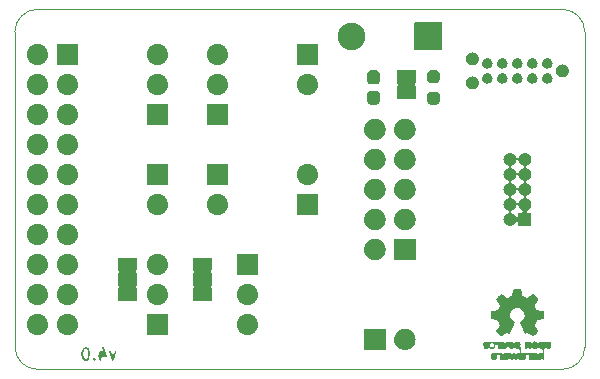
<source format=gbs>
G04 #@! TF.GenerationSoftware,KiCad,Pcbnew,7.0.10-7.0.10~ubuntu22.04.1*
G04 #@! TF.CreationDate,2025-03-20T21:46:33+01:00*
G04 #@! TF.ProjectId,jlink-tagConnect-adapter-v4,6a6c696e-6b2d-4746-9167-436f6e6e6563,rev?*
G04 #@! TF.SameCoordinates,Original*
G04 #@! TF.FileFunction,Soldermask,Bot*
G04 #@! TF.FilePolarity,Negative*
%FSLAX46Y46*%
G04 Gerber Fmt 4.6, Leading zero omitted, Abs format (unit mm)*
G04 Created by KiCad (PCBNEW 7.0.10-7.0.10~ubuntu22.04.1) date 2025-03-20 21:46:33*
%MOMM*%
%LPD*%
G01*
G04 APERTURE LIST*
G04 #@! TA.AperFunction,Profile*
%ADD10C,0.101600*%
G04 #@! TD*
G04 APERTURE END LIST*
G36*
X95585637Y-120030765D02*
G01*
X95585640Y-120030766D01*
X95593795Y-120032204D01*
X95605920Y-120034342D01*
X95609355Y-120037224D01*
X95613809Y-120037737D01*
X95623583Y-120042624D01*
X95623586Y-120042625D01*
X95659721Y-120060693D01*
X95709047Y-120085356D01*
X95727057Y-120098714D01*
X95728539Y-120099405D01*
X95776158Y-120147024D01*
X95789017Y-120165390D01*
X95790207Y-120166516D01*
X95795102Y-120176306D01*
X95795155Y-120176411D01*
X95795190Y-120176481D01*
X95795299Y-120176699D01*
X95795300Y-120176701D01*
X95795515Y-120177131D01*
X95795518Y-120177137D01*
X95795537Y-120177175D01*
X95795538Y-120177177D01*
X95795743Y-120177587D01*
X95795750Y-120177601D01*
X95795805Y-120177711D01*
X95795906Y-120177913D01*
X95796045Y-120178191D01*
X95796130Y-120178361D01*
X95796543Y-120179187D01*
X95796802Y-120179705D01*
X95797017Y-120180135D01*
X95797040Y-120180181D01*
X95797221Y-120180543D01*
X95797248Y-120180597D01*
X95797253Y-120180607D01*
X95797280Y-120180661D01*
X95797587Y-120181275D01*
X95797842Y-120181785D01*
X95798027Y-120182155D01*
X95798104Y-120182309D01*
X95798115Y-120182331D01*
X95798250Y-120182601D01*
X95798407Y-120182915D01*
X95798490Y-120183081D01*
X95798601Y-120183303D01*
X95798642Y-120183385D01*
X95798663Y-120183427D01*
X95798674Y-120183449D01*
X95799029Y-120184159D01*
X95799206Y-120184513D01*
X95799353Y-120184807D01*
X95799378Y-120184857D01*
X95799481Y-120185063D01*
X95799496Y-120185093D01*
X95799629Y-120185359D01*
X95799642Y-120185385D01*
X95799691Y-120185483D01*
X95799700Y-120185501D01*
X95799783Y-120185667D01*
X95800166Y-120186433D01*
X95800205Y-120186511D01*
X95800260Y-120186621D01*
X95800615Y-120187331D01*
X95800776Y-120187653D01*
X95801311Y-120188723D01*
X95801352Y-120188805D01*
X95801721Y-120189543D01*
X95801764Y-120189629D01*
X95801785Y-120189671D01*
X95815794Y-120217689D01*
X95821959Y-120230019D01*
X95837826Y-120261754D01*
X95841516Y-120274160D01*
X95843505Y-120277105D01*
X95891124Y-120467581D01*
X95892177Y-120482513D01*
X95893363Y-120485771D01*
X95893363Y-120723866D01*
X95890763Y-120738607D01*
X95891124Y-120742056D01*
X95843505Y-120932532D01*
X95838232Y-120944354D01*
X95837826Y-120947883D01*
X95790207Y-121043121D01*
X95776848Y-121061131D01*
X95776158Y-121062613D01*
X95728540Y-121110232D01*
X95710171Y-121123094D01*
X95709047Y-121124282D01*
X95613809Y-121171901D01*
X95588842Y-121179327D01*
X95584481Y-121178285D01*
X95580268Y-121179819D01*
X95569327Y-121179819D01*
X95490484Y-121179819D01*
X95485030Y-121179819D01*
X95459378Y-121175296D01*
X95455942Y-121172413D01*
X95451489Y-121171901D01*
X95356251Y-121124282D01*
X95338239Y-121110922D01*
X95336758Y-121110232D01*
X95289139Y-121062612D01*
X95276279Y-121044246D01*
X95275091Y-121043121D01*
X95270201Y-121033342D01*
X95270200Y-121033340D01*
X95240449Y-120973837D01*
X95227472Y-120947883D01*
X95223781Y-120935476D01*
X95221793Y-120932532D01*
X95218909Y-120920997D01*
X95181120Y-120769842D01*
X95181120Y-120769841D01*
X95174174Y-120742056D01*
X95173120Y-120727123D01*
X95171935Y-120723866D01*
X95171935Y-120706909D01*
X95321935Y-120706909D01*
X95323808Y-120722123D01*
X95363649Y-120881491D01*
X95368393Y-120894316D01*
X95378047Y-120913624D01*
X95399244Y-120956016D01*
X95411014Y-120972351D01*
X95416937Y-120978278D01*
X95426996Y-120988338D01*
X95443340Y-121000121D01*
X95489360Y-121023131D01*
X95517690Y-121029819D01*
X95547611Y-121029819D01*
X95575938Y-121023130D01*
X95605132Y-121008534D01*
X95621950Y-121000124D01*
X95638296Y-120988342D01*
X95654266Y-120972372D01*
X95666049Y-120956024D01*
X95696900Y-120894322D01*
X95701647Y-120881491D01*
X95741490Y-120722123D01*
X95743363Y-120706907D01*
X95743363Y-120502729D01*
X95741490Y-120487513D01*
X95701647Y-120328146D01*
X95696901Y-120315316D01*
X95666051Y-120253615D01*
X95654267Y-120237266D01*
X95638297Y-120221295D01*
X95621948Y-120209512D01*
X95575938Y-120186507D01*
X95547608Y-120179819D01*
X95517690Y-120179819D01*
X95489360Y-120186507D01*
X95443358Y-120209508D01*
X95427023Y-120221278D01*
X95418296Y-120230000D01*
X95411035Y-120237260D01*
X95399253Y-120253600D01*
X95368392Y-120315322D01*
X95363651Y-120328138D01*
X95325058Y-120482513D01*
X95323808Y-120487512D01*
X95321935Y-120502727D01*
X95321935Y-120706909D01*
X95171935Y-120706909D01*
X95171935Y-120485771D01*
X95174534Y-120471029D01*
X95174174Y-120467581D01*
X95176824Y-120456979D01*
X95214759Y-120305238D01*
X95214759Y-120305237D01*
X95221793Y-120277105D01*
X95227065Y-120265282D01*
X95227472Y-120261754D01*
X95233590Y-120249517D01*
X95268329Y-120180038D01*
X95268332Y-120180033D01*
X95275091Y-120166516D01*
X95288449Y-120148505D01*
X95289140Y-120147024D01*
X95296863Y-120139300D01*
X95296866Y-120139297D01*
X95326045Y-120110118D01*
X95326048Y-120110115D01*
X95336759Y-120099405D01*
X95355125Y-120086545D01*
X95356251Y-120085356D01*
X95366023Y-120080469D01*
X95366026Y-120080468D01*
X95446608Y-120040177D01*
X95446612Y-120040175D01*
X95451489Y-120037737D01*
X95456721Y-120036180D01*
X95456723Y-120036180D01*
X95464655Y-120033820D01*
X95464659Y-120033819D01*
X95476455Y-120030311D01*
X95480816Y-120031352D01*
X95485030Y-120029819D01*
X95580268Y-120029819D01*
X95585637Y-120030765D01*
G37*
G36*
X96256578Y-120936314D02*
G01*
X96259958Y-120935719D01*
X96262928Y-120937433D01*
X96266345Y-120937135D01*
X96274166Y-120942611D01*
X96274173Y-120942615D01*
X96277821Y-120945170D01*
X96287273Y-120950628D01*
X96290056Y-120951925D01*
X96290060Y-120951927D01*
X96299968Y-120956548D01*
X96307698Y-120964278D01*
X96307699Y-120964279D01*
X96325661Y-120982241D01*
X96325660Y-120982241D01*
X96347586Y-121004167D01*
X96353260Y-121012270D01*
X96355990Y-121014182D01*
X96356852Y-121017400D01*
X96362527Y-121025505D01*
X96363747Y-121039462D01*
X96365641Y-121050206D01*
X96369267Y-121063737D01*
X96366407Y-121069869D01*
X96366997Y-121076612D01*
X96358954Y-121088097D01*
X96353508Y-121097530D01*
X96347586Y-121110233D01*
X96299967Y-121157852D01*
X96291863Y-121163526D01*
X96289952Y-121166256D01*
X96286732Y-121167118D01*
X96286555Y-121167242D01*
X96284434Y-121169771D01*
X96282443Y-121170122D01*
X96278630Y-121172792D01*
X96267661Y-121173751D01*
X96264673Y-121174013D01*
X96253925Y-121175907D01*
X96240397Y-121179533D01*
X96237289Y-121178084D01*
X96233910Y-121178680D01*
X96230939Y-121176965D01*
X96227523Y-121177264D01*
X96219685Y-121171775D01*
X96219684Y-121171775D01*
X96216043Y-121169226D01*
X96206589Y-121163768D01*
X96203814Y-121162474D01*
X96203813Y-121162473D01*
X96193901Y-121157852D01*
X96146282Y-121110233D01*
X96140609Y-121102131D01*
X96137878Y-121100219D01*
X96137015Y-121096998D01*
X96131342Y-121088896D01*
X96130690Y-121081451D01*
X96130689Y-121081448D01*
X96130118Y-121074931D01*
X96128226Y-121064199D01*
X96127787Y-121062562D01*
X96127786Y-121062554D01*
X96124601Y-121050664D01*
X96127460Y-121044532D01*
X96126870Y-121037789D01*
X96132348Y-121029963D01*
X96132355Y-121029951D01*
X96134908Y-121026305D01*
X96140358Y-121016865D01*
X96141655Y-121014084D01*
X96141660Y-121014076D01*
X96146281Y-121004168D01*
X96154009Y-120996439D01*
X96154011Y-120996437D01*
X96172021Y-120978427D01*
X96193900Y-120956548D01*
X96202004Y-120950872D01*
X96203916Y-120948143D01*
X96207134Y-120947280D01*
X96207312Y-120947155D01*
X96209434Y-120944628D01*
X96211423Y-120944277D01*
X96215237Y-120941607D01*
X96222677Y-120940955D01*
X96222682Y-120940954D01*
X96229202Y-120940383D01*
X96239932Y-120938491D01*
X96241573Y-120938051D01*
X96241585Y-120938050D01*
X96253471Y-120934866D01*
X96256578Y-120936314D01*
G37*
G36*
X97577095Y-120365930D02*
G01*
X97577098Y-120365931D01*
X97606047Y-120371216D01*
X97606050Y-120371217D01*
X97618159Y-120373428D01*
X97630948Y-120388857D01*
X97642415Y-120402692D01*
X97650899Y-120412927D01*
X97666632Y-120456979D01*
X97730274Y-120635175D01*
X97906452Y-120635175D01*
X97983991Y-120418065D01*
X97983995Y-120418055D01*
X97985827Y-120412927D01*
X97988523Y-120408190D01*
X97988527Y-120408183D01*
X97992622Y-120400991D01*
X97992622Y-120400989D01*
X97998714Y-120390291D01*
X98005161Y-120386516D01*
X98005163Y-120386515D01*
X98032363Y-120370591D01*
X98032367Y-120370589D01*
X98042988Y-120364372D01*
X98052412Y-120365975D01*
X98079549Y-120370591D01*
X98093565Y-120372975D01*
X98126778Y-120412075D01*
X98127089Y-120463377D01*
X97888994Y-121130044D01*
X97876106Y-121152681D01*
X97875690Y-121152924D01*
X97875524Y-121153374D01*
X97853651Y-121165826D01*
X97831833Y-121178600D01*
X97831357Y-121178519D01*
X97830940Y-121178757D01*
X97811752Y-121175253D01*
X97806200Y-121174240D01*
X97797690Y-121172792D01*
X97781256Y-121169997D01*
X97780943Y-121169629D01*
X97780471Y-121169543D01*
X97774363Y-121162173D01*
X97774360Y-121162171D01*
X97764362Y-121150108D01*
X97756016Y-121140283D01*
X97756014Y-121140280D01*
X97748043Y-121130896D01*
X97748040Y-121130415D01*
X97747732Y-121130044D01*
X97742394Y-121115098D01*
X97511473Y-120468519D01*
X97511471Y-120468514D01*
X97509637Y-120463377D01*
X97505269Y-120437698D01*
X97507865Y-120430695D01*
X97507866Y-120430693D01*
X97518827Y-120401135D01*
X97518830Y-120401130D01*
X97523107Y-120389597D01*
X97531410Y-120384869D01*
X97531415Y-120384866D01*
X97556992Y-120370304D01*
X97556997Y-120370302D01*
X97567691Y-120364214D01*
X97577095Y-120365930D01*
G37*
G36*
X97007205Y-119984928D02*
G01*
X97036038Y-119990828D01*
X97036041Y-119990829D01*
X97048099Y-119993297D01*
X97054043Y-120000787D01*
X97054044Y-120000788D01*
X97059191Y-120007274D01*
X97079990Y-120033483D01*
X97318085Y-120747767D01*
X97321906Y-120773533D01*
X97319799Y-120778863D01*
X97320795Y-120784509D01*
X97312870Y-120798232D01*
X97308868Y-120806520D01*
X97303049Y-120821245D01*
X97298008Y-120823974D01*
X97295143Y-120828938D01*
X97280257Y-120834355D01*
X97271866Y-120838130D01*
X97270545Y-120838845D01*
X97257935Y-120845674D01*
X97252456Y-120844552D01*
X97252197Y-120844568D01*
X97246934Y-120846485D01*
X97235990Y-120846485D01*
X96918967Y-120846485D01*
X96845744Y-120919708D01*
X96845744Y-121104819D01*
X96841221Y-121130471D01*
X96808244Y-121169771D01*
X96757720Y-121178680D01*
X96748649Y-121173443D01*
X96737508Y-121167010D01*
X96713291Y-121153028D01*
X96710020Y-121144042D01*
X96699485Y-121115098D01*
X96699484Y-121115096D01*
X96695744Y-121104819D01*
X96695744Y-120922592D01*
X96652083Y-120858768D01*
X96614365Y-120844100D01*
X96602235Y-120841962D01*
X96562935Y-120808985D01*
X96561275Y-120799575D01*
X96561274Y-120799570D01*
X96556163Y-120770583D01*
X96556163Y-120770580D01*
X96554026Y-120758461D01*
X96558807Y-120750179D01*
X96558810Y-120750173D01*
X96573521Y-120724695D01*
X96573522Y-120724693D01*
X96579678Y-120714032D01*
X96589291Y-120710533D01*
X96650533Y-120688242D01*
X96695744Y-120623674D01*
X96695744Y-120443606D01*
X96695744Y-120438152D01*
X96697059Y-120430693D01*
X96698128Y-120424626D01*
X96698129Y-120424621D01*
X96700267Y-120412500D01*
X96705068Y-120406777D01*
X96705070Y-120406774D01*
X96725328Y-120382633D01*
X96725330Y-120382631D01*
X96733244Y-120373200D01*
X96742651Y-120371541D01*
X96742658Y-120371539D01*
X96771645Y-120366428D01*
X96771648Y-120366428D01*
X96783768Y-120364291D01*
X96822260Y-120386515D01*
X96880802Y-120420315D01*
X97014462Y-120311238D01*
X97007630Y-120290744D01*
X96937688Y-120080917D01*
X96936588Y-120073502D01*
X96935672Y-120067326D01*
X96935672Y-120067323D01*
X96933867Y-120055151D01*
X96936611Y-120048206D01*
X96936612Y-120048203D01*
X96948198Y-120018889D01*
X96948200Y-120018885D01*
X96952724Y-120007440D01*
X96961129Y-120002888D01*
X96961134Y-120002885D01*
X96987015Y-119988871D01*
X96987017Y-119988870D01*
X96997838Y-119983011D01*
X97007205Y-119984928D01*
G37*
G36*
X130341752Y-119557357D02*
G01*
X130341756Y-119557357D01*
X130357165Y-119558316D01*
X130367439Y-119558955D01*
X130367997Y-119559227D01*
X130368618Y-119559172D01*
X130381341Y-119563143D01*
X130381342Y-119563144D01*
X130390905Y-119566129D01*
X130390907Y-119566130D01*
X130399444Y-119568795D01*
X130399639Y-119568958D01*
X130399895Y-119568960D01*
X130420900Y-119577810D01*
X130471534Y-119575129D01*
X130472320Y-119573691D01*
X130472361Y-119573657D01*
X130472368Y-119573604D01*
X130473835Y-119572469D01*
X130475300Y-119571289D01*
X130475354Y-119571294D01*
X130475396Y-119571263D01*
X130496817Y-119565432D01*
X130497398Y-119565506D01*
X130497933Y-119565260D01*
X130511866Y-119564708D01*
X130511871Y-119564708D01*
X130530537Y-119563970D01*
X130530541Y-119563970D01*
X130539455Y-119563618D01*
X130539554Y-119563654D01*
X130539653Y-119563614D01*
X130608812Y-119563614D01*
X130612348Y-119565078D01*
X130613812Y-119568614D01*
X130613812Y-119570769D01*
X130672263Y-119583487D01*
X130716980Y-119570358D01*
X130716980Y-119568614D01*
X130718444Y-119565078D01*
X130721980Y-119563614D01*
X130860297Y-119563614D01*
X130863833Y-119565078D01*
X130865297Y-119568614D01*
X130865297Y-119586600D01*
X130873857Y-119615762D01*
X131018802Y-119647299D01*
X131081633Y-119574789D01*
X131081633Y-119568614D01*
X131083097Y-119565078D01*
X131086633Y-119563614D01*
X131212376Y-119563614D01*
X131215912Y-119565078D01*
X131217376Y-119568614D01*
X131217376Y-119586599D01*
X131224238Y-119609973D01*
X131352859Y-119649452D01*
X131395930Y-119613929D01*
X131401939Y-119607327D01*
X131402710Y-119606964D01*
X131403246Y-119606301D01*
X131419012Y-119597714D01*
X131419014Y-119597713D01*
X131459001Y-119575936D01*
X131459006Y-119575934D01*
X131466847Y-119571664D01*
X131467657Y-119571577D01*
X131468345Y-119571135D01*
X131486024Y-119567926D01*
X131486026Y-119567926D01*
X131535096Y-119559021D01*
X131535103Y-119559020D01*
X131543897Y-119557425D01*
X131544587Y-119557574D01*
X131545261Y-119557367D01*
X131555013Y-119558290D01*
X131621969Y-119564627D01*
X131621971Y-119564627D01*
X131630871Y-119565470D01*
X131631205Y-119565646D01*
X131631576Y-119565589D01*
X131645821Y-119569040D01*
X131646208Y-119569322D01*
X131646691Y-119569337D01*
X131713029Y-119599102D01*
X131713645Y-119599755D01*
X131714477Y-119600089D01*
X131762117Y-119646659D01*
X131834957Y-119661159D01*
X131884866Y-119641163D01*
X131894941Y-119633654D01*
X131896216Y-119631873D01*
X131896941Y-119631420D01*
X131897400Y-119630696D01*
X131912065Y-119620347D01*
X131912068Y-119620345D01*
X131916040Y-119617543D01*
X131916043Y-119617541D01*
X131923344Y-119612390D01*
X131923679Y-119612314D01*
X131923899Y-119612051D01*
X131935765Y-119605810D01*
X131935775Y-119605804D01*
X131953450Y-119596510D01*
X131953456Y-119596507D01*
X131961361Y-119592351D01*
X131961511Y-119592337D01*
X131961613Y-119592228D01*
X131966891Y-119589821D01*
X131967058Y-119589815D01*
X131967180Y-119589700D01*
X131977366Y-119585805D01*
X131977371Y-119585803D01*
X132008231Y-119574003D01*
X132008240Y-119574000D01*
X132016581Y-119570812D01*
X132017045Y-119570824D01*
X132017434Y-119570570D01*
X132031146Y-119567969D01*
X132031153Y-119567967D01*
X132056264Y-119563205D01*
X132056268Y-119563204D01*
X132065052Y-119561539D01*
X132065455Y-119561622D01*
X132065830Y-119561454D01*
X132079630Y-119561030D01*
X132079634Y-119561030D01*
X132115985Y-119559915D01*
X132124919Y-119559641D01*
X132125160Y-119559732D01*
X132125403Y-119559650D01*
X132137891Y-119560478D01*
X132137896Y-119560478D01*
X132170285Y-119562626D01*
X132170288Y-119562626D01*
X132179205Y-119563218D01*
X132179625Y-119563425D01*
X132180090Y-119563357D01*
X132201787Y-119568795D01*
X132244039Y-119579384D01*
X132244043Y-119579385D01*
X132252710Y-119581558D01*
X132253369Y-119582046D01*
X132254178Y-119582189D01*
X132269325Y-119591821D01*
X132269327Y-119591822D01*
X132299680Y-119611124D01*
X132299682Y-119611125D01*
X132307229Y-119615925D01*
X132307817Y-119616763D01*
X132308676Y-119617325D01*
X132318807Y-119632169D01*
X132318808Y-119632170D01*
X132337416Y-119659434D01*
X132337417Y-119659437D01*
X132342459Y-119666824D01*
X132342654Y-119667757D01*
X132343206Y-119668538D01*
X132358024Y-119734023D01*
X132357905Y-119734710D01*
X132358141Y-119735365D01*
X132355141Y-119798059D01*
X132354770Y-119798845D01*
X132354774Y-119799715D01*
X132333120Y-119852594D01*
X132332362Y-119853357D01*
X132331921Y-119854339D01*
X132328999Y-119857089D01*
X132305896Y-119896387D01*
X132316409Y-119980735D01*
X132337351Y-120001927D01*
X132358704Y-120023534D01*
X132404200Y-120069570D01*
X132404294Y-120069803D01*
X132404516Y-120069922D01*
X132405002Y-120071538D01*
X132405644Y-120073114D01*
X132405545Y-120073346D01*
X132405618Y-120073587D01*
X132404818Y-120075072D01*
X132404158Y-120076641D01*
X132403923Y-120076736D01*
X132403805Y-120076957D01*
X132389881Y-120088322D01*
X132357590Y-120135458D01*
X132369764Y-120230019D01*
X132413329Y-120267773D01*
X132419505Y-120267773D01*
X132423041Y-120269237D01*
X132424505Y-120272773D01*
X132424505Y-120290744D01*
X132424505Y-120437952D01*
X132504107Y-120512099D01*
X132561782Y-120508001D01*
X132561784Y-120508001D01*
X132570701Y-120507367D01*
X132571099Y-120507499D01*
X132571501Y-120507374D01*
X132585281Y-120508606D01*
X132585285Y-120508606D01*
X132615894Y-120511343D01*
X132615898Y-120511344D01*
X132624800Y-120512140D01*
X132625316Y-120512409D01*
X132625896Y-120512364D01*
X132639170Y-120516667D01*
X132639179Y-120516669D01*
X132660241Y-120523498D01*
X132660249Y-120523502D01*
X132668749Y-120526258D01*
X132669257Y-120526691D01*
X132669915Y-120526811D01*
X132679270Y-120532839D01*
X132701754Y-120543877D01*
X132760687Y-120543483D01*
X132785419Y-120530928D01*
X132792727Y-120525793D01*
X132793502Y-120525619D01*
X132794111Y-120525112D01*
X132811225Y-120519764D01*
X132811228Y-120519763D01*
X132821974Y-120516406D01*
X132821975Y-120516405D01*
X132830504Y-120513741D01*
X132830956Y-120513781D01*
X132831352Y-120513554D01*
X132845182Y-120511762D01*
X132845186Y-120511761D01*
X132867033Y-120508930D01*
X132867039Y-120508930D01*
X132875901Y-120507782D01*
X132876259Y-120507878D01*
X132876606Y-120507740D01*
X132890218Y-120507910D01*
X132890219Y-120507910D01*
X132915197Y-120508222D01*
X132915199Y-120508222D01*
X132924135Y-120508334D01*
X132924512Y-120508495D01*
X132924912Y-120508405D01*
X132970240Y-120516134D01*
X132970728Y-120516441D01*
X132971304Y-120516440D01*
X132986606Y-120522742D01*
X132998410Y-120526545D01*
X133048373Y-120519883D01*
X133050048Y-120516462D01*
X133050126Y-120516392D01*
X133050137Y-120516288D01*
X133051547Y-120515138D01*
X133052918Y-120513929D01*
X133053023Y-120513935D01*
X133053103Y-120513871D01*
X133071920Y-120508231D01*
X133072576Y-120508297D01*
X133073179Y-120508023D01*
X133110912Y-120506686D01*
X133111001Y-120506719D01*
X133111089Y-120506683D01*
X133173960Y-120506683D01*
X133177496Y-120508147D01*
X133178960Y-120511683D01*
X133178960Y-120529662D01*
X133186366Y-120554888D01*
X133318360Y-120592902D01*
X133350456Y-120564498D01*
X133356210Y-120557714D01*
X133356897Y-120557360D01*
X133357342Y-120556728D01*
X133372495Y-120547101D01*
X133372498Y-120547098D01*
X133394828Y-120532911D01*
X133394838Y-120532906D01*
X133402374Y-120528119D01*
X133403144Y-120527983D01*
X133403766Y-120527508D01*
X133421089Y-120522885D01*
X133421092Y-120522884D01*
X133454288Y-120514027D01*
X133454291Y-120514026D01*
X133462921Y-120511724D01*
X133463434Y-120511792D01*
X133463899Y-120511565D01*
X133477870Y-120510695D01*
X133477876Y-120510694D01*
X133532937Y-120507267D01*
X133532942Y-120507267D01*
X133541851Y-120506713D01*
X133542012Y-120506768D01*
X133542171Y-120506703D01*
X133544705Y-120506708D01*
X133544811Y-120506752D01*
X133544921Y-120506713D01*
X133554443Y-120507143D01*
X133590184Y-120508757D01*
X133599105Y-120509160D01*
X133599298Y-120509250D01*
X133599504Y-120509194D01*
X133619616Y-120511724D01*
X133639139Y-120514179D01*
X133639144Y-120514180D01*
X133648004Y-120515295D01*
X133648297Y-120515461D01*
X133648631Y-120515415D01*
X133661575Y-120518760D01*
X133673072Y-120521730D01*
X133673077Y-120521732D01*
X133681729Y-120523968D01*
X133682121Y-120524263D01*
X133682614Y-120524288D01*
X133691688Y-120528575D01*
X133691901Y-120528809D01*
X133692213Y-120528863D01*
X133721094Y-120547015D01*
X133721290Y-120547292D01*
X133721616Y-120547392D01*
X133731946Y-120555919D01*
X133731947Y-120555920D01*
X133739536Y-120562185D01*
X133747751Y-120568966D01*
X133747943Y-120569327D01*
X133748311Y-120569507D01*
X133765507Y-120588921D01*
X133765953Y-120590214D01*
X133766688Y-120591367D01*
X133766757Y-120591763D01*
X133776517Y-120602497D01*
X133883603Y-120604993D01*
X133919325Y-120569206D01*
X133924669Y-120562054D01*
X133925235Y-120561717D01*
X133925553Y-120561141D01*
X133934565Y-120553938D01*
X133934572Y-120553932D01*
X133956149Y-120536688D01*
X133956158Y-120536682D01*
X133963135Y-120531107D01*
X133963965Y-120530866D01*
X133964612Y-120530291D01*
X133985893Y-120522884D01*
X134001483Y-120517457D01*
X134001486Y-120517456D01*
X134009920Y-120514521D01*
X134010487Y-120514553D01*
X134010983Y-120514277D01*
X134070979Y-120507256D01*
X134071431Y-120507384D01*
X134071877Y-120507232D01*
X134085817Y-120508114D01*
X134085821Y-120508114D01*
X134126272Y-120510675D01*
X134131959Y-120511035D01*
X134133727Y-120511147D01*
X134212624Y-120437086D01*
X134212624Y-120259059D01*
X134134239Y-120185063D01*
X134088300Y-120187710D01*
X134079531Y-120189492D01*
X134078678Y-120189326D01*
X134077837Y-120189543D01*
X134011231Y-120180135D01*
X134010506Y-120179708D01*
X134009670Y-120179644D01*
X133984338Y-120166811D01*
X133955897Y-120152403D01*
X133955894Y-120152401D01*
X133947927Y-120148365D01*
X133947406Y-120147758D01*
X133946666Y-120147455D01*
X133932671Y-120133574D01*
X133865914Y-120067361D01*
X133756914Y-120071902D01*
X133754414Y-120074832D01*
X133754412Y-120074840D01*
X133710745Y-120126029D01*
X133710057Y-120126379D01*
X133709614Y-120127009D01*
X133648168Y-120165888D01*
X133647487Y-120166006D01*
X133646952Y-120166446D01*
X133587344Y-120184595D01*
X133586703Y-120184532D01*
X133586120Y-120184807D01*
X133511342Y-120188279D01*
X133510800Y-120188083D01*
X133510239Y-120188208D01*
X133434793Y-120174853D01*
X133434273Y-120174521D01*
X133433657Y-120174509D01*
X133366358Y-120145004D01*
X133366051Y-120144684D01*
X133365617Y-120144601D01*
X133353993Y-120136951D01*
X133345957Y-120133302D01*
X133294195Y-120117484D01*
X133215357Y-120146399D01*
X133204109Y-120163901D01*
X133204109Y-120172179D01*
X133202645Y-120175715D01*
X133199109Y-120177179D01*
X133181135Y-120177179D01*
X133069735Y-120177179D01*
X133060792Y-120177179D01*
X133057256Y-120175715D01*
X133055792Y-120172179D01*
X133055792Y-120154535D01*
X133050247Y-120135767D01*
X132905421Y-120104388D01*
X132852030Y-120166001D01*
X132852030Y-120172179D01*
X132850566Y-120175715D01*
X132847030Y-120177179D01*
X132829056Y-120177179D01*
X132717656Y-120177179D01*
X132708713Y-120177179D01*
X132708710Y-120177177D01*
X132708707Y-120177179D01*
X132706858Y-120176411D01*
X132705177Y-120175715D01*
X132705175Y-120175712D01*
X132705173Y-120175711D01*
X132704417Y-120173879D01*
X132703713Y-120172179D01*
X132703714Y-120172176D01*
X132703713Y-120172173D01*
X132703736Y-120153263D01*
X132703978Y-119957336D01*
X132703978Y-119957331D01*
X132703989Y-119948979D01*
X132703989Y-119948977D01*
X132703989Y-119948975D01*
X132704008Y-119939034D01*
X132704018Y-119939008D01*
X132704008Y-119938981D01*
X132704084Y-119932907D01*
X132704084Y-119932897D01*
X132705094Y-119852974D01*
X132705094Y-119852972D01*
X132705207Y-119844042D01*
X132705246Y-119843950D01*
X132705213Y-119843857D01*
X132705663Y-119834842D01*
X132705663Y-119834834D01*
X132708451Y-119779032D01*
X132708451Y-119779030D01*
X132708897Y-119770108D01*
X132708984Y-119769923D01*
X132708931Y-119769729D01*
X132710394Y-119758178D01*
X132710395Y-119758166D01*
X132714920Y-119722456D01*
X132714923Y-119722443D01*
X132716046Y-119713585D01*
X132716228Y-119713265D01*
X132716182Y-119712898D01*
X132719781Y-119699709D01*
X132725323Y-119679394D01*
X132725323Y-119679392D01*
X132727676Y-119670771D01*
X132728028Y-119670316D01*
X132728083Y-119669743D01*
X132734627Y-119657408D01*
X132734629Y-119657405D01*
X132740711Y-119645944D01*
X132740711Y-119645942D01*
X132744901Y-119638048D01*
X132745419Y-119637619D01*
X132745655Y-119636987D01*
X132753092Y-119628983D01*
X132753097Y-119628977D01*
X132762659Y-119618687D01*
X132762664Y-119618682D01*
X132768746Y-119612138D01*
X132769227Y-119611917D01*
X132769508Y-119611469D01*
X132780912Y-119603344D01*
X132780915Y-119603342D01*
X132792538Y-119595062D01*
X132792541Y-119595060D01*
X132799816Y-119589878D01*
X132800257Y-119589776D01*
X132800562Y-119589438D01*
X132813136Y-119583431D01*
X132813142Y-119583428D01*
X132823788Y-119578343D01*
X132823794Y-119578340D01*
X132831857Y-119574490D01*
X132832461Y-119574457D01*
X132832959Y-119574114D01*
X132846553Y-119571184D01*
X132846557Y-119571183D01*
X132887242Y-119562416D01*
X132887247Y-119562415D01*
X132895984Y-119560533D01*
X132896602Y-119560645D01*
X132897190Y-119560423D01*
X132962758Y-119562426D01*
X132963401Y-119562716D01*
X132964104Y-119562654D01*
X132973439Y-119565587D01*
X132973444Y-119565588D01*
X132990877Y-119571066D01*
X133018521Y-119579751D01*
X133062270Y-119574326D01*
X133062617Y-119573691D01*
X133062658Y-119573657D01*
X133062665Y-119573604D01*
X133064132Y-119572469D01*
X133065597Y-119571289D01*
X133065651Y-119571294D01*
X133065693Y-119571263D01*
X133087114Y-119565432D01*
X133087695Y-119565506D01*
X133088230Y-119565260D01*
X133102163Y-119564708D01*
X133102168Y-119564708D01*
X133120834Y-119563970D01*
X133120838Y-119563970D01*
X133129752Y-119563618D01*
X133129851Y-119563654D01*
X133129950Y-119563614D01*
X133199109Y-119563614D01*
X133202645Y-119565078D01*
X133204109Y-119568614D01*
X133204109Y-119586599D01*
X133210166Y-119607231D01*
X133333250Y-119648913D01*
X133413998Y-119589765D01*
X133413998Y-119589764D01*
X133421213Y-119584480D01*
X133421700Y-119584360D01*
X133422038Y-119583990D01*
X133434569Y-119578091D01*
X133435034Y-119578068D01*
X133435404Y-119577785D01*
X133448878Y-119574171D01*
X133448890Y-119574166D01*
X133499726Y-119560533D01*
X133499732Y-119560532D01*
X133508365Y-119558217D01*
X133509102Y-119558313D01*
X133509799Y-119558048D01*
X133527550Y-119558539D01*
X133527552Y-119558539D01*
X133575367Y-119559863D01*
X133575370Y-119559863D01*
X133584307Y-119560111D01*
X133584981Y-119560412D01*
X133585717Y-119560355D01*
X133602441Y-119565803D01*
X133602442Y-119565804D01*
X133646361Y-119580113D01*
X133655766Y-119583177D01*
X133656363Y-119583688D01*
X133657130Y-119583867D01*
X133716720Y-119626575D01*
X133717078Y-119627151D01*
X133717676Y-119627472D01*
X133724465Y-119635768D01*
X133729674Y-119640765D01*
X133737682Y-119647270D01*
X133781202Y-119677022D01*
X133872449Y-119667521D01*
X133919760Y-119618104D01*
X133919761Y-119618102D01*
X133925941Y-119611648D01*
X133926413Y-119611440D01*
X133926691Y-119611006D01*
X133938178Y-119602986D01*
X133938180Y-119602985D01*
X133952055Y-119593298D01*
X133952060Y-119593295D01*
X133959385Y-119588182D01*
X133959771Y-119588096D01*
X133960032Y-119587799D01*
X133972349Y-119581713D01*
X133972352Y-119581712D01*
X133978527Y-119578661D01*
X133978531Y-119578659D01*
X133986544Y-119574701D01*
X133987147Y-119574661D01*
X133987639Y-119574311D01*
X134001195Y-119571195D01*
X134001199Y-119571194D01*
X134041782Y-119561868D01*
X134041784Y-119561867D01*
X134050495Y-119559866D01*
X134051145Y-119559975D01*
X134051763Y-119559741D01*
X134063226Y-119560081D01*
X134063232Y-119560081D01*
X134109081Y-119561443D01*
X134109084Y-119561443D01*
X134118017Y-119561709D01*
X134118670Y-119562002D01*
X134119384Y-119561942D01*
X134128397Y-119564808D01*
X134128402Y-119564809D01*
X134175133Y-119579669D01*
X134219118Y-119574296D01*
X134219450Y-119573690D01*
X134219490Y-119573657D01*
X134219497Y-119573604D01*
X134220974Y-119572462D01*
X134222430Y-119571289D01*
X134222483Y-119571294D01*
X134222525Y-119571263D01*
X134243946Y-119565432D01*
X134244527Y-119565506D01*
X134245062Y-119565260D01*
X134258995Y-119564708D01*
X134259000Y-119564708D01*
X134277666Y-119563970D01*
X134277670Y-119563970D01*
X134286584Y-119563618D01*
X134286683Y-119563654D01*
X134286782Y-119563614D01*
X134355940Y-119563614D01*
X134359476Y-119565078D01*
X134360940Y-119568614D01*
X134360940Y-119586583D01*
X134366098Y-119604149D01*
X134488831Y-119645955D01*
X134542590Y-119606872D01*
X134548994Y-119600646D01*
X134549832Y-119600312D01*
X134550457Y-119599658D01*
X134566888Y-119592393D01*
X134566890Y-119592392D01*
X134608061Y-119574190D01*
X134608064Y-119574188D01*
X134616239Y-119570575D01*
X134617005Y-119570556D01*
X134617673Y-119570183D01*
X134635430Y-119568079D01*
X134635437Y-119568077D01*
X134690495Y-119561556D01*
X134690505Y-119561556D01*
X134699373Y-119560506D01*
X134699745Y-119560610D01*
X134700108Y-119560473D01*
X134713790Y-119560875D01*
X134713795Y-119560875D01*
X134722037Y-119561118D01*
X134730975Y-119561381D01*
X134731321Y-119561536D01*
X134731693Y-119561454D01*
X134794992Y-119572568D01*
X134795640Y-119572980D01*
X134796408Y-119573043D01*
X134812377Y-119581227D01*
X134812380Y-119581228D01*
X134840213Y-119595493D01*
X134840215Y-119595494D01*
X134848169Y-119599571D01*
X134848638Y-119600123D01*
X134849316Y-119600380D01*
X134874222Y-119623819D01*
X134890210Y-119638866D01*
X134897573Y-119645795D01*
X134897695Y-119646067D01*
X134897963Y-119646205D01*
X134905681Y-119655320D01*
X134905767Y-119655589D01*
X134906003Y-119655745D01*
X134926819Y-119686442D01*
X134926934Y-119687003D01*
X134927334Y-119687417D01*
X134941014Y-119722175D01*
X134941004Y-119722707D01*
X134941289Y-119723158D01*
X134943668Y-119736976D01*
X134943669Y-119736977D01*
X134947357Y-119758389D01*
X134947357Y-119758393D01*
X134948875Y-119767207D01*
X134948801Y-119767535D01*
X134948943Y-119767840D01*
X134949520Y-119781195D01*
X134949521Y-119781200D01*
X134951062Y-119816871D01*
X134951474Y-119826405D01*
X134951417Y-119826560D01*
X134951478Y-119826715D01*
X134950681Y-119868766D01*
X134950671Y-119869311D01*
X134950670Y-119869313D01*
X134950671Y-119869314D01*
X134949996Y-119905025D01*
X134949972Y-119905079D01*
X134949993Y-119905137D01*
X134948369Y-119944516D01*
X134948328Y-119944603D01*
X134948358Y-119944693D01*
X134944673Y-119992715D01*
X134944546Y-119992964D01*
X134944605Y-119993239D01*
X134938327Y-120027275D01*
X134938064Y-120027679D01*
X134938077Y-120028161D01*
X134927711Y-120055132D01*
X134927404Y-120055454D01*
X134927341Y-120055894D01*
X134911389Y-120082714D01*
X134911275Y-120082798D01*
X134911248Y-120082937D01*
X134910568Y-120083954D01*
X134910249Y-120084166D01*
X134910121Y-120084528D01*
X134870841Y-120127982D01*
X134870297Y-120128239D01*
X134869971Y-120128745D01*
X134821911Y-120161888D01*
X134821241Y-120162031D01*
X134820731Y-120162489D01*
X134764845Y-120182155D01*
X134764195Y-120182119D01*
X134763618Y-120182420D01*
X134690099Y-120188805D01*
X134689461Y-120188603D01*
X134688808Y-120188750D01*
X134616751Y-120176194D01*
X134616170Y-120175826D01*
X134615483Y-120175794D01*
X134551075Y-120145537D01*
X134550545Y-120144955D01*
X134549808Y-120144684D01*
X134544146Y-120139454D01*
X134492310Y-120105347D01*
X134360940Y-120176165D01*
X134360940Y-121129136D01*
X134360880Y-121129278D01*
X134360931Y-121129423D01*
X134360160Y-121131018D01*
X134359476Y-121132672D01*
X134359333Y-121132730D01*
X134359267Y-121132869D01*
X134357587Y-121133454D01*
X134355940Y-121134136D01*
X134355797Y-121134077D01*
X134355652Y-121134128D01*
X134289639Y-121130328D01*
X134289638Y-121130327D01*
X134289638Y-121130328D01*
X134223624Y-121126527D01*
X134222045Y-121125764D01*
X134220431Y-121125125D01*
X134220354Y-121124947D01*
X134220178Y-121124862D01*
X134219601Y-121123207D01*
X134218912Y-121121613D01*
X134218631Y-121103634D01*
X134212258Y-121083114D01*
X134068362Y-121052980D01*
X134008861Y-121121644D01*
X134008861Y-121127822D01*
X134007397Y-121131358D01*
X134003861Y-121132822D01*
X133985887Y-121132822D01*
X133874487Y-121132822D01*
X133865544Y-121132822D01*
X133862008Y-121131358D01*
X133860544Y-121127822D01*
X133860544Y-121116214D01*
X133856469Y-121107287D01*
X133746954Y-121075093D01*
X133740460Y-121079262D01*
X133740454Y-121079271D01*
X133685919Y-121114280D01*
X133685216Y-121114406D01*
X133684665Y-121114858D01*
X133667015Y-121120192D01*
X133665043Y-121120788D01*
X133665041Y-121120788D01*
X133656482Y-121123375D01*
X133656072Y-121123334D01*
X133655717Y-121123542D01*
X133642031Y-121125424D01*
X133642029Y-121125425D01*
X133616307Y-121128963D01*
X133616301Y-121128962D01*
X133607445Y-121130181D01*
X133607172Y-121130109D01*
X133606914Y-121130226D01*
X133554128Y-121131811D01*
X133553863Y-121131710D01*
X133553596Y-121131798D01*
X133505971Y-121128145D01*
X133505521Y-121127917D01*
X133505019Y-121127979D01*
X133472232Y-121118902D01*
X133472230Y-121118900D01*
X133466795Y-121117396D01*
X133430620Y-121121977D01*
X133429566Y-121122600D01*
X133428808Y-121122707D01*
X133428190Y-121123157D01*
X133399724Y-121129988D01*
X133399294Y-121129920D01*
X133398906Y-121130114D01*
X133360408Y-121132810D01*
X133360230Y-121132750D01*
X133360059Y-121132822D01*
X133348716Y-121132822D01*
X133308646Y-121132822D01*
X133299703Y-121132822D01*
X133296167Y-121131358D01*
X133294703Y-121127822D01*
X133294703Y-121123599D01*
X133233065Y-121110190D01*
X133178960Y-121126075D01*
X133178960Y-121127822D01*
X133177496Y-121131358D01*
X133173960Y-121132822D01*
X133155986Y-121132822D01*
X133057161Y-121132822D01*
X133048218Y-121132822D01*
X133044682Y-121131358D01*
X133043218Y-121127822D01*
X133043218Y-120933740D01*
X133043218Y-120933676D01*
X133043100Y-120895718D01*
X133043078Y-120888655D01*
X133041886Y-120826245D01*
X133041679Y-120815480D01*
X133041558Y-120812599D01*
X133038054Y-120759035D01*
X133031578Y-120719989D01*
X133023262Y-120697500D01*
X132935518Y-120645969D01*
X132906643Y-120651788D01*
X132894818Y-120654876D01*
X132894556Y-120654839D01*
X132894332Y-120654977D01*
X132864496Y-120659674D01*
X132864493Y-120659673D01*
X132833944Y-120664482D01*
X132773687Y-120736956D01*
X132774660Y-120772422D01*
X132774662Y-120772426D01*
X132775566Y-120805403D01*
X132775542Y-120805463D01*
X132775568Y-120805524D01*
X132775612Y-120819405D01*
X132775629Y-120825021D01*
X132775632Y-120826101D01*
X132775632Y-120826138D01*
X132775633Y-120826139D01*
X132775761Y-120866797D01*
X132775727Y-120866878D01*
X132775759Y-120866961D01*
X132774165Y-120920719D01*
X132774103Y-120920854D01*
X132774149Y-120920997D01*
X132770944Y-120958444D01*
X132770853Y-120958617D01*
X132770899Y-120958807D01*
X132770350Y-120962240D01*
X132770104Y-120962639D01*
X132770130Y-120963108D01*
X132748555Y-121024493D01*
X132748024Y-121025084D01*
X132747824Y-121025853D01*
X132729040Y-121050664D01*
X132713877Y-121070693D01*
X132708424Y-121077895D01*
X132707709Y-121078313D01*
X132707256Y-121079007D01*
X132655570Y-121114265D01*
X132654718Y-121114443D01*
X132654024Y-121114971D01*
X132598519Y-121129565D01*
X132597819Y-121129469D01*
X132597165Y-121129728D01*
X132528894Y-121128596D01*
X132528221Y-121128304D01*
X132527490Y-121128371D01*
X132471683Y-121110983D01*
X132421384Y-121116351D01*
X132415469Y-121124670D01*
X132413968Y-121125610D01*
X132412529Y-121126642D01*
X132391623Y-121131514D01*
X132391110Y-121131429D01*
X132390634Y-121131643D01*
X132350493Y-121132820D01*
X132350418Y-121132791D01*
X132350346Y-121132822D01*
X132342060Y-121132822D01*
X132290131Y-121132822D01*
X132281188Y-121132822D01*
X132277652Y-121131358D01*
X132276188Y-121127822D01*
X132276188Y-121116234D01*
X132239248Y-121035355D01*
X132067926Y-121045841D01*
X132041503Y-121129331D01*
X132040731Y-121130248D01*
X132040272Y-121131358D01*
X132039545Y-121131658D01*
X132039040Y-121132260D01*
X132037844Y-121132363D01*
X132036736Y-121132822D01*
X132018762Y-121132822D01*
X131929935Y-121132822D01*
X131920993Y-121132822D01*
X131919840Y-121132344D01*
X131918598Y-121132212D01*
X131918136Y-121131639D01*
X131917457Y-121131358D01*
X131916979Y-121130204D01*
X131916196Y-121129233D01*
X131911126Y-121111991D01*
X131864339Y-121039251D01*
X131717091Y-121049184D01*
X131683085Y-121122004D01*
X131680490Y-121130571D01*
X131679615Y-121131638D01*
X131679004Y-121132880D01*
X131678440Y-121133071D01*
X131678064Y-121133531D01*
X131676687Y-121133666D01*
X131675380Y-121134111D01*
X131657444Y-121132943D01*
X131657444Y-121132944D01*
X131639789Y-121131795D01*
X131639788Y-121131794D01*
X131617077Y-121130317D01*
X131578725Y-121127822D01*
X131567703Y-121127105D01*
X131567702Y-121127104D01*
X131558773Y-121126524D01*
X131557840Y-121126065D01*
X131556800Y-121125977D01*
X131556188Y-121125251D01*
X131555340Y-121124834D01*
X131555005Y-121123848D01*
X131554333Y-121123051D01*
X131526115Y-121034347D01*
X131384869Y-121003605D01*
X131330427Y-121063636D01*
X131325421Y-121071053D01*
X131324647Y-121071564D01*
X131324151Y-121072346D01*
X131274144Y-121107477D01*
X131273630Y-121107591D01*
X131273264Y-121107971D01*
X131268356Y-121110106D01*
X131267996Y-121110112D01*
X131267715Y-121110334D01*
X131254678Y-121113998D01*
X131254676Y-121114000D01*
X131221725Y-121123263D01*
X131212999Y-121125716D01*
X131212540Y-121125661D01*
X131212130Y-121125880D01*
X131150477Y-121131876D01*
X131150075Y-121131753D01*
X131149681Y-121131889D01*
X131135864Y-121131024D01*
X131135863Y-121131025D01*
X131099993Y-121128782D01*
X131099989Y-121128781D01*
X131091064Y-121128223D01*
X131090535Y-121127964D01*
X131089947Y-121128025D01*
X131051969Y-121116696D01*
X131009901Y-121122357D01*
X131009899Y-121122363D01*
X131009880Y-121122377D01*
X131009878Y-121122401D01*
X131008412Y-121123547D01*
X131006906Y-121124748D01*
X131006881Y-121124745D01*
X131006864Y-121124759D01*
X130984947Y-121130855D01*
X130984356Y-121130783D01*
X130983816Y-121131034D01*
X130941278Y-121132818D01*
X130941171Y-121132779D01*
X130941068Y-121132822D01*
X130931635Y-121132822D01*
X130879891Y-121132822D01*
X130870948Y-121132822D01*
X130870905Y-121132804D01*
X130870863Y-121132821D01*
X130869142Y-121132074D01*
X130867412Y-121131358D01*
X130867394Y-121131316D01*
X130867353Y-121131298D01*
X130866670Y-121129565D01*
X130865948Y-121127822D01*
X130865965Y-121127779D01*
X130865949Y-121127737D01*
X130865969Y-121126536D01*
X130807912Y-121113391D01*
X130764703Y-121126075D01*
X130764703Y-121127822D01*
X130763239Y-121131358D01*
X130759703Y-121132822D01*
X130741729Y-121132822D01*
X130630329Y-121132822D01*
X130621386Y-121132822D01*
X130617850Y-121131358D01*
X130616386Y-121127822D01*
X130616386Y-120927226D01*
X130616386Y-120927131D01*
X130616385Y-120926812D01*
X130616369Y-120915717D01*
X130616369Y-120915716D01*
X130616369Y-120915698D01*
X130616322Y-120912516D01*
X130616085Y-120896227D01*
X130615190Y-120834913D01*
X130612302Y-120769147D01*
X130607937Y-120722029D01*
X130605690Y-120711869D01*
X130515663Y-120647997D01*
X130483070Y-120652283D01*
X130467419Y-120657001D01*
X130467417Y-120657004D01*
X130442341Y-120664563D01*
X130441265Y-120664455D01*
X130440219Y-120664730D01*
X130436274Y-120664189D01*
X130405271Y-120668871D01*
X130344152Y-120745135D01*
X130344567Y-120751065D01*
X130349341Y-120819405D01*
X130349252Y-120819668D01*
X130349350Y-120819928D01*
X130347715Y-120866866D01*
X130347573Y-120867176D01*
X130347651Y-120867510D01*
X130332760Y-120957277D01*
X130332423Y-120957816D01*
X130332413Y-120958450D01*
X130327359Y-120970091D01*
X130327357Y-120970099D01*
X130305334Y-121020829D01*
X130301771Y-121029036D01*
X130301178Y-121029608D01*
X130300904Y-121030387D01*
X130288881Y-121043761D01*
X130288881Y-121043762D01*
X130260222Y-121075643D01*
X130254242Y-121082295D01*
X130253445Y-121082675D01*
X130252886Y-121083359D01*
X130189936Y-121117093D01*
X130189400Y-121117146D01*
X130188981Y-121117484D01*
X130168641Y-121123445D01*
X130168196Y-121123397D01*
X130167804Y-121123615D01*
X130095181Y-121131938D01*
X130094667Y-121131791D01*
X130094156Y-121131950D01*
X130017472Y-121124925D01*
X130016984Y-121124668D01*
X130016434Y-121124718D01*
X129947169Y-121103037D01*
X129946838Y-121102760D01*
X129946411Y-121102729D01*
X129922011Y-121090423D01*
X129921880Y-121090272D01*
X129921682Y-121090242D01*
X129909114Y-121082670D01*
X129901254Y-121077934D01*
X129886695Y-121069162D01*
X129886470Y-121068858D01*
X129886109Y-121068749D01*
X129875551Y-121060112D01*
X129875549Y-121060111D01*
X129871827Y-121057066D01*
X129871825Y-121057064D01*
X129864906Y-121051404D01*
X129864639Y-121050907D01*
X129864148Y-121050633D01*
X129861018Y-121046670D01*
X129860818Y-121045967D01*
X129860306Y-121045445D01*
X129854449Y-121030950D01*
X129854451Y-121030711D01*
X129854298Y-121030525D01*
X129854467Y-121028823D01*
X129854482Y-121027123D01*
X129854653Y-121026954D01*
X129854677Y-121026716D01*
X129863117Y-121010960D01*
X129863135Y-121010945D01*
X129863144Y-121010903D01*
X129885009Y-120970078D01*
X129860441Y-120875436D01*
X129850057Y-120868763D01*
X129841782Y-120868763D01*
X129841779Y-120868761D01*
X129841777Y-120868763D01*
X129840119Y-120868074D01*
X129838246Y-120867299D01*
X129838244Y-120867296D01*
X129838242Y-120867295D01*
X129837466Y-120865416D01*
X129836782Y-120863763D01*
X129836783Y-120863760D01*
X129836782Y-120863758D01*
X129836803Y-120844010D01*
X129836842Y-120806580D01*
X129836842Y-120806575D01*
X129836852Y-120797743D01*
X129836857Y-120797730D01*
X129836852Y-120797718D01*
X129836892Y-120791152D01*
X129836985Y-120790930D01*
X129836915Y-120790700D01*
X129838189Y-120777548D01*
X129843919Y-120718382D01*
X129843919Y-120718381D01*
X129844781Y-120709483D01*
X129845070Y-120708939D01*
X129845034Y-120708328D01*
X129849555Y-120695280D01*
X129849557Y-120695275D01*
X129865005Y-120650700D01*
X129865006Y-120650697D01*
X129867931Y-120642258D01*
X129868406Y-120641722D01*
X129868562Y-120641024D01*
X129873993Y-120633280D01*
X129873996Y-120633276D01*
X129901212Y-120594477D01*
X129908513Y-120584069D01*
X129908909Y-120583816D01*
X129909092Y-120583384D01*
X129919021Y-120573568D01*
X129919024Y-120573565D01*
X129927109Y-120565574D01*
X129933464Y-120559292D01*
X129933970Y-120559085D01*
X129934282Y-120558638D01*
X129946059Y-120551091D01*
X129946065Y-120551087D01*
X129977091Y-120531209D01*
X129977094Y-120531207D01*
X129984618Y-120526387D01*
X129985412Y-120526244D01*
X129986057Y-120525758D01*
X130003416Y-120521244D01*
X130003419Y-120521243D01*
X130037508Y-120512380D01*
X130037513Y-120512379D01*
X130046161Y-120510131D01*
X130046777Y-120510216D01*
X130047347Y-120509971D01*
X130060744Y-120509777D01*
X130060745Y-120509777D01*
X130114325Y-120509001D01*
X130114327Y-120509001D01*
X130123266Y-120508872D01*
X130123587Y-120508999D01*
X130123921Y-120508905D01*
X130137269Y-120510473D01*
X130137274Y-120510473D01*
X130151713Y-120512169D01*
X130151718Y-120512170D01*
X130160593Y-120513213D01*
X130161053Y-120513470D01*
X130161579Y-120513432D01*
X130174882Y-120517828D01*
X130174888Y-120517829D01*
X130220777Y-120532993D01*
X130220783Y-120532996D01*
X130229271Y-120535801D01*
X130229940Y-120536378D01*
X130230792Y-120536617D01*
X130235528Y-120540337D01*
X130266991Y-120556003D01*
X130330769Y-120553581D01*
X130358796Y-120536861D01*
X130365740Y-120531239D01*
X130366256Y-120531085D01*
X130366605Y-120530676D01*
X130379060Y-120524289D01*
X130379068Y-120524284D01*
X130386168Y-120520644D01*
X130386175Y-120520641D01*
X130394124Y-120516566D01*
X130394839Y-120516507D01*
X130395438Y-120516109D01*
X130404647Y-120514293D01*
X130404652Y-120514292D01*
X130435007Y-120508308D01*
X130435013Y-120508307D01*
X130443778Y-120506580D01*
X130444261Y-120506677D01*
X130444716Y-120506486D01*
X130458714Y-120506405D01*
X130458719Y-120506405D01*
X130490260Y-120506225D01*
X130490261Y-120506225D01*
X130499201Y-120506174D01*
X130499629Y-120506348D01*
X130500079Y-120506247D01*
X130513825Y-120508614D01*
X130513830Y-120508615D01*
X130542306Y-120513520D01*
X130542311Y-120513521D01*
X130551114Y-120515038D01*
X130551695Y-120515405D01*
X130552384Y-120515436D01*
X130561760Y-120519824D01*
X130575352Y-120524229D01*
X130621943Y-120519751D01*
X130625859Y-120514404D01*
X130627363Y-120513489D01*
X130628805Y-120512478D01*
X130649578Y-120507845D01*
X130650075Y-120507931D01*
X130650536Y-120507727D01*
X130664534Y-120507361D01*
X130664541Y-120507360D01*
X130681496Y-120506917D01*
X130681503Y-120506917D01*
X130690414Y-120506685D01*
X130690478Y-120506709D01*
X130690544Y-120506683D01*
X130759703Y-120506683D01*
X130763239Y-120508147D01*
X130764703Y-120511683D01*
X130764703Y-120529668D01*
X130768466Y-120542486D01*
X130886582Y-120585936D01*
X130933571Y-120555132D01*
X130940263Y-120549226D01*
X130940711Y-120549071D01*
X130940995Y-120548689D01*
X130970692Y-120530825D01*
X130971013Y-120530776D01*
X130971236Y-120530542D01*
X130986555Y-120523722D01*
X130987027Y-120523709D01*
X130987409Y-120523431D01*
X131000984Y-120520133D01*
X131000991Y-120520131D01*
X131031723Y-120512667D01*
X131031727Y-120512666D01*
X131040409Y-120510558D01*
X131040811Y-120510620D01*
X131041174Y-120510434D01*
X131054911Y-120509290D01*
X131054917Y-120509289D01*
X131096191Y-120505853D01*
X131096194Y-120505853D01*
X131105098Y-120505112D01*
X131105389Y-120505205D01*
X131105674Y-120505098D01*
X131118743Y-120505519D01*
X131118750Y-120505519D01*
X131162828Y-120506941D01*
X131162833Y-120506941D01*
X131171763Y-120507230D01*
X131172064Y-120507366D01*
X131172389Y-120507289D01*
X131231887Y-120516776D01*
X131232341Y-120517054D01*
X131232872Y-120517039D01*
X131245969Y-120522007D01*
X131245973Y-120522008D01*
X131284688Y-120536694D01*
X131360960Y-120517453D01*
X131361860Y-120516413D01*
X131360842Y-120513191D01*
X131360909Y-120512408D01*
X131360609Y-120511683D01*
X131361067Y-120510575D01*
X131361171Y-120509378D01*
X131361772Y-120508872D01*
X131362073Y-120508147D01*
X131363182Y-120507687D01*
X131364101Y-120506916D01*
X131364883Y-120506983D01*
X131365609Y-120506683D01*
X131508612Y-120506683D01*
X131509815Y-120507181D01*
X131511108Y-120507350D01*
X131511521Y-120507887D01*
X131512148Y-120508147D01*
X131512647Y-120509352D01*
X131513440Y-120510384D01*
X131518108Y-120527742D01*
X131560748Y-120597550D01*
X131707808Y-120591404D01*
X131741175Y-120524860D01*
X131744002Y-120516388D01*
X131744646Y-120515644D01*
X131744954Y-120514710D01*
X131745850Y-120514257D01*
X131746510Y-120513497D01*
X131747494Y-120513427D01*
X131748371Y-120512985D01*
X131766288Y-120511639D01*
X131766290Y-120511639D01*
X131795748Y-120509427D01*
X131795758Y-120509427D01*
X131798102Y-120509251D01*
X131824825Y-120507245D01*
X131838915Y-120506187D01*
X131838917Y-120506187D01*
X131847832Y-120505518D01*
X131849120Y-120505941D01*
X131850471Y-120506046D01*
X131850875Y-120506518D01*
X131851467Y-120506713D01*
X131852078Y-120507924D01*
X131852959Y-120508953D01*
X131858532Y-120526038D01*
X131902311Y-120589906D01*
X132029075Y-120593830D01*
X132073516Y-120536898D01*
X132080642Y-120524889D01*
X132080918Y-120524639D01*
X132083089Y-120516659D01*
X132083805Y-120515731D01*
X132084198Y-120514624D01*
X132084933Y-120514273D01*
X132085430Y-120513631D01*
X132086594Y-120513482D01*
X132087653Y-120512978D01*
X132105595Y-120512040D01*
X132105597Y-120512040D01*
X132207519Y-120506714D01*
X132276188Y-120434363D01*
X132276188Y-120258751D01*
X132202804Y-120185501D01*
X132175245Y-120185550D01*
X132175243Y-120185552D01*
X132111444Y-120185667D01*
X132111142Y-120185542D01*
X132110827Y-120185630D01*
X132096087Y-120183824D01*
X132093027Y-120183449D01*
X132032592Y-120176044D01*
X132032115Y-120175774D01*
X132031570Y-120175808D01*
X131961092Y-120151510D01*
X131960467Y-120150957D01*
X131959663Y-120150738D01*
X131945449Y-120139741D01*
X131945448Y-120139741D01*
X131928991Y-120127009D01*
X131909776Y-120112143D01*
X131909266Y-120111252D01*
X131908464Y-120110615D01*
X131906308Y-120106732D01*
X131883336Y-120083015D01*
X131777262Y-120083143D01*
X131769712Y-120090975D01*
X131769710Y-120090981D01*
X131727498Y-120134770D01*
X131726819Y-120135065D01*
X131726365Y-120135649D01*
X131667426Y-120169071D01*
X131666956Y-120169129D01*
X131666602Y-120169445D01*
X131643718Y-120177399D01*
X131643275Y-120177373D01*
X131642902Y-120177607D01*
X131629171Y-120179906D01*
X131629170Y-120179907D01*
X131604239Y-120184082D01*
X131583638Y-120187532D01*
X131583204Y-120187431D01*
X131582791Y-120187601D01*
X131520425Y-120187331D01*
X131519944Y-120187129D01*
X131519433Y-120187227D01*
X131466809Y-120176326D01*
X131466458Y-120176087D01*
X131466035Y-120176099D01*
X131465001Y-120175703D01*
X131464685Y-120175404D01*
X131464254Y-120175344D01*
X131421846Y-120150397D01*
X131421528Y-120149977D01*
X131421033Y-120149801D01*
X131410553Y-120140355D01*
X131391693Y-120123354D01*
X131378189Y-120111182D01*
X131378009Y-120110804D01*
X131377642Y-120110604D01*
X131342091Y-120066441D01*
X131342084Y-120066420D01*
X131336605Y-120059611D01*
X131211969Y-120063629D01*
X131190287Y-120094440D01*
X131190285Y-120094451D01*
X131172374Y-120119900D01*
X131171796Y-120120265D01*
X131171478Y-120120870D01*
X131163351Y-120127611D01*
X131163349Y-120127614D01*
X131154150Y-120135245D01*
X131146959Y-120141210D01*
X131146550Y-120141336D01*
X131146290Y-120141679D01*
X131114146Y-120160464D01*
X131113654Y-120160531D01*
X131113285Y-120160863D01*
X131045787Y-120184644D01*
X131044977Y-120184600D01*
X131044235Y-120184927D01*
X130973791Y-120186479D01*
X130972979Y-120186163D01*
X130972115Y-120186228D01*
X130955036Y-120180597D01*
X130909564Y-120165604D01*
X130872549Y-120164699D01*
X130855631Y-120169374D01*
X130855631Y-120169375D01*
X130834162Y-120175308D01*
X130833572Y-120175235D01*
X130833032Y-120175485D01*
X130791341Y-120177175D01*
X130791238Y-120177137D01*
X130791138Y-120177179D01*
X130781816Y-120177179D01*
X130730923Y-120177179D01*
X130721980Y-120177179D01*
X130718444Y-120175715D01*
X130716980Y-120172179D01*
X130716980Y-120170022D01*
X130658529Y-120157305D01*
X130613812Y-120170432D01*
X130613812Y-120172179D01*
X130612348Y-120175715D01*
X130608812Y-120177179D01*
X130590838Y-120177179D01*
X130479438Y-120177179D01*
X130470495Y-120177179D01*
X130466959Y-120175715D01*
X130465495Y-120172179D01*
X130465495Y-119828855D01*
X130232340Y-119813111D01*
X130218239Y-119917040D01*
X130218240Y-119917041D01*
X130208856Y-119986208D01*
X130208598Y-119986650D01*
X130208630Y-119987159D01*
X130189878Y-120041773D01*
X130189507Y-120042193D01*
X130189421Y-120042748D01*
X130166267Y-120080811D01*
X130165824Y-120081135D01*
X130165629Y-120081646D01*
X130114664Y-120135569D01*
X130113916Y-120135903D01*
X130113398Y-120136539D01*
X130049675Y-120170814D01*
X130049045Y-120170877D01*
X130048538Y-120171257D01*
X129994017Y-120185118D01*
X129993424Y-120185032D01*
X129992876Y-120185271D01*
X129909858Y-120186784D01*
X129909197Y-120186524D01*
X129908495Y-120186620D01*
X129899144Y-120184159D01*
X129899139Y-120184159D01*
X129837704Y-120167994D01*
X129837697Y-120167991D01*
X129829054Y-120165717D01*
X129828472Y-120165275D01*
X129827747Y-120165166D01*
X129809539Y-120154202D01*
X129764955Y-120127357D01*
X129764952Y-120127354D01*
X129757300Y-120122747D01*
X129757069Y-120122435D01*
X129756699Y-120122322D01*
X129733072Y-120102846D01*
X129647223Y-120102020D01*
X129608399Y-120132488D01*
X129602216Y-120138960D01*
X129601452Y-120139296D01*
X129600916Y-120139938D01*
X129536028Y-120173825D01*
X129535591Y-120173863D01*
X129535259Y-120174148D01*
X129523348Y-120178023D01*
X129522925Y-120177989D01*
X129522565Y-120178209D01*
X129448735Y-120189629D01*
X129448140Y-120189484D01*
X129447555Y-120189671D01*
X129371198Y-120183303D01*
X129370673Y-120183032D01*
X129370087Y-120183081D01*
X129299100Y-120160324D01*
X129298571Y-120159876D01*
X129297890Y-120159748D01*
X129240168Y-120122004D01*
X129239921Y-120121643D01*
X129239511Y-120121492D01*
X129203674Y-120088381D01*
X129202836Y-120087607D01*
X129202835Y-120087606D01*
X129196274Y-120081544D01*
X129196102Y-120081172D01*
X129195745Y-120080973D01*
X129195321Y-120079480D01*
X129194670Y-120078070D01*
X129194811Y-120077685D01*
X129194700Y-120077292D01*
X129195457Y-120075934D01*
X129195995Y-120074479D01*
X129196366Y-120074307D01*
X129196566Y-120073950D01*
X129212896Y-120061037D01*
X129230521Y-119985818D01*
X129223528Y-119970500D01*
X129729741Y-119970500D01*
X129818377Y-119996308D01*
X129827224Y-119997560D01*
X129828204Y-119998138D01*
X129829320Y-119998366D01*
X129844215Y-120008414D01*
X129844219Y-120008416D01*
X129857263Y-120017216D01*
X129860038Y-120019054D01*
X129875790Y-120026702D01*
X129893426Y-120032363D01*
X129903742Y-120035673D01*
X129922969Y-120038681D01*
X129965479Y-120038671D01*
X130004286Y-120026744D01*
X130044832Y-119995349D01*
X130058939Y-119976734D01*
X130068435Y-119940042D01*
X130070612Y-119931621D01*
X130072605Y-119916692D01*
X130073335Y-119856958D01*
X130072575Y-119846439D01*
X130063190Y-119786979D01*
X130050253Y-119761177D01*
X130017146Y-119725054D01*
X130005249Y-119716135D01*
X129972002Y-119707869D01*
X129951958Y-119702887D01*
X129931971Y-119701826D01*
X129887528Y-119710119D01*
X129870479Y-119722101D01*
X129862512Y-119727700D01*
X129858226Y-119730999D01*
X129820491Y-119762752D01*
X129819097Y-119763193D01*
X129817814Y-119763897D01*
X129817326Y-119763754D01*
X129816843Y-119763908D01*
X129815544Y-119763234D01*
X129814140Y-119762824D01*
X129810098Y-119759576D01*
X129745491Y-119767903D01*
X129729741Y-119970500D01*
X129223528Y-119970500D01*
X129206433Y-119933051D01*
X129203089Y-119928583D01*
X129202240Y-119925693D01*
X129200495Y-119925693D01*
X129196959Y-119924229D01*
X129195495Y-119920693D01*
X129195495Y-119833492D01*
X129195531Y-119833403D01*
X129195498Y-119833314D01*
X129195860Y-119823152D01*
X129196821Y-119796123D01*
X129196821Y-119796121D01*
X129197139Y-119787193D01*
X129197216Y-119787023D01*
X129197164Y-119786846D01*
X129198354Y-119775575D01*
X129201044Y-119750099D01*
X129201045Y-119750093D01*
X129201983Y-119741215D01*
X129202127Y-119740949D01*
X129202075Y-119740651D01*
X129205015Y-119727480D01*
X129207012Y-119718530D01*
X129207012Y-119718527D01*
X129208960Y-119709804D01*
X129209235Y-119709412D01*
X129209240Y-119708933D01*
X129214259Y-119697157D01*
X129214641Y-119696782D01*
X129214756Y-119696259D01*
X129222833Y-119684663D01*
X129246178Y-119651144D01*
X129246178Y-119651143D01*
X129251287Y-119643809D01*
X129251873Y-119643433D01*
X129252199Y-119642817D01*
X129259956Y-119636388D01*
X129259961Y-119636383D01*
X129298098Y-119604777D01*
X129298101Y-119604774D01*
X129304984Y-119599071D01*
X129305620Y-119598874D01*
X129306071Y-119598385D01*
X129316274Y-119593650D01*
X129316279Y-119593648D01*
X129359692Y-119573505D01*
X129359695Y-119573504D01*
X129367799Y-119569744D01*
X129368309Y-119569722D01*
X129368724Y-119569420D01*
X129382333Y-119566113D01*
X129382335Y-119566113D01*
X129392233Y-119563708D01*
X129392237Y-119563707D01*
X129400921Y-119561598D01*
X129401416Y-119561675D01*
X129401870Y-119561462D01*
X129478589Y-119557901D01*
X129479326Y-119558166D01*
X129480101Y-119558063D01*
X129497443Y-119562658D01*
X129497447Y-119562658D01*
X129539812Y-119573883D01*
X129539821Y-119573887D01*
X129548460Y-119576176D01*
X129549105Y-119576668D01*
X129549904Y-119576817D01*
X129564957Y-119586599D01*
X129564958Y-119586600D01*
X129600526Y-119609714D01*
X129600527Y-119609715D01*
X129608024Y-119614587D01*
X129608461Y-119615224D01*
X129609146Y-119615585D01*
X129614233Y-119621712D01*
X129637503Y-119642082D01*
X129727753Y-119644422D01*
X129756799Y-119621543D01*
X129756867Y-119621503D01*
X129763875Y-119615971D01*
X129764097Y-119615907D01*
X129764229Y-119615715D01*
X129778568Y-119606301D01*
X129779706Y-119605554D01*
X129779706Y-119605553D01*
X129787176Y-119600650D01*
X129787636Y-119600562D01*
X129787965Y-119600228D01*
X129800819Y-119594766D01*
X129800823Y-119594765D01*
X129852591Y-119572773D01*
X129852593Y-119572772D01*
X129860819Y-119569278D01*
X129861491Y-119569271D01*
X129862070Y-119568930D01*
X129872919Y-119567387D01*
X129872926Y-119567386D01*
X129929245Y-119559380D01*
X129929252Y-119559380D01*
X129938095Y-119558123D01*
X129938730Y-119558286D01*
X129939360Y-119558105D01*
X129950959Y-119559413D01*
X129950965Y-119559414D01*
X130005091Y-119565522D01*
X130005097Y-119565523D01*
X130013970Y-119566525D01*
X130014554Y-119566848D01*
X130015224Y-119566834D01*
X130025569Y-119570864D01*
X130025571Y-119570865D01*
X130075506Y-119590319D01*
X130075509Y-119590321D01*
X130083836Y-119593565D01*
X130084353Y-119594061D01*
X130085048Y-119594244D01*
X130092555Y-119599953D01*
X130112009Y-119610946D01*
X130179473Y-119610077D01*
X130227047Y-119581554D01*
X130227059Y-119581548D01*
X130234718Y-119576957D01*
X130235340Y-119576864D01*
X130235828Y-119576463D01*
X130248151Y-119572697D01*
X130248153Y-119572697D01*
X130255609Y-119570419D01*
X130279079Y-119563248D01*
X130279491Y-119563287D01*
X130279849Y-119563078D01*
X130293531Y-119561167D01*
X130293533Y-119561167D01*
X130317918Y-119557762D01*
X130317920Y-119557762D01*
X130326772Y-119556526D01*
X130327279Y-119556657D01*
X130327774Y-119556488D01*
X130341752Y-119557357D01*
G37*
G36*
X120884517Y-118482882D02*
G01*
X120901062Y-118493938D01*
X120912118Y-118510483D01*
X120916000Y-118530000D01*
X120916000Y-120230000D01*
X120912118Y-120249517D01*
X120901062Y-120266062D01*
X120884517Y-120277118D01*
X120865000Y-120281000D01*
X119165000Y-120281000D01*
X119145483Y-120277118D01*
X119128938Y-120266062D01*
X119117882Y-120249517D01*
X119114000Y-120230000D01*
X119114000Y-118530000D01*
X119117882Y-118510483D01*
X119128938Y-118493938D01*
X119145483Y-118482882D01*
X119165000Y-118479000D01*
X120865000Y-118479000D01*
X120884517Y-118482882D01*
G37*
G36*
X122598983Y-118483936D02*
G01*
X122649180Y-118483936D01*
X122692524Y-118493149D01*
X122730659Y-118496905D01*
X122778566Y-118511437D01*
X122833424Y-118523098D01*
X122868530Y-118538728D01*
X122899566Y-118548143D01*
X122948884Y-118574504D01*
X123005500Y-118599711D01*
X123031822Y-118618835D01*
X123055232Y-118631348D01*
X123102988Y-118670540D01*
X123157887Y-118710427D01*
X123175711Y-118730223D01*
X123191675Y-118743324D01*
X123234572Y-118795594D01*
X123283924Y-118850405D01*
X123294292Y-118868363D01*
X123303651Y-118879767D01*
X123338273Y-118944542D01*
X123378104Y-119013530D01*
X123382685Y-119027630D01*
X123386856Y-119035433D01*
X123409847Y-119111223D01*
X123436311Y-119192672D01*
X123437242Y-119201532D01*
X123438094Y-119204340D01*
X123446384Y-119288513D01*
X123456000Y-119380000D01*
X123446383Y-119471494D01*
X123438094Y-119555659D01*
X123437242Y-119558466D01*
X123436311Y-119567328D01*
X123409848Y-119648771D01*
X123386856Y-119724566D01*
X123382686Y-119732366D01*
X123378104Y-119746470D01*
X123338266Y-119815470D01*
X123303651Y-119880232D01*
X123294294Y-119891633D01*
X123283924Y-119909595D01*
X123234563Y-119964415D01*
X123191675Y-120016675D01*
X123175714Y-120029773D01*
X123157887Y-120049573D01*
X123102977Y-120089467D01*
X123055232Y-120128651D01*
X123031827Y-120141161D01*
X123005500Y-120160289D01*
X122948873Y-120185500D01*
X122899566Y-120211856D01*
X122868537Y-120221268D01*
X122833424Y-120236902D01*
X122778555Y-120248564D01*
X122730659Y-120263094D01*
X122692532Y-120266849D01*
X122649180Y-120276064D01*
X122598973Y-120276064D01*
X122555000Y-120280395D01*
X122511027Y-120276064D01*
X122460820Y-120276064D01*
X122417467Y-120266849D01*
X122379340Y-120263094D01*
X122331441Y-120248563D01*
X122276576Y-120236902D01*
X122241464Y-120221269D01*
X122210433Y-120211856D01*
X122161120Y-120185498D01*
X122104500Y-120160289D01*
X122078175Y-120141163D01*
X122054767Y-120128651D01*
X122007013Y-120089460D01*
X121952113Y-120049573D01*
X121934287Y-120029776D01*
X121918324Y-120016675D01*
X121875425Y-119964402D01*
X121826076Y-119909595D01*
X121815708Y-119891637D01*
X121806348Y-119880232D01*
X121771719Y-119815447D01*
X121731896Y-119746470D01*
X121727315Y-119732371D01*
X121723143Y-119724566D01*
X121700136Y-119648725D01*
X121673689Y-119567328D01*
X121672758Y-119558471D01*
X121671905Y-119555659D01*
X121663600Y-119471342D01*
X121654000Y-119380000D01*
X121663599Y-119288664D01*
X121671905Y-119204340D01*
X121672758Y-119201527D01*
X121673689Y-119192672D01*
X121700132Y-119111288D01*
X121723143Y-119035433D01*
X121727315Y-119027626D01*
X121731896Y-119013530D01*
X121771712Y-118944565D01*
X121806348Y-118879767D01*
X121815710Y-118868359D01*
X121826076Y-118850405D01*
X121875416Y-118795607D01*
X121918324Y-118743324D01*
X121934291Y-118730219D01*
X121952113Y-118710427D01*
X122007002Y-118670546D01*
X122054767Y-118631348D01*
X122078180Y-118618833D01*
X122104500Y-118599711D01*
X122161109Y-118574506D01*
X122210433Y-118548143D01*
X122241471Y-118538727D01*
X122276576Y-118523098D01*
X122331430Y-118511438D01*
X122379340Y-118496905D01*
X122417476Y-118493148D01*
X122460820Y-118483936D01*
X122511016Y-118483936D01*
X122555000Y-118479604D01*
X122598983Y-118483936D01*
G37*
G36*
X132388908Y-115094032D02*
G01*
X132390360Y-115094336D01*
X132390626Y-115094743D01*
X132391076Y-115094930D01*
X132391643Y-115096301D01*
X132392453Y-115097540D01*
X132395782Y-115115199D01*
X132395783Y-115115201D01*
X132449303Y-115399092D01*
X132478180Y-115552273D01*
X132498968Y-115662547D01*
X132538984Y-115711721D01*
X132708582Y-115781635D01*
X132712907Y-115783418D01*
X132887075Y-115855215D01*
X132949788Y-115848729D01*
X132951012Y-115847897D01*
X133005231Y-115811028D01*
X133162402Y-115704153D01*
X133162406Y-115704150D01*
X133169599Y-115699260D01*
X133169603Y-115699259D01*
X133169606Y-115699255D01*
X133219412Y-115665521D01*
X133219423Y-115665518D01*
X133219431Y-115665508D01*
X133223694Y-115662649D01*
X133223698Y-115662646D01*
X133278094Y-115626166D01*
X133278100Y-115626163D01*
X133285459Y-115621228D01*
X133285475Y-115621224D01*
X133285485Y-115621211D01*
X133289989Y-115618231D01*
X133335237Y-115588295D01*
X133335242Y-115588292D01*
X133342651Y-115583391D01*
X133342674Y-115583386D01*
X133342688Y-115583367D01*
X133347524Y-115580228D01*
X133347546Y-115580212D01*
X133380550Y-115558795D01*
X133380560Y-115558790D01*
X133388022Y-115553948D01*
X133388067Y-115553939D01*
X133388095Y-115553901D01*
X133418631Y-115534826D01*
X133418813Y-115534795D01*
X133418932Y-115534652D01*
X133431698Y-115527863D01*
X133432354Y-115527799D01*
X133432889Y-115527413D01*
X133434193Y-115527622D01*
X133435508Y-115527496D01*
X133436016Y-115527915D01*
X133436668Y-115528020D01*
X133444508Y-115532848D01*
X133444754Y-115533188D01*
X133445154Y-115533321D01*
X133455636Y-115542369D01*
X133455638Y-115542371D01*
X133461821Y-115547708D01*
X133461824Y-115547711D01*
X133468592Y-115553554D01*
X133468640Y-115553650D01*
X133468742Y-115553689D01*
X133475528Y-115560041D01*
X133475531Y-115560044D01*
X133494407Y-115577715D01*
X133504211Y-115586893D01*
X133504230Y-115586935D01*
X133504274Y-115586953D01*
X133548769Y-115630080D01*
X133548779Y-115630105D01*
X133548806Y-115630116D01*
X133553094Y-115634360D01*
X133553096Y-115634362D01*
X133556025Y-115637261D01*
X133599322Y-115680116D01*
X133599330Y-115680135D01*
X133599350Y-115680144D01*
X133603333Y-115684149D01*
X133603340Y-115684155D01*
X133630755Y-115711721D01*
X133652881Y-115733969D01*
X133652888Y-115733986D01*
X133652906Y-115733994D01*
X133656792Y-115737956D01*
X133656791Y-115737956D01*
X133700210Y-115782233D01*
X133700211Y-115782235D01*
X133706447Y-115788594D01*
X133706454Y-115788613D01*
X133706473Y-115788621D01*
X133710378Y-115792664D01*
X133750785Y-115834494D01*
X133750788Y-115834498D01*
X133757019Y-115840949D01*
X133757028Y-115840973D01*
X133757052Y-115840984D01*
X133801597Y-115887989D01*
X133801611Y-115888025D01*
X133801648Y-115888043D01*
X133806128Y-115892913D01*
X133806133Y-115892918D01*
X133817995Y-115905814D01*
X133837187Y-115926678D01*
X133837215Y-115926755D01*
X133837290Y-115926793D01*
X133860817Y-115954008D01*
X133860920Y-115954320D01*
X133861192Y-115954502D01*
X133869702Y-115967248D01*
X133869778Y-115967633D01*
X133870071Y-115967900D01*
X133870142Y-115969464D01*
X133870448Y-115971001D01*
X133870228Y-115971329D01*
X133870246Y-115971723D01*
X133868267Y-115977199D01*
X133867976Y-115977517D01*
X133867925Y-115977947D01*
X133854217Y-116002374D01*
X133854121Y-116002449D01*
X133854101Y-116002570D01*
X133829069Y-116042772D01*
X133829026Y-116042802D01*
X133829017Y-116042854D01*
X133794692Y-116095676D01*
X133794664Y-116095694D01*
X133794658Y-116095728D01*
X133753065Y-116158023D01*
X133753042Y-116158037D01*
X133753037Y-116158065D01*
X133706209Y-116226681D01*
X133706202Y-116226685D01*
X133706201Y-116226692D01*
X133680518Y-116264090D01*
X133641542Y-116321528D01*
X133636334Y-116329203D01*
X133636334Y-116329205D01*
X133617623Y-116357273D01*
X133598471Y-116386005D01*
X133588307Y-116401635D01*
X133568910Y-116431463D01*
X133561031Y-116444178D01*
X133555398Y-116504289D01*
X133563279Y-116524106D01*
X133580684Y-116566485D01*
X133583024Y-116572183D01*
X133583041Y-116572224D01*
X133606766Y-116629040D01*
X133632524Y-116690007D01*
X133632524Y-116690008D01*
X133658173Y-116750082D01*
X133658354Y-116750505D01*
X133658355Y-116750508D01*
X133658356Y-116750509D01*
X133682361Y-116806063D01*
X133682435Y-116806233D01*
X133702563Y-116852019D01*
X133707995Y-116863961D01*
X133755380Y-116902034D01*
X133787043Y-116908357D01*
X133793060Y-116909558D01*
X133793061Y-116909558D01*
X133818876Y-116914556D01*
X133852947Y-116921152D01*
X133924841Y-116934805D01*
X133924847Y-116934806D01*
X133924848Y-116934806D01*
X134005634Y-116949908D01*
X134005636Y-116949909D01*
X134005640Y-116949909D01*
X134009814Y-116950694D01*
X134039430Y-116956263D01*
X134039432Y-116956263D01*
X134048218Y-116957916D01*
X134048234Y-116957926D01*
X134048253Y-116957923D01*
X134053696Y-116958987D01*
X134053704Y-116958988D01*
X134117623Y-116971483D01*
X134117626Y-116971484D01*
X134126404Y-116973200D01*
X134126427Y-116973215D01*
X134126456Y-116973210D01*
X134132366Y-116974430D01*
X134132372Y-116974431D01*
X134179442Y-116984150D01*
X134194786Y-116987318D01*
X134194817Y-116987339D01*
X134194856Y-116987333D01*
X134201245Y-116988747D01*
X134201246Y-116988748D01*
X134240911Y-116997531D01*
X134240915Y-116997532D01*
X134249632Y-116999463D01*
X134249689Y-116999503D01*
X134249760Y-116999493D01*
X134257461Y-117001412D01*
X134257467Y-117001413D01*
X134268477Y-117004157D01*
X134287246Y-117008834D01*
X134287441Y-117008978D01*
X134287683Y-117008965D01*
X134304146Y-117014706D01*
X134305520Y-117015930D01*
X134306937Y-117017122D01*
X134309894Y-117022814D01*
X134309961Y-117023592D01*
X134310381Y-117024251D01*
X134315286Y-117052061D01*
X134315233Y-117052298D01*
X134315345Y-117052515D01*
X134319199Y-117098835D01*
X134319169Y-117098928D01*
X134319211Y-117099018D01*
X134322016Y-117159488D01*
X134321996Y-117159543D01*
X134322019Y-117159595D01*
X134323779Y-117229858D01*
X134323764Y-117229896D01*
X134323781Y-117229936D01*
X134324499Y-117305632D01*
X134324484Y-117305666D01*
X134324499Y-117305701D01*
X134324177Y-117382474D01*
X134324162Y-117382509D01*
X134324176Y-117382545D01*
X134322818Y-117456036D01*
X134322798Y-117456079D01*
X134322816Y-117456126D01*
X134320425Y-117521975D01*
X134320394Y-117522041D01*
X134320418Y-117522111D01*
X134316996Y-117575962D01*
X134316931Y-117576093D01*
X134316971Y-117576234D01*
X134312521Y-117613727D01*
X134312269Y-117614176D01*
X134312309Y-117614689D01*
X134306835Y-117631467D01*
X134305659Y-117632840D01*
X134304557Y-117634260D01*
X134301235Y-117636153D01*
X134300714Y-117636218D01*
X134300317Y-117636560D01*
X134275544Y-117644677D01*
X134275354Y-117644662D01*
X134275200Y-117644777D01*
X134232223Y-117655517D01*
X134232138Y-117655504D01*
X134232070Y-117655552D01*
X134175861Y-117667739D01*
X134175801Y-117667728D01*
X134175750Y-117667762D01*
X134168312Y-117669199D01*
X134168305Y-117669201D01*
X134120097Y-117678515D01*
X134120091Y-117678515D01*
X134111273Y-117680219D01*
X134111246Y-117680213D01*
X134111222Y-117680229D01*
X134089473Y-117684194D01*
X134089473Y-117684195D01*
X133988996Y-117702647D01*
X133988994Y-117702646D01*
X133910049Y-117717473D01*
X133849978Y-117729270D01*
X133849979Y-117729270D01*
X133805892Y-117738683D01*
X133788083Y-117743099D01*
X133775276Y-117746276D01*
X133768362Y-117748486D01*
X133725516Y-117783812D01*
X133725285Y-117784213D01*
X133707532Y-117822426D01*
X133685641Y-117873724D01*
X133661442Y-117933380D01*
X133636590Y-117997073D01*
X133612909Y-118060063D01*
X133612910Y-118060064D01*
X133592088Y-118117948D01*
X133592076Y-118117980D01*
X133575858Y-118166207D01*
X133571968Y-118179609D01*
X133579665Y-118236237D01*
X133598076Y-118263465D01*
X133601972Y-118269226D01*
X133601973Y-118269227D01*
X133635466Y-118318404D01*
X133635467Y-118318405D01*
X133675849Y-118377437D01*
X133720867Y-118443012D01*
X133720867Y-118443015D01*
X133720870Y-118443017D01*
X133723373Y-118446672D01*
X133723376Y-118446676D01*
X133724744Y-118448674D01*
X133733225Y-118461059D01*
X133733230Y-118461083D01*
X133733251Y-118461097D01*
X133736507Y-118465947D01*
X133736510Y-118465951D01*
X133771697Y-118518364D01*
X133771699Y-118518369D01*
X133776696Y-118525812D01*
X133776704Y-118525853D01*
X133776740Y-118525878D01*
X133780404Y-118531526D01*
X133780407Y-118531530D01*
X133781159Y-118532690D01*
X133814286Y-118583755D01*
X133814296Y-118583809D01*
X133814341Y-118583842D01*
X133843844Y-118631448D01*
X133843859Y-118631545D01*
X133843938Y-118631606D01*
X133863258Y-118665509D01*
X133863298Y-118665831D01*
X133863529Y-118666061D01*
X133870520Y-118682828D01*
X133870524Y-118684604D01*
X133870636Y-118686370D01*
X133869129Y-118690778D01*
X133868626Y-118691349D01*
X133868450Y-118692090D01*
X133852747Y-118713811D01*
X133852539Y-118713939D01*
X133852461Y-118714171D01*
X133832362Y-118737182D01*
X133827535Y-118742711D01*
X133821480Y-118749643D01*
X133821391Y-118749686D01*
X133821357Y-118749779D01*
X133803342Y-118768936D01*
X133783889Y-118789623D01*
X133777315Y-118796613D01*
X133777260Y-118796637D01*
X133777238Y-118796694D01*
X133722355Y-118852502D01*
X133722312Y-118852520D01*
X133722294Y-118852563D01*
X133717353Y-118857417D01*
X133717352Y-118857419D01*
X133665277Y-118908585D01*
X133658790Y-118914959D01*
X133658764Y-118914969D01*
X133658753Y-118914995D01*
X133622455Y-118949920D01*
X133622436Y-118949927D01*
X133622428Y-118949946D01*
X133565034Y-119004340D01*
X133565007Y-119004350D01*
X133564995Y-119004377D01*
X133514761Y-119050968D01*
X133514722Y-119050982D01*
X133514705Y-119051019D01*
X133474329Y-119087353D01*
X133474254Y-119087379D01*
X133474220Y-119087447D01*
X133467950Y-119092770D01*
X133467948Y-119092773D01*
X133463966Y-119096154D01*
X133446397Y-119111072D01*
X133446116Y-119111162D01*
X133445953Y-119111409D01*
X133433382Y-119119872D01*
X133432983Y-119119952D01*
X133432707Y-119120255D01*
X133431152Y-119120323D01*
X133429631Y-119120632D01*
X133429290Y-119120405D01*
X133428883Y-119120424D01*
X133420245Y-119117287D01*
X133419933Y-119117001D01*
X133419516Y-119116953D01*
X133407417Y-119110201D01*
X133407416Y-119110201D01*
X133400734Y-119106472D01*
X133400733Y-119106471D01*
X133392923Y-119102113D01*
X133392836Y-119102003D01*
X133392699Y-119101980D01*
X133354081Y-119077710D01*
X133354034Y-119077644D01*
X133353953Y-119077628D01*
X133308347Y-119047003D01*
X133308328Y-119046975D01*
X133308297Y-119046969D01*
X133303124Y-119043403D01*
X133303121Y-119043402D01*
X133276007Y-119024715D01*
X133212175Y-118980954D01*
X133212160Y-118980943D01*
X133211143Y-118980246D01*
X133211142Y-118980245D01*
X133142068Y-118933117D01*
X133078979Y-118890292D01*
X132991737Y-118831282D01*
X132921938Y-118827825D01*
X132856795Y-118863048D01*
X132856772Y-118863050D01*
X132856758Y-118863068D01*
X132832325Y-118876017D01*
X132832259Y-118876023D01*
X132832215Y-118876074D01*
X132787783Y-118898224D01*
X132787665Y-118898232D01*
X132787585Y-118898317D01*
X132753224Y-118913609D01*
X132752913Y-118913617D01*
X132752674Y-118913816D01*
X132734311Y-118919518D01*
X132733306Y-118919425D01*
X132732338Y-118919720D01*
X132731474Y-118919258D01*
X132730500Y-118919169D01*
X132729854Y-118918392D01*
X132728963Y-118917916D01*
X132722953Y-118910593D01*
X132722804Y-118910104D01*
X132722410Y-118909781D01*
X132712740Y-118891716D01*
X132711708Y-118889787D01*
X132711707Y-118889786D01*
X132707487Y-118881901D01*
X132707475Y-118881782D01*
X132707387Y-118881703D01*
X132703223Y-118873020D01*
X132703217Y-118873010D01*
X132689205Y-118843790D01*
X132689203Y-118843785D01*
X132685344Y-118835737D01*
X132685341Y-118835687D01*
X132685304Y-118835653D01*
X132682363Y-118829217D01*
X132661077Y-118782634D01*
X132661076Y-118782633D01*
X132657369Y-118774519D01*
X132657367Y-118774489D01*
X132657348Y-118774471D01*
X132654607Y-118768302D01*
X132628376Y-118709252D01*
X132624748Y-118701085D01*
X132624747Y-118701067D01*
X132624733Y-118701053D01*
X132621508Y-118693651D01*
X132592233Y-118626460D01*
X132592232Y-118626458D01*
X132588692Y-118618332D01*
X132588691Y-118618316D01*
X132588681Y-118618306D01*
X132586587Y-118613427D01*
X132586583Y-118613419D01*
X132553900Y-118537260D01*
X132553899Y-118537258D01*
X132550428Y-118529169D01*
X132550427Y-118529155D01*
X132550419Y-118529147D01*
X132543978Y-118513941D01*
X132514618Y-118444630D01*
X132514616Y-118444624D01*
X132511179Y-118436509D01*
X132511178Y-118436497D01*
X132511170Y-118436489D01*
X132486465Y-118377437D01*
X132475608Y-118351486D01*
X132475607Y-118351483D01*
X132472170Y-118343267D01*
X132472169Y-118343253D01*
X132472161Y-118343245D01*
X132442756Y-118272042D01*
X132437993Y-118260508D01*
X132437992Y-118260506D01*
X132434628Y-118252359D01*
X132434628Y-118252344D01*
X132434618Y-118252334D01*
X132432639Y-118247471D01*
X132432635Y-118247462D01*
X132403152Y-118174992D01*
X132403151Y-118174990D01*
X132399778Y-118166698D01*
X132399778Y-118166681D01*
X132399765Y-118166668D01*
X132397719Y-118161542D01*
X132397716Y-118161536D01*
X132372160Y-118097507D01*
X132372159Y-118097506D01*
X132368844Y-118089199D01*
X132368844Y-118089173D01*
X132368827Y-118089155D01*
X132343053Y-118022772D01*
X132343053Y-118022730D01*
X132343025Y-118022699D01*
X132323622Y-117970319D01*
X132323625Y-117970228D01*
X132323567Y-117970161D01*
X132320829Y-117961937D01*
X132320827Y-117961931D01*
X132314587Y-117943183D01*
X132314586Y-117943179D01*
X132311764Y-117934700D01*
X132311788Y-117934350D01*
X132311596Y-117934057D01*
X132308619Y-117918432D01*
X132308836Y-117917380D01*
X132308732Y-117917141D01*
X132308928Y-117916636D01*
X132308954Y-117915483D01*
X132309155Y-117915026D01*
X132309367Y-117914822D01*
X132309396Y-117914684D01*
X132309765Y-117914441D01*
X132309799Y-117914408D01*
X132310125Y-117913576D01*
X132323994Y-117899132D01*
X132324339Y-117898980D01*
X132324526Y-117898652D01*
X132335283Y-117890263D01*
X132335288Y-117890259D01*
X132346494Y-117881521D01*
X132346499Y-117881517D01*
X132353536Y-117876031D01*
X132353696Y-117875986D01*
X132353788Y-117875847D01*
X132391948Y-117849738D01*
X132391988Y-117849729D01*
X132392012Y-117849695D01*
X132397558Y-117846024D01*
X132397570Y-117846015D01*
X132401101Y-117843678D01*
X132406386Y-117839765D01*
X132490553Y-117770305D01*
X132498598Y-117762340D01*
X132502295Y-117757949D01*
X132566665Y-117681499D01*
X132572973Y-117672512D01*
X132625235Y-117582097D01*
X132629924Y-117572009D01*
X132664578Y-117475949D01*
X132667514Y-117464551D01*
X132683089Y-117366816D01*
X132683798Y-117353948D01*
X132679104Y-117256209D01*
X132677730Y-117245832D01*
X132658588Y-117158331D01*
X132655776Y-117149018D01*
X132626515Y-117073786D01*
X132621521Y-117060948D01*
X132616011Y-117050061D01*
X132566549Y-116972239D01*
X132559834Y-116963489D01*
X132489084Y-116886436D01*
X132484487Y-116881920D01*
X132460100Y-116860327D01*
X132453638Y-116855320D01*
X132364785Y-116795358D01*
X132354048Y-116789549D01*
X132260229Y-116750078D01*
X132248882Y-116746530D01*
X132197646Y-116735722D01*
X132150675Y-116725814D01*
X132139174Y-116724481D01*
X132039212Y-116722216D01*
X132027869Y-116722993D01*
X131971842Y-116731999D01*
X131928979Y-116738889D01*
X131917972Y-116741702D01*
X131823006Y-116775404D01*
X131812562Y-116780231D01*
X131724289Y-116831365D01*
X131714718Y-116838183D01*
X131635809Y-116906424D01*
X131627552Y-116915078D01*
X131558992Y-117002303D01*
X131554787Y-117008359D01*
X131544588Y-117025073D01*
X131541030Y-117031792D01*
X131496477Y-117129971D01*
X131492495Y-117141720D01*
X131480718Y-117192612D01*
X131469465Y-117241234D01*
X131467885Y-117253312D01*
X131464580Y-117354334D01*
X131465321Y-117366201D01*
X131481214Y-117466292D01*
X131484107Y-117477581D01*
X131518708Y-117574173D01*
X131523579Y-117584623D01*
X131576393Y-117675085D01*
X131583059Y-117684416D01*
X131639357Y-117749620D01*
X131653618Y-117766136D01*
X131661884Y-117774100D01*
X131754433Y-117848183D01*
X131757420Y-117850168D01*
X131757461Y-117850229D01*
X131757534Y-117850246D01*
X131763578Y-117854505D01*
X131763583Y-117854508D01*
X131786286Y-117870507D01*
X131795291Y-117876853D01*
X131795377Y-117876988D01*
X131795533Y-117877034D01*
X131823831Y-117899655D01*
X131824020Y-117899998D01*
X131824375Y-117900161D01*
X131837300Y-117914096D01*
X131837401Y-117914370D01*
X131837653Y-117914521D01*
X131838053Y-117916127D01*
X131838631Y-117917684D01*
X131838508Y-117917950D01*
X131838579Y-117918234D01*
X131836948Y-117929159D01*
X131836731Y-117929519D01*
X131836767Y-117929939D01*
X131826628Y-117961749D01*
X131826556Y-117961833D01*
X131826561Y-117961944D01*
X131808581Y-118011247D01*
X131808548Y-118011282D01*
X131808550Y-118011331D01*
X131783958Y-118075209D01*
X131783938Y-118075229D01*
X131783939Y-118075258D01*
X131753958Y-118150793D01*
X131753944Y-118150806D01*
X131753945Y-118150825D01*
X131719804Y-118235100D01*
X131719793Y-118235110D01*
X131719794Y-118235126D01*
X131682716Y-118325223D01*
X131682707Y-118325232D01*
X131682707Y-118325244D01*
X131643921Y-118418246D01*
X131643912Y-118418254D01*
X131643912Y-118418266D01*
X131604642Y-118511253D01*
X131604633Y-118511261D01*
X131604633Y-118511275D01*
X131566106Y-118601331D01*
X131566095Y-118601341D01*
X131566095Y-118601355D01*
X131563975Y-118606237D01*
X131563974Y-118606241D01*
X131559591Y-118616335D01*
X131529536Y-118685562D01*
X131529523Y-118685574D01*
X131529523Y-118685593D01*
X131496159Y-118761032D01*
X131496139Y-118761050D01*
X131496139Y-118761077D01*
X131467196Y-118824832D01*
X131467163Y-118824862D01*
X131467161Y-118824906D01*
X131464235Y-118831078D01*
X131464233Y-118831085D01*
X131460728Y-118838479D01*
X131443864Y-118874059D01*
X131443791Y-118874124D01*
X131443783Y-118874221D01*
X131437909Y-118885535D01*
X131431737Y-118897425D01*
X131427361Y-118905853D01*
X131427037Y-118906124D01*
X131426935Y-118906533D01*
X131418610Y-118917727D01*
X131417820Y-118918198D01*
X131417296Y-118918953D01*
X131416244Y-118919141D01*
X131415325Y-118919691D01*
X131414431Y-118919465D01*
X131413529Y-118919627D01*
X131406605Y-118918111D01*
X131406248Y-118917863D01*
X131405814Y-118917868D01*
X131392922Y-118912703D01*
X131386918Y-118910298D01*
X131386914Y-118910295D01*
X131378618Y-118906972D01*
X131378498Y-118906855D01*
X131378331Y-118906847D01*
X131350418Y-118893582D01*
X131346205Y-118891580D01*
X131346202Y-118891578D01*
X131338134Y-118887744D01*
X131338069Y-118887672D01*
X131337974Y-118887664D01*
X131290702Y-118863086D01*
X131290673Y-118863052D01*
X131290631Y-118863048D01*
X131284649Y-118859814D01*
X131284643Y-118859811D01*
X131225488Y-118827826D01*
X131155686Y-118831285D01*
X131121786Y-118854214D01*
X131068445Y-118890293D01*
X131068445Y-118890294D01*
X131031926Y-118915052D01*
X131031924Y-118915052D01*
X130964017Y-118961297D01*
X130964017Y-118961298D01*
X130896298Y-119007630D01*
X130896297Y-119007630D01*
X130839125Y-119046971D01*
X130839109Y-119046974D01*
X130839101Y-119046987D01*
X130834594Y-119050049D01*
X130834595Y-119050049D01*
X130814952Y-119063398D01*
X130814949Y-119063399D01*
X130807542Y-119068433D01*
X130807487Y-119068444D01*
X130807456Y-119068490D01*
X130766438Y-119095132D01*
X130766343Y-119095149D01*
X130766286Y-119095227D01*
X130735873Y-119113466D01*
X130735577Y-119113509D01*
X130735373Y-119113729D01*
X130720518Y-119120492D01*
X130720345Y-119120497D01*
X130720220Y-119120616D01*
X130718458Y-119120563D01*
X130716693Y-119120624D01*
X130716566Y-119120506D01*
X130716394Y-119120501D01*
X130710013Y-119117630D01*
X130709605Y-119117197D01*
X130709034Y-119117046D01*
X130697944Y-119108592D01*
X130697941Y-119108591D01*
X130693080Y-119104885D01*
X130693078Y-119104883D01*
X130685965Y-119099461D01*
X130685877Y-119099311D01*
X130685713Y-119099256D01*
X130667470Y-119083373D01*
X130656887Y-119074160D01*
X130656884Y-119074157D01*
X130650150Y-119068294D01*
X130650118Y-119068230D01*
X130650051Y-119068206D01*
X130623042Y-119043402D01*
X130611662Y-119032951D01*
X130611660Y-119032948D01*
X130605089Y-119026914D01*
X130605070Y-119026874D01*
X130605032Y-119026860D01*
X130600155Y-119022238D01*
X130600148Y-119022233D01*
X130560267Y-118984442D01*
X130560264Y-118984439D01*
X130553767Y-118978282D01*
X130553754Y-118978253D01*
X130553725Y-118978242D01*
X130499252Y-118925425D01*
X130499240Y-118925399D01*
X130499216Y-118925389D01*
X130493457Y-118919691D01*
X130471450Y-118897914D01*
X130444631Y-118871377D01*
X130444620Y-118871350D01*
X130444594Y-118871340D01*
X130440159Y-118866857D01*
X130399284Y-118825538D01*
X130399282Y-118825535D01*
X130392992Y-118819177D01*
X130392978Y-118819144D01*
X130392946Y-118819130D01*
X130364583Y-118789682D01*
X130353635Y-118778315D01*
X130353634Y-118778313D01*
X130347423Y-118771865D01*
X130347402Y-118771813D01*
X130347352Y-118771790D01*
X130311003Y-118732466D01*
X130310964Y-118732360D01*
X130310865Y-118732310D01*
X130286785Y-118703974D01*
X130286658Y-118703580D01*
X130286325Y-118703337D01*
X130277611Y-118689033D01*
X130277337Y-118687275D01*
X130276964Y-118685525D01*
X130277466Y-118682804D01*
X130277825Y-118682249D01*
X130277855Y-118681591D01*
X130282719Y-118671201D01*
X130282722Y-118671195D01*
X130284441Y-118667524D01*
X130284443Y-118667520D01*
X130288227Y-118659440D01*
X130288395Y-118659285D01*
X130288426Y-118659057D01*
X130310583Y-118620732D01*
X130310653Y-118620677D01*
X130310668Y-118620591D01*
X130315225Y-118613277D01*
X130315231Y-118613266D01*
X130337742Y-118577138D01*
X130337749Y-118577129D01*
X130342469Y-118569555D01*
X130342513Y-118569522D01*
X130342524Y-118569469D01*
X130346513Y-118563350D01*
X130376961Y-118516647D01*
X130376964Y-118516643D01*
X130381828Y-118509183D01*
X130381865Y-118509157D01*
X130381874Y-118509114D01*
X130385695Y-118503461D01*
X130385705Y-118503444D01*
X130421551Y-118450418D01*
X130421555Y-118450412D01*
X130426539Y-118443041D01*
X130426555Y-118443029D01*
X130426560Y-118443010D01*
X130429740Y-118438383D01*
X130429745Y-118438375D01*
X130439375Y-118424364D01*
X130449843Y-118409101D01*
X130449845Y-118409097D01*
X130483195Y-118360472D01*
X130493807Y-118344944D01*
X130493808Y-118344942D01*
X130521734Y-118304077D01*
X130553103Y-118257948D01*
X130567798Y-118236150D01*
X130575470Y-118179688D01*
X130570130Y-118161730D01*
X130570107Y-118161660D01*
X130553355Y-118112297D01*
X130535547Y-118063051D01*
X130532148Y-118053653D01*
X130520464Y-118022699D01*
X130508262Y-117990372D01*
X130489763Y-117943140D01*
X130483404Y-117926906D01*
X130459320Y-117867804D01*
X130437816Y-117817748D01*
X130432604Y-117806672D01*
X130421614Y-117783325D01*
X130378679Y-117748394D01*
X130367237Y-117744944D01*
X130334269Y-117737052D01*
X130315849Y-117733197D01*
X130287372Y-117727236D01*
X130234946Y-117717051D01*
X130223937Y-117714913D01*
X130141084Y-117699440D01*
X130064998Y-117685503D01*
X130036199Y-117680228D01*
X130036193Y-117680224D01*
X130036187Y-117680226D01*
X130014434Y-117676183D01*
X130014401Y-117676161D01*
X130014365Y-117676169D01*
X129952053Y-117663671D01*
X129951998Y-117663634D01*
X129951934Y-117663646D01*
X129899517Y-117651804D01*
X129899432Y-117651744D01*
X129899331Y-117651758D01*
X129861778Y-117641748D01*
X129861534Y-117641562D01*
X129861229Y-117641567D01*
X129843506Y-117634566D01*
X129842230Y-117633333D01*
X129840884Y-117632179D01*
X129837920Y-117626338D01*
X129837861Y-117625582D01*
X129837454Y-117624942D01*
X129834348Y-117607311D01*
X129834346Y-117607307D01*
X129834060Y-117605683D01*
X129834059Y-117605674D01*
X129832511Y-117596883D01*
X129832562Y-117596648D01*
X129832453Y-117596436D01*
X129831423Y-117584210D01*
X129831422Y-117584203D01*
X129829285Y-117558824D01*
X129829285Y-117558818D01*
X129828536Y-117549920D01*
X129828565Y-117549826D01*
X129828524Y-117549738D01*
X129828098Y-117540812D01*
X129828096Y-117540794D01*
X129826059Y-117498052D01*
X129826060Y-117498041D01*
X129825635Y-117489124D01*
X129825654Y-117489069D01*
X129825631Y-117489017D01*
X129825436Y-117481635D01*
X129825435Y-117481624D01*
X129824009Y-117427570D01*
X129824009Y-117427563D01*
X129823775Y-117418664D01*
X129823789Y-117418625D01*
X129823773Y-117418586D01*
X129822952Y-117342850D01*
X129822965Y-117342815D01*
X129822952Y-117342782D01*
X129823168Y-117266023D01*
X129823183Y-117265986D01*
X129823169Y-117265951D01*
X129823365Y-117254513D01*
X129824274Y-117201439D01*
X129824274Y-117201436D01*
X129824427Y-117192526D01*
X129824445Y-117192482D01*
X129824429Y-117192437D01*
X129824673Y-117185455D01*
X129824673Y-117185445D01*
X129826418Y-117135628D01*
X129826418Y-117135624D01*
X129826731Y-117126705D01*
X129826761Y-117126637D01*
X129826738Y-117126569D01*
X129827239Y-117118533D01*
X129827239Y-117118527D01*
X129829529Y-117081804D01*
X129829530Y-117081797D01*
X129830086Y-117072889D01*
X129830150Y-117072757D01*
X129830110Y-117072614D01*
X129832095Y-117055798D01*
X129833461Y-117044218D01*
X129833462Y-117044213D01*
X129834509Y-117035344D01*
X129834764Y-117034886D01*
X129834726Y-117034362D01*
X129840178Y-117017859D01*
X129840270Y-117017751D01*
X129840268Y-117017607D01*
X129841514Y-117016309D01*
X129842678Y-117014961D01*
X129842820Y-117014950D01*
X129842920Y-117014847D01*
X129848485Y-117012409D01*
X129848859Y-117012401D01*
X129849154Y-117012171D01*
X129862278Y-117008528D01*
X129862284Y-117008526D01*
X129868232Y-117006876D01*
X129868232Y-117006875D01*
X129876840Y-117004487D01*
X129876954Y-117004501D01*
X129877047Y-117004435D01*
X129886272Y-117002292D01*
X129886280Y-117002290D01*
X129915180Y-116995578D01*
X129915187Y-116995577D01*
X129923848Y-116993566D01*
X129923896Y-116993574D01*
X129923937Y-116993546D01*
X129930789Y-116992086D01*
X129930811Y-116992080D01*
X129977384Y-116982160D01*
X129977397Y-116982159D01*
X129986116Y-116980302D01*
X129986147Y-116980307D01*
X129986174Y-116980290D01*
X129992257Y-116979069D01*
X129992260Y-116979069D01*
X130051238Y-116967238D01*
X130051243Y-116967237D01*
X130059996Y-116965482D01*
X130060021Y-116965486D01*
X130060044Y-116965472D01*
X130065867Y-116964363D01*
X130065872Y-116964362D01*
X130133038Y-116951574D01*
X130133041Y-116951573D01*
X130141775Y-116949911D01*
X130141785Y-116949913D01*
X130141794Y-116949908D01*
X130146706Y-116948992D01*
X130146721Y-116948989D01*
X130180549Y-116942686D01*
X130180567Y-116942684D01*
X130185959Y-116941679D01*
X130262948Y-116927168D01*
X130328829Y-116914534D01*
X130376414Y-116905190D01*
X130380316Y-116904423D01*
X130380317Y-116904423D01*
X130391959Y-116902030D01*
X130439351Y-116864033D01*
X130447579Y-116845796D01*
X130447579Y-116845795D01*
X130468445Y-116798186D01*
X130492809Y-116741732D01*
X130518853Y-116680708D01*
X130544408Y-116620217D01*
X130567608Y-116564653D01*
X130586651Y-116518252D01*
X130591821Y-116505195D01*
X130586373Y-116444736D01*
X130563679Y-116409262D01*
X130529380Y-116357253D01*
X130499114Y-116312227D01*
X130487909Y-116295557D01*
X130487908Y-116295556D01*
X130487893Y-116295533D01*
X130480054Y-116284050D01*
X130441216Y-116227155D01*
X130441215Y-116227153D01*
X130420623Y-116197042D01*
X130420620Y-116197036D01*
X130415591Y-116189682D01*
X130415587Y-116189663D01*
X130415570Y-116189652D01*
X130371342Y-116123948D01*
X130371336Y-116123919D01*
X130371312Y-116123903D01*
X130367811Y-116118580D01*
X130338298Y-116073699D01*
X130333392Y-116066239D01*
X130333384Y-116066199D01*
X130333352Y-116066177D01*
X130328982Y-116059314D01*
X130308559Y-116027234D01*
X130308558Y-116027233D01*
X130303762Y-116019699D01*
X130303749Y-116019625D01*
X130303689Y-116019581D01*
X130284452Y-115987432D01*
X130284412Y-115987164D01*
X130284214Y-115986983D01*
X130277352Y-115972308D01*
X130277329Y-115971808D01*
X130277031Y-115971406D01*
X130277246Y-115969954D01*
X130277180Y-115968485D01*
X130277518Y-115968114D01*
X130277592Y-115967621D01*
X130282360Y-115959660D01*
X130282693Y-115959412D01*
X130282818Y-115959017D01*
X130291692Y-115948434D01*
X130291695Y-115948430D01*
X130297026Y-115942073D01*
X130297029Y-115942069D01*
X130302762Y-115935234D01*
X130302856Y-115935184D01*
X130302893Y-115935083D01*
X130309119Y-115928233D01*
X130309125Y-115928226D01*
X130329603Y-115905699D01*
X130329605Y-115905697D01*
X130335613Y-115899088D01*
X130335655Y-115899067D01*
X130335672Y-115899025D01*
X130340404Y-115893995D01*
X130340410Y-115893989D01*
X130372049Y-115860366D01*
X130372054Y-115860361D01*
X130378164Y-115853869D01*
X130378189Y-115853857D01*
X130378200Y-115853831D01*
X130382363Y-115849497D01*
X130382374Y-115849485D01*
X130421336Y-115808935D01*
X130421342Y-115808930D01*
X130427459Y-115802564D01*
X130427479Y-115802555D01*
X130427487Y-115802536D01*
X130431401Y-115798525D01*
X130431406Y-115798520D01*
X130474340Y-115754532D01*
X130474342Y-115754530D01*
X130480513Y-115748208D01*
X130480530Y-115748200D01*
X130480537Y-115748184D01*
X130486168Y-115742495D01*
X130528074Y-115700159D01*
X130528078Y-115700155D01*
X130534323Y-115693847D01*
X130534342Y-115693838D01*
X130534350Y-115693820D01*
X130538301Y-115689887D01*
X130538307Y-115689881D01*
X130579609Y-115648777D01*
X130579612Y-115648774D01*
X130585894Y-115642523D01*
X130585918Y-115642513D01*
X130585928Y-115642490D01*
X130590118Y-115638397D01*
X130590131Y-115638384D01*
X130625856Y-115603501D01*
X130625860Y-115603497D01*
X130632227Y-115597281D01*
X130632263Y-115597266D01*
X130632280Y-115597230D01*
X130637068Y-115592691D01*
X130663852Y-115567301D01*
X130663858Y-115567296D01*
X130670329Y-115561163D01*
X130670407Y-115561133D01*
X130670443Y-115561059D01*
X130676714Y-115555470D01*
X130676727Y-115555457D01*
X130690564Y-115543127D01*
X130690570Y-115543122D01*
X130697238Y-115537181D01*
X130697549Y-115537072D01*
X130697729Y-115536796D01*
X130710269Y-115528160D01*
X130710942Y-115528015D01*
X130711457Y-115527557D01*
X130712746Y-115527630D01*
X130714012Y-115527360D01*
X130714591Y-115527735D01*
X130715277Y-115527775D01*
X130722239Y-115531133D01*
X130722411Y-115531326D01*
X130722668Y-115531366D01*
X130748229Y-115546940D01*
X130748267Y-115546992D01*
X130748330Y-115547004D01*
X130754791Y-115551156D01*
X130754795Y-115551158D01*
X130772174Y-115562326D01*
X130789577Y-115573509D01*
X130789593Y-115573532D01*
X130789622Y-115573538D01*
X130794676Y-115576862D01*
X130794695Y-115576873D01*
X130836127Y-115604126D01*
X130836135Y-115604133D01*
X130843584Y-115609033D01*
X130843594Y-115609048D01*
X130843614Y-115609052D01*
X130884283Y-115636209D01*
X130898615Y-115645780D01*
X130907319Y-115651592D01*
X130907327Y-115651605D01*
X130907342Y-115651608D01*
X130911746Y-115654585D01*
X130911761Y-115654594D01*
X130970379Y-115694224D01*
X130970383Y-115694228D01*
X130977816Y-115699253D01*
X130977819Y-115699258D01*
X130977828Y-115699260D01*
X131191305Y-115844423D01*
X131197637Y-115848729D01*
X131260350Y-115855215D01*
X131523590Y-115746700D01*
X131608440Y-115711722D01*
X131648456Y-115662547D01*
X131698122Y-115399092D01*
X131753314Y-115106325D01*
X131753318Y-115106312D01*
X131754972Y-115097540D01*
X131755781Y-115096301D01*
X131756349Y-115094930D01*
X131756798Y-115094743D01*
X131757065Y-115094336D01*
X131758518Y-115094031D01*
X131759885Y-115093466D01*
X132387540Y-115093466D01*
X132388908Y-115094032D01*
G37*
G36*
X102469517Y-117212882D02*
G01*
X102486062Y-117223938D01*
X102497118Y-117240483D01*
X102501000Y-117260000D01*
X102501000Y-118960000D01*
X102497118Y-118979517D01*
X102486062Y-118996062D01*
X102469517Y-119007118D01*
X102450000Y-119011000D01*
X100750000Y-119011000D01*
X100730483Y-119007118D01*
X100713938Y-118996062D01*
X100702882Y-118979517D01*
X100699000Y-118960000D01*
X100699000Y-117260000D01*
X100702882Y-117240483D01*
X100713938Y-117223938D01*
X100730483Y-117212882D01*
X100750000Y-117209000D01*
X102450000Y-117209000D01*
X102469517Y-117212882D01*
G37*
G36*
X91483983Y-117213936D02*
G01*
X91534180Y-117213936D01*
X91577524Y-117223149D01*
X91615659Y-117226905D01*
X91663566Y-117241437D01*
X91718424Y-117253098D01*
X91753530Y-117268728D01*
X91784566Y-117278143D01*
X91833884Y-117304504D01*
X91890500Y-117329711D01*
X91916822Y-117348835D01*
X91940232Y-117361348D01*
X91987988Y-117400540D01*
X92042887Y-117440427D01*
X92060711Y-117460223D01*
X92076675Y-117473324D01*
X92119572Y-117525594D01*
X92168924Y-117580405D01*
X92179292Y-117598363D01*
X92188651Y-117609767D01*
X92223273Y-117674542D01*
X92263104Y-117743530D01*
X92267685Y-117757630D01*
X92271856Y-117765433D01*
X92294852Y-117841242D01*
X92321311Y-117922672D01*
X92322242Y-117931532D01*
X92323094Y-117934340D01*
X92331384Y-118018513D01*
X92341000Y-118110000D01*
X92331383Y-118201494D01*
X92323094Y-118285659D01*
X92322242Y-118288466D01*
X92321311Y-118297328D01*
X92294848Y-118378771D01*
X92271856Y-118454566D01*
X92267686Y-118462366D01*
X92263104Y-118476470D01*
X92223266Y-118545470D01*
X92188651Y-118610232D01*
X92179294Y-118621633D01*
X92168924Y-118639595D01*
X92119563Y-118694415D01*
X92076675Y-118746675D01*
X92060714Y-118759773D01*
X92042887Y-118779573D01*
X91987977Y-118819467D01*
X91940232Y-118858651D01*
X91916827Y-118871161D01*
X91890500Y-118890289D01*
X91833873Y-118915500D01*
X91784566Y-118941856D01*
X91753537Y-118951268D01*
X91718424Y-118966902D01*
X91663555Y-118978564D01*
X91615659Y-118993094D01*
X91577532Y-118996849D01*
X91534180Y-119006064D01*
X91483973Y-119006064D01*
X91440000Y-119010395D01*
X91396027Y-119006064D01*
X91345820Y-119006064D01*
X91302467Y-118996849D01*
X91264340Y-118993094D01*
X91216441Y-118978563D01*
X91161576Y-118966902D01*
X91126464Y-118951269D01*
X91095433Y-118941856D01*
X91046120Y-118915498D01*
X90989500Y-118890289D01*
X90963175Y-118871163D01*
X90939767Y-118858651D01*
X90892013Y-118819460D01*
X90837113Y-118779573D01*
X90819287Y-118759776D01*
X90803324Y-118746675D01*
X90760425Y-118694402D01*
X90711076Y-118639595D01*
X90700708Y-118621637D01*
X90691348Y-118610232D01*
X90656719Y-118545447D01*
X90616896Y-118476470D01*
X90612315Y-118462371D01*
X90608143Y-118454566D01*
X90585136Y-118378725D01*
X90558689Y-118297328D01*
X90557758Y-118288471D01*
X90556905Y-118285659D01*
X90548599Y-118201332D01*
X90539000Y-118110000D01*
X90548599Y-118018664D01*
X90556905Y-117934340D01*
X90557758Y-117931527D01*
X90558689Y-117922672D01*
X90585132Y-117841288D01*
X90608143Y-117765433D01*
X90612315Y-117757626D01*
X90616896Y-117743530D01*
X90656712Y-117674565D01*
X90691348Y-117609767D01*
X90700710Y-117598359D01*
X90711076Y-117580405D01*
X90760416Y-117525607D01*
X90803324Y-117473324D01*
X90819291Y-117460219D01*
X90837113Y-117440427D01*
X90892002Y-117400546D01*
X90939767Y-117361348D01*
X90963180Y-117348833D01*
X90989500Y-117329711D01*
X91046109Y-117304506D01*
X91095433Y-117278143D01*
X91126471Y-117268727D01*
X91161576Y-117253098D01*
X91216430Y-117241438D01*
X91264340Y-117226905D01*
X91302476Y-117223148D01*
X91345820Y-117213936D01*
X91396016Y-117213936D01*
X91440000Y-117209604D01*
X91483983Y-117213936D01*
G37*
G36*
X94023983Y-117213936D02*
G01*
X94074180Y-117213936D01*
X94117524Y-117223149D01*
X94155659Y-117226905D01*
X94203566Y-117241437D01*
X94258424Y-117253098D01*
X94293530Y-117268728D01*
X94324566Y-117278143D01*
X94373884Y-117304504D01*
X94430500Y-117329711D01*
X94456822Y-117348835D01*
X94480232Y-117361348D01*
X94527988Y-117400540D01*
X94582887Y-117440427D01*
X94600711Y-117460223D01*
X94616675Y-117473324D01*
X94659572Y-117525594D01*
X94708924Y-117580405D01*
X94719292Y-117598363D01*
X94728651Y-117609767D01*
X94763273Y-117674542D01*
X94803104Y-117743530D01*
X94807685Y-117757630D01*
X94811856Y-117765433D01*
X94834852Y-117841242D01*
X94861311Y-117922672D01*
X94862242Y-117931532D01*
X94863094Y-117934340D01*
X94871384Y-118018513D01*
X94881000Y-118110000D01*
X94871383Y-118201494D01*
X94863094Y-118285659D01*
X94862242Y-118288466D01*
X94861311Y-118297328D01*
X94834848Y-118378771D01*
X94811856Y-118454566D01*
X94807686Y-118462366D01*
X94803104Y-118476470D01*
X94763266Y-118545470D01*
X94728651Y-118610232D01*
X94719294Y-118621633D01*
X94708924Y-118639595D01*
X94659563Y-118694415D01*
X94616675Y-118746675D01*
X94600714Y-118759773D01*
X94582887Y-118779573D01*
X94527977Y-118819467D01*
X94480232Y-118858651D01*
X94456827Y-118871161D01*
X94430500Y-118890289D01*
X94373873Y-118915500D01*
X94324566Y-118941856D01*
X94293537Y-118951268D01*
X94258424Y-118966902D01*
X94203555Y-118978564D01*
X94155659Y-118993094D01*
X94117532Y-118996849D01*
X94074180Y-119006064D01*
X94023973Y-119006064D01*
X93980000Y-119010395D01*
X93936027Y-119006064D01*
X93885820Y-119006064D01*
X93842467Y-118996849D01*
X93804340Y-118993094D01*
X93756441Y-118978563D01*
X93701576Y-118966902D01*
X93666464Y-118951269D01*
X93635433Y-118941856D01*
X93586120Y-118915498D01*
X93529500Y-118890289D01*
X93503175Y-118871163D01*
X93479767Y-118858651D01*
X93432013Y-118819460D01*
X93377113Y-118779573D01*
X93359287Y-118759776D01*
X93343324Y-118746675D01*
X93300425Y-118694402D01*
X93251076Y-118639595D01*
X93240708Y-118621637D01*
X93231348Y-118610232D01*
X93196719Y-118545447D01*
X93156896Y-118476470D01*
X93152315Y-118462371D01*
X93148143Y-118454566D01*
X93125136Y-118378725D01*
X93098689Y-118297328D01*
X93097758Y-118288471D01*
X93096905Y-118285659D01*
X93088599Y-118201332D01*
X93079000Y-118110000D01*
X93088599Y-118018664D01*
X93096905Y-117934340D01*
X93097758Y-117931527D01*
X93098689Y-117922672D01*
X93125132Y-117841288D01*
X93148143Y-117765433D01*
X93152315Y-117757626D01*
X93156896Y-117743530D01*
X93196712Y-117674565D01*
X93231348Y-117609767D01*
X93240710Y-117598359D01*
X93251076Y-117580405D01*
X93300416Y-117525607D01*
X93343324Y-117473324D01*
X93359291Y-117460219D01*
X93377113Y-117440427D01*
X93432002Y-117400546D01*
X93479767Y-117361348D01*
X93503180Y-117348833D01*
X93529500Y-117329711D01*
X93586109Y-117304506D01*
X93635433Y-117278143D01*
X93666471Y-117268727D01*
X93701576Y-117253098D01*
X93756430Y-117241438D01*
X93804340Y-117226905D01*
X93842476Y-117223148D01*
X93885820Y-117213936D01*
X93936016Y-117213936D01*
X93980000Y-117209604D01*
X94023983Y-117213936D01*
G37*
G36*
X109263983Y-117213936D02*
G01*
X109314180Y-117213936D01*
X109357524Y-117223149D01*
X109395659Y-117226905D01*
X109443566Y-117241437D01*
X109498424Y-117253098D01*
X109533530Y-117268728D01*
X109564566Y-117278143D01*
X109613884Y-117304504D01*
X109670500Y-117329711D01*
X109696822Y-117348835D01*
X109720232Y-117361348D01*
X109767988Y-117400540D01*
X109822887Y-117440427D01*
X109840711Y-117460223D01*
X109856675Y-117473324D01*
X109899572Y-117525594D01*
X109948924Y-117580405D01*
X109959292Y-117598363D01*
X109968651Y-117609767D01*
X110003273Y-117674542D01*
X110043104Y-117743530D01*
X110047685Y-117757630D01*
X110051856Y-117765433D01*
X110074852Y-117841242D01*
X110101311Y-117922672D01*
X110102242Y-117931532D01*
X110103094Y-117934340D01*
X110111384Y-118018513D01*
X110121000Y-118110000D01*
X110111383Y-118201494D01*
X110103094Y-118285659D01*
X110102242Y-118288466D01*
X110101311Y-118297328D01*
X110074848Y-118378771D01*
X110051856Y-118454566D01*
X110047686Y-118462366D01*
X110043104Y-118476470D01*
X110003266Y-118545470D01*
X109968651Y-118610232D01*
X109959294Y-118621633D01*
X109948924Y-118639595D01*
X109899563Y-118694415D01*
X109856675Y-118746675D01*
X109840714Y-118759773D01*
X109822887Y-118779573D01*
X109767977Y-118819467D01*
X109720232Y-118858651D01*
X109696827Y-118871161D01*
X109670500Y-118890289D01*
X109613873Y-118915500D01*
X109564566Y-118941856D01*
X109533537Y-118951268D01*
X109498424Y-118966902D01*
X109443555Y-118978564D01*
X109395659Y-118993094D01*
X109357532Y-118996849D01*
X109314180Y-119006064D01*
X109263973Y-119006064D01*
X109220000Y-119010395D01*
X109176027Y-119006064D01*
X109125820Y-119006064D01*
X109082467Y-118996849D01*
X109044340Y-118993094D01*
X108996441Y-118978563D01*
X108941576Y-118966902D01*
X108906464Y-118951269D01*
X108875433Y-118941856D01*
X108826120Y-118915498D01*
X108769500Y-118890289D01*
X108743175Y-118871163D01*
X108719767Y-118858651D01*
X108672013Y-118819460D01*
X108617113Y-118779573D01*
X108599287Y-118759776D01*
X108583324Y-118746675D01*
X108540425Y-118694402D01*
X108491076Y-118639595D01*
X108480708Y-118621637D01*
X108471348Y-118610232D01*
X108436719Y-118545447D01*
X108396896Y-118476470D01*
X108392315Y-118462371D01*
X108388143Y-118454566D01*
X108365136Y-118378725D01*
X108338689Y-118297328D01*
X108337758Y-118288471D01*
X108336905Y-118285659D01*
X108328599Y-118201332D01*
X108319000Y-118110000D01*
X108328599Y-118018664D01*
X108336905Y-117934340D01*
X108337758Y-117931527D01*
X108338689Y-117922672D01*
X108365132Y-117841288D01*
X108388143Y-117765433D01*
X108392315Y-117757626D01*
X108396896Y-117743530D01*
X108436712Y-117674565D01*
X108471348Y-117609767D01*
X108480710Y-117598359D01*
X108491076Y-117580405D01*
X108540416Y-117525607D01*
X108583324Y-117473324D01*
X108599291Y-117460219D01*
X108617113Y-117440427D01*
X108672002Y-117400546D01*
X108719767Y-117361348D01*
X108743180Y-117348833D01*
X108769500Y-117329711D01*
X108826109Y-117304506D01*
X108875433Y-117278143D01*
X108906471Y-117268727D01*
X108941576Y-117253098D01*
X108996430Y-117241438D01*
X109044340Y-117226905D01*
X109082476Y-117223148D01*
X109125820Y-117213936D01*
X109176016Y-117213936D01*
X109220000Y-117209604D01*
X109263983Y-117213936D01*
G37*
G36*
X91483983Y-114673936D02*
G01*
X91534180Y-114673936D01*
X91577524Y-114683149D01*
X91615659Y-114686905D01*
X91663566Y-114701437D01*
X91718424Y-114713098D01*
X91753530Y-114728728D01*
X91784566Y-114738143D01*
X91833884Y-114764504D01*
X91890500Y-114789711D01*
X91916822Y-114808835D01*
X91940232Y-114821348D01*
X91987988Y-114860540D01*
X92042887Y-114900427D01*
X92060711Y-114920223D01*
X92076675Y-114933324D01*
X92119572Y-114985594D01*
X92168924Y-115040405D01*
X92179292Y-115058363D01*
X92188651Y-115069767D01*
X92223273Y-115134542D01*
X92263104Y-115203530D01*
X92267685Y-115217630D01*
X92271856Y-115225433D01*
X92294852Y-115301242D01*
X92321311Y-115382672D01*
X92322242Y-115391532D01*
X92323094Y-115394340D01*
X92331384Y-115478513D01*
X92341000Y-115570000D01*
X92331383Y-115661494D01*
X92323094Y-115745659D01*
X92322242Y-115748466D01*
X92321311Y-115757328D01*
X92294848Y-115838771D01*
X92271856Y-115914566D01*
X92267686Y-115922366D01*
X92263104Y-115936470D01*
X92223266Y-116005470D01*
X92188651Y-116070232D01*
X92179294Y-116081633D01*
X92168924Y-116099595D01*
X92119563Y-116154415D01*
X92076675Y-116206675D01*
X92060714Y-116219773D01*
X92042887Y-116239573D01*
X91987977Y-116279467D01*
X91940232Y-116318651D01*
X91916827Y-116331161D01*
X91890500Y-116350289D01*
X91833873Y-116375500D01*
X91784566Y-116401856D01*
X91753537Y-116411268D01*
X91718424Y-116426902D01*
X91663555Y-116438564D01*
X91615659Y-116453094D01*
X91577532Y-116456849D01*
X91534180Y-116466064D01*
X91483973Y-116466064D01*
X91440000Y-116470395D01*
X91396027Y-116466064D01*
X91345820Y-116466064D01*
X91302467Y-116456849D01*
X91264340Y-116453094D01*
X91216441Y-116438563D01*
X91161576Y-116426902D01*
X91126464Y-116411269D01*
X91095433Y-116401856D01*
X91046120Y-116375498D01*
X90989500Y-116350289D01*
X90963175Y-116331163D01*
X90939767Y-116318651D01*
X90892013Y-116279460D01*
X90837113Y-116239573D01*
X90819287Y-116219776D01*
X90803324Y-116206675D01*
X90760425Y-116154402D01*
X90711076Y-116099595D01*
X90700708Y-116081637D01*
X90691348Y-116070232D01*
X90656719Y-116005447D01*
X90616896Y-115936470D01*
X90612315Y-115922371D01*
X90608143Y-115914566D01*
X90585136Y-115838725D01*
X90558689Y-115757328D01*
X90557758Y-115748471D01*
X90556905Y-115745659D01*
X90548600Y-115661342D01*
X90539000Y-115570000D01*
X90548599Y-115478664D01*
X90556905Y-115394340D01*
X90557758Y-115391527D01*
X90558689Y-115382672D01*
X90585132Y-115301288D01*
X90608143Y-115225433D01*
X90612315Y-115217626D01*
X90616896Y-115203530D01*
X90656712Y-115134565D01*
X90691348Y-115069767D01*
X90700710Y-115058359D01*
X90711076Y-115040405D01*
X90760416Y-114985607D01*
X90803324Y-114933324D01*
X90819291Y-114920219D01*
X90837113Y-114900427D01*
X90892002Y-114860546D01*
X90939767Y-114821348D01*
X90963180Y-114808833D01*
X90989500Y-114789711D01*
X91046109Y-114764506D01*
X91095433Y-114738143D01*
X91126471Y-114728727D01*
X91161576Y-114713098D01*
X91216430Y-114701438D01*
X91264340Y-114686905D01*
X91302476Y-114683148D01*
X91345820Y-114673936D01*
X91396016Y-114673936D01*
X91440000Y-114669604D01*
X91483983Y-114673936D01*
G37*
G36*
X94023983Y-114673936D02*
G01*
X94074180Y-114673936D01*
X94117524Y-114683149D01*
X94155659Y-114686905D01*
X94203566Y-114701437D01*
X94258424Y-114713098D01*
X94293530Y-114728728D01*
X94324566Y-114738143D01*
X94373884Y-114764504D01*
X94430500Y-114789711D01*
X94456822Y-114808835D01*
X94480232Y-114821348D01*
X94527988Y-114860540D01*
X94582887Y-114900427D01*
X94600711Y-114920223D01*
X94616675Y-114933324D01*
X94659572Y-114985594D01*
X94708924Y-115040405D01*
X94719292Y-115058363D01*
X94728651Y-115069767D01*
X94763273Y-115134542D01*
X94803104Y-115203530D01*
X94807685Y-115217630D01*
X94811856Y-115225433D01*
X94834852Y-115301242D01*
X94861311Y-115382672D01*
X94862242Y-115391532D01*
X94863094Y-115394340D01*
X94871384Y-115478513D01*
X94881000Y-115570000D01*
X94871383Y-115661494D01*
X94863094Y-115745659D01*
X94862242Y-115748466D01*
X94861311Y-115757328D01*
X94834848Y-115838771D01*
X94811856Y-115914566D01*
X94807686Y-115922366D01*
X94803104Y-115936470D01*
X94763266Y-116005470D01*
X94728651Y-116070232D01*
X94719294Y-116081633D01*
X94708924Y-116099595D01*
X94659563Y-116154415D01*
X94616675Y-116206675D01*
X94600714Y-116219773D01*
X94582887Y-116239573D01*
X94527977Y-116279467D01*
X94480232Y-116318651D01*
X94456827Y-116331161D01*
X94430500Y-116350289D01*
X94373873Y-116375500D01*
X94324566Y-116401856D01*
X94293537Y-116411268D01*
X94258424Y-116426902D01*
X94203555Y-116438564D01*
X94155659Y-116453094D01*
X94117532Y-116456849D01*
X94074180Y-116466064D01*
X94023973Y-116466064D01*
X93980000Y-116470395D01*
X93936027Y-116466064D01*
X93885820Y-116466064D01*
X93842467Y-116456849D01*
X93804340Y-116453094D01*
X93756441Y-116438563D01*
X93701576Y-116426902D01*
X93666464Y-116411269D01*
X93635433Y-116401856D01*
X93586120Y-116375498D01*
X93529500Y-116350289D01*
X93503175Y-116331163D01*
X93479767Y-116318651D01*
X93432013Y-116279460D01*
X93377113Y-116239573D01*
X93359287Y-116219776D01*
X93343324Y-116206675D01*
X93300425Y-116154402D01*
X93251076Y-116099595D01*
X93240708Y-116081637D01*
X93231348Y-116070232D01*
X93196719Y-116005447D01*
X93156896Y-115936470D01*
X93152315Y-115922371D01*
X93148143Y-115914566D01*
X93125136Y-115838725D01*
X93098689Y-115757328D01*
X93097758Y-115748471D01*
X93096905Y-115745659D01*
X93088600Y-115661342D01*
X93079000Y-115570000D01*
X93088599Y-115478664D01*
X93096905Y-115394340D01*
X93097758Y-115391527D01*
X93098689Y-115382672D01*
X93125132Y-115301288D01*
X93148143Y-115225433D01*
X93152315Y-115217626D01*
X93156896Y-115203530D01*
X93196712Y-115134565D01*
X93231348Y-115069767D01*
X93240710Y-115058359D01*
X93251076Y-115040405D01*
X93300416Y-114985607D01*
X93343324Y-114933324D01*
X93359291Y-114920219D01*
X93377113Y-114900427D01*
X93432002Y-114860546D01*
X93479767Y-114821348D01*
X93503180Y-114808833D01*
X93529500Y-114789711D01*
X93586109Y-114764506D01*
X93635433Y-114738143D01*
X93666471Y-114728727D01*
X93701576Y-114713098D01*
X93756430Y-114701438D01*
X93804340Y-114686905D01*
X93842476Y-114683148D01*
X93885820Y-114673936D01*
X93936016Y-114673936D01*
X93980000Y-114669604D01*
X94023983Y-114673936D01*
G37*
G36*
X101643983Y-114673936D02*
G01*
X101694180Y-114673936D01*
X101737524Y-114683149D01*
X101775659Y-114686905D01*
X101823566Y-114701437D01*
X101878424Y-114713098D01*
X101913530Y-114728728D01*
X101944566Y-114738143D01*
X101993884Y-114764504D01*
X102050500Y-114789711D01*
X102076822Y-114808835D01*
X102100232Y-114821348D01*
X102147988Y-114860540D01*
X102202887Y-114900427D01*
X102220711Y-114920223D01*
X102236675Y-114933324D01*
X102279572Y-114985594D01*
X102328924Y-115040405D01*
X102339292Y-115058363D01*
X102348651Y-115069767D01*
X102383273Y-115134542D01*
X102423104Y-115203530D01*
X102427685Y-115217630D01*
X102431856Y-115225433D01*
X102454852Y-115301242D01*
X102481311Y-115382672D01*
X102482242Y-115391532D01*
X102483094Y-115394340D01*
X102491384Y-115478513D01*
X102501000Y-115570000D01*
X102491383Y-115661494D01*
X102483094Y-115745659D01*
X102482242Y-115748466D01*
X102481311Y-115757328D01*
X102454848Y-115838771D01*
X102431856Y-115914566D01*
X102427686Y-115922366D01*
X102423104Y-115936470D01*
X102383266Y-116005470D01*
X102348651Y-116070232D01*
X102339294Y-116081633D01*
X102328924Y-116099595D01*
X102279563Y-116154415D01*
X102236675Y-116206675D01*
X102220714Y-116219773D01*
X102202887Y-116239573D01*
X102147977Y-116279467D01*
X102100232Y-116318651D01*
X102076827Y-116331161D01*
X102050500Y-116350289D01*
X101993873Y-116375500D01*
X101944566Y-116401856D01*
X101913537Y-116411268D01*
X101878424Y-116426902D01*
X101823555Y-116438564D01*
X101775659Y-116453094D01*
X101737532Y-116456849D01*
X101694180Y-116466064D01*
X101643973Y-116466064D01*
X101600000Y-116470395D01*
X101556027Y-116466064D01*
X101505820Y-116466064D01*
X101462467Y-116456849D01*
X101424340Y-116453094D01*
X101376441Y-116438563D01*
X101321576Y-116426902D01*
X101286464Y-116411269D01*
X101255433Y-116401856D01*
X101206120Y-116375498D01*
X101149500Y-116350289D01*
X101123175Y-116331163D01*
X101099767Y-116318651D01*
X101052013Y-116279460D01*
X100997113Y-116239573D01*
X100979287Y-116219776D01*
X100963324Y-116206675D01*
X100920425Y-116154402D01*
X100871076Y-116099595D01*
X100860708Y-116081637D01*
X100851348Y-116070232D01*
X100816719Y-116005447D01*
X100776896Y-115936470D01*
X100772315Y-115922371D01*
X100768143Y-115914566D01*
X100745136Y-115838725D01*
X100718689Y-115757328D01*
X100717758Y-115748471D01*
X100716905Y-115745659D01*
X100708600Y-115661342D01*
X100699000Y-115570000D01*
X100708599Y-115478664D01*
X100716905Y-115394340D01*
X100717758Y-115391527D01*
X100718689Y-115382672D01*
X100745132Y-115301288D01*
X100768143Y-115225433D01*
X100772315Y-115217626D01*
X100776896Y-115203530D01*
X100816712Y-115134565D01*
X100851348Y-115069767D01*
X100860710Y-115058359D01*
X100871076Y-115040405D01*
X100920416Y-114985607D01*
X100963324Y-114933324D01*
X100979291Y-114920219D01*
X100997113Y-114900427D01*
X101052002Y-114860546D01*
X101099767Y-114821348D01*
X101123180Y-114808833D01*
X101149500Y-114789711D01*
X101206109Y-114764506D01*
X101255433Y-114738143D01*
X101286471Y-114728727D01*
X101321576Y-114713098D01*
X101376430Y-114701438D01*
X101424340Y-114686905D01*
X101462476Y-114683148D01*
X101505820Y-114673936D01*
X101556016Y-114673936D01*
X101600000Y-114669604D01*
X101643983Y-114673936D01*
G37*
G36*
X109263983Y-114673936D02*
G01*
X109314180Y-114673936D01*
X109357524Y-114683149D01*
X109395659Y-114686905D01*
X109443566Y-114701437D01*
X109498424Y-114713098D01*
X109533530Y-114728728D01*
X109564566Y-114738143D01*
X109613884Y-114764504D01*
X109670500Y-114789711D01*
X109696822Y-114808835D01*
X109720232Y-114821348D01*
X109767988Y-114860540D01*
X109822887Y-114900427D01*
X109840711Y-114920223D01*
X109856675Y-114933324D01*
X109899572Y-114985594D01*
X109948924Y-115040405D01*
X109959292Y-115058363D01*
X109968651Y-115069767D01*
X110003273Y-115134542D01*
X110043104Y-115203530D01*
X110047685Y-115217630D01*
X110051856Y-115225433D01*
X110074852Y-115301242D01*
X110101311Y-115382672D01*
X110102242Y-115391532D01*
X110103094Y-115394340D01*
X110111384Y-115478513D01*
X110121000Y-115570000D01*
X110111383Y-115661494D01*
X110103094Y-115745659D01*
X110102242Y-115748466D01*
X110101311Y-115757328D01*
X110074848Y-115838771D01*
X110051856Y-115914566D01*
X110047686Y-115922366D01*
X110043104Y-115936470D01*
X110003266Y-116005470D01*
X109968651Y-116070232D01*
X109959294Y-116081633D01*
X109948924Y-116099595D01*
X109899563Y-116154415D01*
X109856675Y-116206675D01*
X109840714Y-116219773D01*
X109822887Y-116239573D01*
X109767977Y-116279467D01*
X109720232Y-116318651D01*
X109696827Y-116331161D01*
X109670500Y-116350289D01*
X109613873Y-116375500D01*
X109564566Y-116401856D01*
X109533537Y-116411268D01*
X109498424Y-116426902D01*
X109443555Y-116438564D01*
X109395659Y-116453094D01*
X109357532Y-116456849D01*
X109314180Y-116466064D01*
X109263973Y-116466064D01*
X109220000Y-116470395D01*
X109176027Y-116466064D01*
X109125820Y-116466064D01*
X109082467Y-116456849D01*
X109044340Y-116453094D01*
X108996441Y-116438563D01*
X108941576Y-116426902D01*
X108906464Y-116411269D01*
X108875433Y-116401856D01*
X108826120Y-116375498D01*
X108769500Y-116350289D01*
X108743175Y-116331163D01*
X108719767Y-116318651D01*
X108672013Y-116279460D01*
X108617113Y-116239573D01*
X108599287Y-116219776D01*
X108583324Y-116206675D01*
X108540425Y-116154402D01*
X108491076Y-116099595D01*
X108480708Y-116081637D01*
X108471348Y-116070232D01*
X108436719Y-116005447D01*
X108396896Y-115936470D01*
X108392315Y-115922371D01*
X108388143Y-115914566D01*
X108365136Y-115838725D01*
X108338689Y-115757328D01*
X108337758Y-115748471D01*
X108336905Y-115745659D01*
X108328600Y-115661342D01*
X108319000Y-115570000D01*
X108328599Y-115478664D01*
X108336905Y-115394340D01*
X108337758Y-115391527D01*
X108338689Y-115382672D01*
X108365132Y-115301288D01*
X108388143Y-115225433D01*
X108392315Y-115217626D01*
X108396896Y-115203530D01*
X108436712Y-115134565D01*
X108471348Y-115069767D01*
X108480710Y-115058359D01*
X108491076Y-115040405D01*
X108540416Y-114985607D01*
X108583324Y-114933324D01*
X108599291Y-114920219D01*
X108617113Y-114900427D01*
X108672002Y-114860546D01*
X108719767Y-114821348D01*
X108743180Y-114808833D01*
X108769500Y-114789711D01*
X108826109Y-114764506D01*
X108875433Y-114738143D01*
X108906471Y-114728727D01*
X108941576Y-114713098D01*
X108996430Y-114701438D01*
X109044340Y-114686905D01*
X109082476Y-114683148D01*
X109125820Y-114673936D01*
X109176016Y-114673936D01*
X109220000Y-114669604D01*
X109263983Y-114673936D01*
G37*
G36*
X99829517Y-112452882D02*
G01*
X99846062Y-112463938D01*
X99857118Y-112480483D01*
X99861000Y-112500000D01*
X99861000Y-113500000D01*
X99857118Y-113519517D01*
X99846062Y-113536062D01*
X99829517Y-113547118D01*
X99823359Y-113548342D01*
X99771213Y-113583187D01*
X99771213Y-113716813D01*
X99823360Y-113751657D01*
X99829517Y-113752882D01*
X99846062Y-113763938D01*
X99857118Y-113780483D01*
X99861000Y-113800000D01*
X99861000Y-114800000D01*
X99857118Y-114819517D01*
X99846062Y-114836062D01*
X99829517Y-114847118D01*
X99823359Y-114848342D01*
X99771213Y-114883187D01*
X99771213Y-115016813D01*
X99823360Y-115051657D01*
X99829517Y-115052882D01*
X99846062Y-115063938D01*
X99857118Y-115080483D01*
X99861000Y-115100000D01*
X99861000Y-116100000D01*
X99857118Y-116119517D01*
X99846062Y-116136062D01*
X99829517Y-116147118D01*
X99810000Y-116151000D01*
X98310000Y-116151000D01*
X98290483Y-116147118D01*
X98273938Y-116136062D01*
X98262882Y-116119517D01*
X98259000Y-116100000D01*
X98259000Y-115100000D01*
X98262882Y-115080483D01*
X98273938Y-115063938D01*
X98290483Y-115052882D01*
X98296636Y-115051657D01*
X98348786Y-115016812D01*
X98348786Y-114883188D01*
X98296638Y-114848342D01*
X98290483Y-114847118D01*
X98273938Y-114836062D01*
X98262882Y-114819517D01*
X98259000Y-114800000D01*
X98259000Y-113800000D01*
X98262882Y-113780483D01*
X98273938Y-113763938D01*
X98290483Y-113752882D01*
X98296636Y-113751657D01*
X98348786Y-113716812D01*
X98348786Y-113583188D01*
X98296638Y-113548342D01*
X98290483Y-113547118D01*
X98273938Y-113536062D01*
X98262882Y-113519517D01*
X98259000Y-113500000D01*
X98259000Y-112500000D01*
X98262882Y-112480483D01*
X98273938Y-112463938D01*
X98290483Y-112452882D01*
X98310000Y-112449000D01*
X99810000Y-112449000D01*
X99829517Y-112452882D01*
G37*
G36*
X106179517Y-112452882D02*
G01*
X106196062Y-112463938D01*
X106207118Y-112480483D01*
X106211000Y-112500000D01*
X106211000Y-113500000D01*
X106207118Y-113519517D01*
X106196062Y-113536062D01*
X106179517Y-113547118D01*
X106173359Y-113548342D01*
X106121213Y-113583187D01*
X106121213Y-113716813D01*
X106173360Y-113751657D01*
X106179517Y-113752882D01*
X106196062Y-113763938D01*
X106207118Y-113780483D01*
X106211000Y-113800000D01*
X106211000Y-114800000D01*
X106207118Y-114819517D01*
X106196062Y-114836062D01*
X106179517Y-114847118D01*
X106173359Y-114848342D01*
X106121213Y-114883187D01*
X106121213Y-115016813D01*
X106173360Y-115051657D01*
X106179517Y-115052882D01*
X106196062Y-115063938D01*
X106207118Y-115080483D01*
X106211000Y-115100000D01*
X106211000Y-116100000D01*
X106207118Y-116119517D01*
X106196062Y-116136062D01*
X106179517Y-116147118D01*
X106160000Y-116151000D01*
X104660000Y-116151000D01*
X104640483Y-116147118D01*
X104623938Y-116136062D01*
X104612882Y-116119517D01*
X104609000Y-116100000D01*
X104609000Y-115100000D01*
X104612882Y-115080483D01*
X104623938Y-115063938D01*
X104640483Y-115052882D01*
X104646636Y-115051657D01*
X104698786Y-115016812D01*
X104698786Y-114883188D01*
X104646638Y-114848342D01*
X104640483Y-114847118D01*
X104623938Y-114836062D01*
X104612882Y-114819517D01*
X104609000Y-114800000D01*
X104609000Y-113800000D01*
X104612882Y-113780483D01*
X104623938Y-113763938D01*
X104640483Y-113752882D01*
X104646636Y-113751657D01*
X104698786Y-113716812D01*
X104698786Y-113583188D01*
X104646638Y-113548342D01*
X104640483Y-113547118D01*
X104623938Y-113536062D01*
X104612882Y-113519517D01*
X104609000Y-113500000D01*
X104609000Y-112500000D01*
X104612882Y-112480483D01*
X104623938Y-112463938D01*
X104640483Y-112452882D01*
X104660000Y-112449000D01*
X106160000Y-112449000D01*
X106179517Y-112452882D01*
G37*
G36*
X110089517Y-112132882D02*
G01*
X110106062Y-112143938D01*
X110117118Y-112160483D01*
X110121000Y-112180000D01*
X110121000Y-113880000D01*
X110117118Y-113899517D01*
X110106062Y-113916062D01*
X110089517Y-113927118D01*
X110070000Y-113931000D01*
X108370000Y-113931000D01*
X108350483Y-113927118D01*
X108333938Y-113916062D01*
X108322882Y-113899517D01*
X108319000Y-113880000D01*
X108319000Y-112180000D01*
X108322882Y-112160483D01*
X108333938Y-112143938D01*
X108350483Y-112132882D01*
X108370000Y-112129000D01*
X110070000Y-112129000D01*
X110089517Y-112132882D01*
G37*
G36*
X91483983Y-112133936D02*
G01*
X91534180Y-112133936D01*
X91577524Y-112143149D01*
X91615659Y-112146905D01*
X91663566Y-112161437D01*
X91718424Y-112173098D01*
X91753530Y-112188728D01*
X91784566Y-112198143D01*
X91833884Y-112224504D01*
X91890500Y-112249711D01*
X91916822Y-112268835D01*
X91940232Y-112281348D01*
X91987988Y-112320540D01*
X92042887Y-112360427D01*
X92060711Y-112380223D01*
X92076675Y-112393324D01*
X92119572Y-112445594D01*
X92168924Y-112500405D01*
X92179292Y-112518363D01*
X92188651Y-112529767D01*
X92223273Y-112594542D01*
X92263104Y-112663530D01*
X92267685Y-112677630D01*
X92271856Y-112685433D01*
X92294852Y-112761242D01*
X92321311Y-112842672D01*
X92322242Y-112851532D01*
X92323094Y-112854340D01*
X92331384Y-112938513D01*
X92341000Y-113030000D01*
X92331383Y-113121494D01*
X92323094Y-113205659D01*
X92322242Y-113208466D01*
X92321311Y-113217328D01*
X92294848Y-113298771D01*
X92271856Y-113374566D01*
X92267686Y-113382366D01*
X92263104Y-113396470D01*
X92223266Y-113465470D01*
X92188651Y-113530232D01*
X92179294Y-113541633D01*
X92168924Y-113559595D01*
X92119563Y-113614415D01*
X92076675Y-113666675D01*
X92060714Y-113679773D01*
X92042887Y-113699573D01*
X91987977Y-113739467D01*
X91940232Y-113778651D01*
X91916827Y-113791161D01*
X91890500Y-113810289D01*
X91833873Y-113835500D01*
X91784566Y-113861856D01*
X91753537Y-113871268D01*
X91718424Y-113886902D01*
X91663555Y-113898564D01*
X91615659Y-113913094D01*
X91577532Y-113916849D01*
X91534180Y-113926064D01*
X91483973Y-113926064D01*
X91440000Y-113930395D01*
X91396027Y-113926064D01*
X91345820Y-113926064D01*
X91302467Y-113916849D01*
X91264340Y-113913094D01*
X91216441Y-113898563D01*
X91161576Y-113886902D01*
X91126464Y-113871269D01*
X91095433Y-113861856D01*
X91046120Y-113835498D01*
X90989500Y-113810289D01*
X90963175Y-113791163D01*
X90939767Y-113778651D01*
X90892013Y-113739460D01*
X90837113Y-113699573D01*
X90819287Y-113679776D01*
X90803324Y-113666675D01*
X90760425Y-113614402D01*
X90711076Y-113559595D01*
X90700708Y-113541637D01*
X90691348Y-113530232D01*
X90656719Y-113465447D01*
X90616896Y-113396470D01*
X90612315Y-113382371D01*
X90608143Y-113374566D01*
X90585136Y-113298725D01*
X90558689Y-113217328D01*
X90557758Y-113208471D01*
X90556905Y-113205659D01*
X90548600Y-113121342D01*
X90539000Y-113030000D01*
X90548599Y-112938664D01*
X90556905Y-112854340D01*
X90557758Y-112851527D01*
X90558689Y-112842672D01*
X90585132Y-112761288D01*
X90608143Y-112685433D01*
X90612315Y-112677626D01*
X90616896Y-112663530D01*
X90656712Y-112594565D01*
X90691348Y-112529767D01*
X90700710Y-112518359D01*
X90711076Y-112500405D01*
X90760416Y-112445607D01*
X90803324Y-112393324D01*
X90819291Y-112380219D01*
X90837113Y-112360427D01*
X90892002Y-112320546D01*
X90939767Y-112281348D01*
X90963180Y-112268833D01*
X90989500Y-112249711D01*
X91046109Y-112224506D01*
X91095433Y-112198143D01*
X91126471Y-112188727D01*
X91161576Y-112173098D01*
X91216430Y-112161438D01*
X91264340Y-112146905D01*
X91302476Y-112143148D01*
X91345820Y-112133936D01*
X91396016Y-112133936D01*
X91440000Y-112129604D01*
X91483983Y-112133936D01*
G37*
G36*
X94023983Y-112133936D02*
G01*
X94074180Y-112133936D01*
X94117524Y-112143149D01*
X94155659Y-112146905D01*
X94203566Y-112161437D01*
X94258424Y-112173098D01*
X94293530Y-112188728D01*
X94324566Y-112198143D01*
X94373884Y-112224504D01*
X94430500Y-112249711D01*
X94456822Y-112268835D01*
X94480232Y-112281348D01*
X94527988Y-112320540D01*
X94582887Y-112360427D01*
X94600711Y-112380223D01*
X94616675Y-112393324D01*
X94659572Y-112445594D01*
X94708924Y-112500405D01*
X94719292Y-112518363D01*
X94728651Y-112529767D01*
X94763273Y-112594542D01*
X94803104Y-112663530D01*
X94807685Y-112677630D01*
X94811856Y-112685433D01*
X94834852Y-112761242D01*
X94861311Y-112842672D01*
X94862242Y-112851532D01*
X94863094Y-112854340D01*
X94871384Y-112938513D01*
X94881000Y-113030000D01*
X94871383Y-113121494D01*
X94863094Y-113205659D01*
X94862242Y-113208466D01*
X94861311Y-113217328D01*
X94834848Y-113298771D01*
X94811856Y-113374566D01*
X94807686Y-113382366D01*
X94803104Y-113396470D01*
X94763266Y-113465470D01*
X94728651Y-113530232D01*
X94719294Y-113541633D01*
X94708924Y-113559595D01*
X94659563Y-113614415D01*
X94616675Y-113666675D01*
X94600714Y-113679773D01*
X94582887Y-113699573D01*
X94527977Y-113739467D01*
X94480232Y-113778651D01*
X94456827Y-113791161D01*
X94430500Y-113810289D01*
X94373873Y-113835500D01*
X94324566Y-113861856D01*
X94293537Y-113871268D01*
X94258424Y-113886902D01*
X94203555Y-113898564D01*
X94155659Y-113913094D01*
X94117532Y-113916849D01*
X94074180Y-113926064D01*
X94023973Y-113926064D01*
X93980000Y-113930395D01*
X93936027Y-113926064D01*
X93885820Y-113926064D01*
X93842467Y-113916849D01*
X93804340Y-113913094D01*
X93756441Y-113898563D01*
X93701576Y-113886902D01*
X93666464Y-113871269D01*
X93635433Y-113861856D01*
X93586120Y-113835498D01*
X93529500Y-113810289D01*
X93503175Y-113791163D01*
X93479767Y-113778651D01*
X93432013Y-113739460D01*
X93377113Y-113699573D01*
X93359287Y-113679776D01*
X93343324Y-113666675D01*
X93300425Y-113614402D01*
X93251076Y-113559595D01*
X93240708Y-113541637D01*
X93231348Y-113530232D01*
X93196719Y-113465447D01*
X93156896Y-113396470D01*
X93152315Y-113382371D01*
X93148143Y-113374566D01*
X93125136Y-113298725D01*
X93098689Y-113217328D01*
X93097758Y-113208471D01*
X93096905Y-113205659D01*
X93088600Y-113121342D01*
X93079000Y-113030000D01*
X93088599Y-112938664D01*
X93096905Y-112854340D01*
X93097758Y-112851527D01*
X93098689Y-112842672D01*
X93125132Y-112761288D01*
X93148143Y-112685433D01*
X93152315Y-112677626D01*
X93156896Y-112663530D01*
X93196712Y-112594565D01*
X93231348Y-112529767D01*
X93240710Y-112518359D01*
X93251076Y-112500405D01*
X93300416Y-112445607D01*
X93343324Y-112393324D01*
X93359291Y-112380219D01*
X93377113Y-112360427D01*
X93432002Y-112320546D01*
X93479767Y-112281348D01*
X93503180Y-112268833D01*
X93529500Y-112249711D01*
X93586109Y-112224506D01*
X93635433Y-112198143D01*
X93666471Y-112188727D01*
X93701576Y-112173098D01*
X93756430Y-112161438D01*
X93804340Y-112146905D01*
X93842476Y-112143148D01*
X93885820Y-112133936D01*
X93936016Y-112133936D01*
X93980000Y-112129604D01*
X94023983Y-112133936D01*
G37*
G36*
X101643983Y-112133936D02*
G01*
X101694180Y-112133936D01*
X101737524Y-112143149D01*
X101775659Y-112146905D01*
X101823566Y-112161437D01*
X101878424Y-112173098D01*
X101913530Y-112188728D01*
X101944566Y-112198143D01*
X101993884Y-112224504D01*
X102050500Y-112249711D01*
X102076822Y-112268835D01*
X102100232Y-112281348D01*
X102147988Y-112320540D01*
X102202887Y-112360427D01*
X102220711Y-112380223D01*
X102236675Y-112393324D01*
X102279572Y-112445594D01*
X102328924Y-112500405D01*
X102339292Y-112518363D01*
X102348651Y-112529767D01*
X102383273Y-112594542D01*
X102423104Y-112663530D01*
X102427685Y-112677630D01*
X102431856Y-112685433D01*
X102454852Y-112761242D01*
X102481311Y-112842672D01*
X102482242Y-112851532D01*
X102483094Y-112854340D01*
X102491384Y-112938513D01*
X102501000Y-113030000D01*
X102491383Y-113121494D01*
X102483094Y-113205659D01*
X102482242Y-113208466D01*
X102481311Y-113217328D01*
X102454848Y-113298771D01*
X102431856Y-113374566D01*
X102427686Y-113382366D01*
X102423104Y-113396470D01*
X102383266Y-113465470D01*
X102348651Y-113530232D01*
X102339294Y-113541633D01*
X102328924Y-113559595D01*
X102279563Y-113614415D01*
X102236675Y-113666675D01*
X102220714Y-113679773D01*
X102202887Y-113699573D01*
X102147977Y-113739467D01*
X102100232Y-113778651D01*
X102076827Y-113791161D01*
X102050500Y-113810289D01*
X101993873Y-113835500D01*
X101944566Y-113861856D01*
X101913537Y-113871268D01*
X101878424Y-113886902D01*
X101823555Y-113898564D01*
X101775659Y-113913094D01*
X101737532Y-113916849D01*
X101694180Y-113926064D01*
X101643973Y-113926064D01*
X101600000Y-113930395D01*
X101556027Y-113926064D01*
X101505820Y-113926064D01*
X101462467Y-113916849D01*
X101424340Y-113913094D01*
X101376441Y-113898563D01*
X101321576Y-113886902D01*
X101286464Y-113871269D01*
X101255433Y-113861856D01*
X101206120Y-113835498D01*
X101149500Y-113810289D01*
X101123175Y-113791163D01*
X101099767Y-113778651D01*
X101052013Y-113739460D01*
X100997113Y-113699573D01*
X100979287Y-113679776D01*
X100963324Y-113666675D01*
X100920425Y-113614402D01*
X100871076Y-113559595D01*
X100860708Y-113541637D01*
X100851348Y-113530232D01*
X100816719Y-113465447D01*
X100776896Y-113396470D01*
X100772315Y-113382371D01*
X100768143Y-113374566D01*
X100745136Y-113298725D01*
X100718689Y-113217328D01*
X100717758Y-113208471D01*
X100716905Y-113205659D01*
X100708600Y-113121342D01*
X100699000Y-113030000D01*
X100708599Y-112938664D01*
X100716905Y-112854340D01*
X100717758Y-112851527D01*
X100718689Y-112842672D01*
X100745132Y-112761288D01*
X100768143Y-112685433D01*
X100772315Y-112677626D01*
X100776896Y-112663530D01*
X100816712Y-112594565D01*
X100851348Y-112529767D01*
X100860710Y-112518359D01*
X100871076Y-112500405D01*
X100920416Y-112445607D01*
X100963324Y-112393324D01*
X100979291Y-112380219D01*
X100997113Y-112360427D01*
X101052002Y-112320546D01*
X101099767Y-112281348D01*
X101123180Y-112268833D01*
X101149500Y-112249711D01*
X101206109Y-112224506D01*
X101255433Y-112198143D01*
X101286471Y-112188727D01*
X101321576Y-112173098D01*
X101376430Y-112161438D01*
X101424340Y-112146905D01*
X101462476Y-112143148D01*
X101505820Y-112133936D01*
X101556016Y-112133936D01*
X101600000Y-112129604D01*
X101643983Y-112133936D01*
G37*
G36*
X123438117Y-110849282D02*
G01*
X123454662Y-110860338D01*
X123465718Y-110876883D01*
X123469600Y-110896400D01*
X123469600Y-112623600D01*
X123465718Y-112643117D01*
X123454662Y-112659662D01*
X123438117Y-112670718D01*
X123418600Y-112674600D01*
X121691400Y-112674600D01*
X121671883Y-112670718D01*
X121655338Y-112659662D01*
X121644282Y-112643117D01*
X121640400Y-112623600D01*
X121640400Y-110896400D01*
X121644282Y-110876883D01*
X121655338Y-110860338D01*
X121671883Y-110849282D01*
X121691400Y-110845400D01*
X123418600Y-110845400D01*
X123438117Y-110849282D01*
G37*
G36*
X120059732Y-110850410D02*
G01*
X120110602Y-110850410D01*
X120154530Y-110859747D01*
X120193309Y-110863567D01*
X120242029Y-110878346D01*
X120297627Y-110890164D01*
X120333202Y-110906003D01*
X120364773Y-110915580D01*
X120414944Y-110942396D01*
X120472300Y-110967933D01*
X120498963Y-110987305D01*
X120522787Y-111000039D01*
X120571388Y-111039925D01*
X120626987Y-111080320D01*
X120645038Y-111100367D01*
X120661292Y-111113707D01*
X120704971Y-111166930D01*
X120754927Y-111222412D01*
X120765422Y-111240590D01*
X120774960Y-111252212D01*
X120810235Y-111318209D01*
X120850529Y-111387999D01*
X120855165Y-111402267D01*
X120859419Y-111410226D01*
X120882873Y-111487545D01*
X120909614Y-111569844D01*
X120910555Y-111578799D01*
X120911432Y-111581690D01*
X120919974Y-111668419D01*
X120929600Y-111760000D01*
X120919973Y-111851588D01*
X120911432Y-111938309D01*
X120910555Y-111941198D01*
X120909614Y-111950156D01*
X120882868Y-112032468D01*
X120859419Y-112109773D01*
X120855165Y-112117730D01*
X120850529Y-112132001D01*
X120810228Y-112201803D01*
X120774960Y-112267787D01*
X120765424Y-112279406D01*
X120754927Y-112297588D01*
X120704962Y-112353079D01*
X120661292Y-112406292D01*
X120645041Y-112419628D01*
X120626987Y-112439680D01*
X120571378Y-112480082D01*
X120522787Y-112519960D01*
X120498968Y-112532690D01*
X120472300Y-112552067D01*
X120414933Y-112577608D01*
X120364773Y-112604419D01*
X120333209Y-112613993D01*
X120297627Y-112629836D01*
X120242018Y-112641656D01*
X120193309Y-112656432D01*
X120154539Y-112660250D01*
X120110602Y-112669590D01*
X120059722Y-112669590D01*
X120015000Y-112673995D01*
X119970278Y-112669590D01*
X119919398Y-112669590D01*
X119875461Y-112660250D01*
X119836690Y-112656432D01*
X119787978Y-112641655D01*
X119732373Y-112629836D01*
X119696792Y-112613994D01*
X119665226Y-112604419D01*
X119615060Y-112577605D01*
X119557700Y-112552067D01*
X119531033Y-112532692D01*
X119507212Y-112519960D01*
X119458613Y-112480075D01*
X119403013Y-112439680D01*
X119384961Y-112419631D01*
X119368707Y-112406292D01*
X119325026Y-112353066D01*
X119275073Y-112297588D01*
X119264578Y-112279410D01*
X119255039Y-112267787D01*
X119219757Y-112201779D01*
X119179471Y-112132001D01*
X119174835Y-112117734D01*
X119170580Y-112109773D01*
X119147116Y-112032422D01*
X119120386Y-111950156D01*
X119119445Y-111941203D01*
X119118567Y-111938309D01*
X119110010Y-111851437D01*
X119100400Y-111760000D01*
X119110009Y-111668570D01*
X119118567Y-111581690D01*
X119119445Y-111578794D01*
X119120386Y-111569844D01*
X119147111Y-111487591D01*
X119170580Y-111410226D01*
X119174836Y-111402262D01*
X119179471Y-111387999D01*
X119219750Y-111318232D01*
X119255039Y-111252212D01*
X119264580Y-111240585D01*
X119275073Y-111222412D01*
X119325016Y-111166943D01*
X119368707Y-111113707D01*
X119384964Y-111100364D01*
X119403013Y-111080320D01*
X119458602Y-111039931D01*
X119507212Y-111000039D01*
X119531039Y-110987303D01*
X119557700Y-110967933D01*
X119615049Y-110942399D01*
X119665226Y-110915580D01*
X119696799Y-110906002D01*
X119732373Y-110890164D01*
X119787967Y-110878346D01*
X119836690Y-110863567D01*
X119875470Y-110859747D01*
X119919398Y-110850410D01*
X119970268Y-110850410D01*
X120015000Y-110846004D01*
X120059732Y-110850410D01*
G37*
G36*
X91483983Y-109593936D02*
G01*
X91534180Y-109593936D01*
X91577524Y-109603149D01*
X91615659Y-109606905D01*
X91663566Y-109621437D01*
X91718424Y-109633098D01*
X91753530Y-109648728D01*
X91784566Y-109658143D01*
X91833884Y-109684504D01*
X91890500Y-109709711D01*
X91916822Y-109728835D01*
X91940232Y-109741348D01*
X91987988Y-109780540D01*
X92042887Y-109820427D01*
X92060711Y-109840223D01*
X92076675Y-109853324D01*
X92119572Y-109905594D01*
X92168924Y-109960405D01*
X92179292Y-109978363D01*
X92188651Y-109989767D01*
X92223273Y-110054542D01*
X92263104Y-110123530D01*
X92267685Y-110137630D01*
X92271856Y-110145433D01*
X92294852Y-110221242D01*
X92321311Y-110302672D01*
X92322242Y-110311532D01*
X92323094Y-110314340D01*
X92331384Y-110398513D01*
X92341000Y-110490000D01*
X92331383Y-110581494D01*
X92323094Y-110665659D01*
X92322242Y-110668466D01*
X92321311Y-110677328D01*
X92294848Y-110758771D01*
X92271856Y-110834566D01*
X92267686Y-110842366D01*
X92263104Y-110856470D01*
X92223266Y-110925470D01*
X92188651Y-110990232D01*
X92179294Y-111001633D01*
X92168924Y-111019595D01*
X92119563Y-111074415D01*
X92076675Y-111126675D01*
X92060714Y-111139773D01*
X92042887Y-111159573D01*
X91987977Y-111199467D01*
X91940232Y-111238651D01*
X91916827Y-111251161D01*
X91890500Y-111270289D01*
X91833873Y-111295500D01*
X91784566Y-111321856D01*
X91753537Y-111331268D01*
X91718424Y-111346902D01*
X91663555Y-111358564D01*
X91615659Y-111373094D01*
X91577532Y-111376849D01*
X91534180Y-111386064D01*
X91483973Y-111386064D01*
X91440000Y-111390395D01*
X91396027Y-111386064D01*
X91345820Y-111386064D01*
X91302467Y-111376849D01*
X91264340Y-111373094D01*
X91216441Y-111358563D01*
X91161576Y-111346902D01*
X91126464Y-111331269D01*
X91095433Y-111321856D01*
X91046120Y-111295498D01*
X90989500Y-111270289D01*
X90963175Y-111251163D01*
X90939767Y-111238651D01*
X90892013Y-111199460D01*
X90837113Y-111159573D01*
X90819287Y-111139776D01*
X90803324Y-111126675D01*
X90760425Y-111074402D01*
X90711076Y-111019595D01*
X90700708Y-111001637D01*
X90691348Y-110990232D01*
X90656719Y-110925447D01*
X90616896Y-110856470D01*
X90612315Y-110842371D01*
X90608143Y-110834566D01*
X90585136Y-110758725D01*
X90558689Y-110677328D01*
X90557758Y-110668471D01*
X90556905Y-110665659D01*
X90548600Y-110581342D01*
X90539000Y-110490000D01*
X90548599Y-110398664D01*
X90556905Y-110314340D01*
X90557758Y-110311527D01*
X90558689Y-110302672D01*
X90585132Y-110221288D01*
X90608143Y-110145433D01*
X90612315Y-110137626D01*
X90616896Y-110123530D01*
X90656712Y-110054565D01*
X90691348Y-109989767D01*
X90700710Y-109978359D01*
X90711076Y-109960405D01*
X90760416Y-109905607D01*
X90803324Y-109853324D01*
X90819291Y-109840219D01*
X90837113Y-109820427D01*
X90892002Y-109780546D01*
X90939767Y-109741348D01*
X90963180Y-109728833D01*
X90989500Y-109709711D01*
X91046109Y-109684506D01*
X91095433Y-109658143D01*
X91126471Y-109648727D01*
X91161576Y-109633098D01*
X91216430Y-109621438D01*
X91264340Y-109606905D01*
X91302476Y-109603148D01*
X91345820Y-109593936D01*
X91396016Y-109593936D01*
X91440000Y-109589604D01*
X91483983Y-109593936D01*
G37*
G36*
X94023983Y-109593936D02*
G01*
X94074180Y-109593936D01*
X94117524Y-109603149D01*
X94155659Y-109606905D01*
X94203566Y-109621437D01*
X94258424Y-109633098D01*
X94293530Y-109648728D01*
X94324566Y-109658143D01*
X94373884Y-109684504D01*
X94430500Y-109709711D01*
X94456822Y-109728835D01*
X94480232Y-109741348D01*
X94527988Y-109780540D01*
X94582887Y-109820427D01*
X94600711Y-109840223D01*
X94616675Y-109853324D01*
X94659572Y-109905594D01*
X94708924Y-109960405D01*
X94719292Y-109978363D01*
X94728651Y-109989767D01*
X94763273Y-110054542D01*
X94803104Y-110123530D01*
X94807685Y-110137630D01*
X94811856Y-110145433D01*
X94834852Y-110221242D01*
X94861311Y-110302672D01*
X94862242Y-110311532D01*
X94863094Y-110314340D01*
X94871384Y-110398513D01*
X94881000Y-110490000D01*
X94871383Y-110581494D01*
X94863094Y-110665659D01*
X94862242Y-110668466D01*
X94861311Y-110677328D01*
X94834848Y-110758771D01*
X94811856Y-110834566D01*
X94807686Y-110842366D01*
X94803104Y-110856470D01*
X94763266Y-110925470D01*
X94728651Y-110990232D01*
X94719294Y-111001633D01*
X94708924Y-111019595D01*
X94659563Y-111074415D01*
X94616675Y-111126675D01*
X94600714Y-111139773D01*
X94582887Y-111159573D01*
X94527977Y-111199467D01*
X94480232Y-111238651D01*
X94456827Y-111251161D01*
X94430500Y-111270289D01*
X94373873Y-111295500D01*
X94324566Y-111321856D01*
X94293537Y-111331268D01*
X94258424Y-111346902D01*
X94203555Y-111358564D01*
X94155659Y-111373094D01*
X94117532Y-111376849D01*
X94074180Y-111386064D01*
X94023973Y-111386064D01*
X93980000Y-111390395D01*
X93936027Y-111386064D01*
X93885820Y-111386064D01*
X93842467Y-111376849D01*
X93804340Y-111373094D01*
X93756441Y-111358563D01*
X93701576Y-111346902D01*
X93666464Y-111331269D01*
X93635433Y-111321856D01*
X93586120Y-111295498D01*
X93529500Y-111270289D01*
X93503175Y-111251163D01*
X93479767Y-111238651D01*
X93432013Y-111199460D01*
X93377113Y-111159573D01*
X93359287Y-111139776D01*
X93343324Y-111126675D01*
X93300425Y-111074402D01*
X93251076Y-111019595D01*
X93240708Y-111001637D01*
X93231348Y-110990232D01*
X93196719Y-110925447D01*
X93156896Y-110856470D01*
X93152315Y-110842371D01*
X93148143Y-110834566D01*
X93125136Y-110758725D01*
X93098689Y-110677328D01*
X93097758Y-110668471D01*
X93096905Y-110665659D01*
X93088600Y-110581342D01*
X93079000Y-110490000D01*
X93088599Y-110398664D01*
X93096905Y-110314340D01*
X93097758Y-110311527D01*
X93098689Y-110302672D01*
X93125132Y-110221288D01*
X93148143Y-110145433D01*
X93152315Y-110137626D01*
X93156896Y-110123530D01*
X93196712Y-110054565D01*
X93231348Y-109989767D01*
X93240710Y-109978359D01*
X93251076Y-109960405D01*
X93300416Y-109905607D01*
X93343324Y-109853324D01*
X93359291Y-109840219D01*
X93377113Y-109820427D01*
X93432002Y-109780546D01*
X93479767Y-109741348D01*
X93503180Y-109728833D01*
X93529500Y-109709711D01*
X93586109Y-109684506D01*
X93635433Y-109658143D01*
X93666471Y-109648727D01*
X93701576Y-109633098D01*
X93756430Y-109621438D01*
X93804340Y-109606905D01*
X93842476Y-109603148D01*
X93885820Y-109593936D01*
X93936016Y-109593936D01*
X93980000Y-109589604D01*
X94023983Y-109593936D01*
G37*
G36*
X120059732Y-108310410D02*
G01*
X120110602Y-108310410D01*
X120154530Y-108319747D01*
X120193309Y-108323567D01*
X120242029Y-108338346D01*
X120297627Y-108350164D01*
X120333202Y-108366003D01*
X120364773Y-108375580D01*
X120414944Y-108402396D01*
X120472300Y-108427933D01*
X120498963Y-108447305D01*
X120522787Y-108460039D01*
X120571388Y-108499925D01*
X120626987Y-108540320D01*
X120645038Y-108560367D01*
X120661292Y-108573707D01*
X120704971Y-108626930D01*
X120754927Y-108682412D01*
X120765422Y-108700590D01*
X120774960Y-108712212D01*
X120810235Y-108778209D01*
X120850529Y-108847999D01*
X120855165Y-108862267D01*
X120859419Y-108870226D01*
X120882873Y-108947545D01*
X120909614Y-109029844D01*
X120910555Y-109038799D01*
X120911432Y-109041690D01*
X120919974Y-109128419D01*
X120929600Y-109220000D01*
X120919973Y-109311588D01*
X120911432Y-109398309D01*
X120910555Y-109401198D01*
X120909614Y-109410156D01*
X120882868Y-109492468D01*
X120859419Y-109569773D01*
X120855165Y-109577730D01*
X120850529Y-109592001D01*
X120810228Y-109661803D01*
X120774960Y-109727787D01*
X120765424Y-109739406D01*
X120754927Y-109757588D01*
X120704962Y-109813079D01*
X120661292Y-109866292D01*
X120645041Y-109879628D01*
X120626987Y-109899680D01*
X120571378Y-109940082D01*
X120522787Y-109979960D01*
X120498968Y-109992690D01*
X120472300Y-110012067D01*
X120414933Y-110037608D01*
X120364773Y-110064419D01*
X120333209Y-110073993D01*
X120297627Y-110089836D01*
X120242018Y-110101656D01*
X120193309Y-110116432D01*
X120154539Y-110120250D01*
X120110602Y-110129590D01*
X120059722Y-110129590D01*
X120015000Y-110133995D01*
X119970278Y-110129590D01*
X119919398Y-110129590D01*
X119875461Y-110120250D01*
X119836690Y-110116432D01*
X119787978Y-110101655D01*
X119732373Y-110089836D01*
X119696792Y-110073994D01*
X119665226Y-110064419D01*
X119615060Y-110037605D01*
X119557700Y-110012067D01*
X119531033Y-109992692D01*
X119507212Y-109979960D01*
X119458613Y-109940075D01*
X119403013Y-109899680D01*
X119384961Y-109879631D01*
X119368707Y-109866292D01*
X119325026Y-109813066D01*
X119275073Y-109757588D01*
X119264578Y-109739410D01*
X119255039Y-109727787D01*
X119219757Y-109661779D01*
X119179471Y-109592001D01*
X119174835Y-109577734D01*
X119170580Y-109569773D01*
X119147116Y-109492422D01*
X119120386Y-109410156D01*
X119119445Y-109401203D01*
X119118567Y-109398309D01*
X119110010Y-109311437D01*
X119100400Y-109220000D01*
X119110009Y-109128570D01*
X119118567Y-109041690D01*
X119119445Y-109038794D01*
X119120386Y-109029844D01*
X119147111Y-108947591D01*
X119170580Y-108870226D01*
X119174836Y-108862262D01*
X119179471Y-108847999D01*
X119219750Y-108778232D01*
X119255039Y-108712212D01*
X119264580Y-108700585D01*
X119275073Y-108682412D01*
X119325016Y-108626943D01*
X119368707Y-108573707D01*
X119384964Y-108560364D01*
X119403013Y-108540320D01*
X119458602Y-108499931D01*
X119507212Y-108460039D01*
X119531039Y-108447303D01*
X119557700Y-108427933D01*
X119615049Y-108402399D01*
X119665226Y-108375580D01*
X119696799Y-108366002D01*
X119732373Y-108350164D01*
X119787967Y-108338346D01*
X119836690Y-108323567D01*
X119875470Y-108319747D01*
X119919398Y-108310410D01*
X119970268Y-108310410D01*
X120015000Y-108306004D01*
X120059732Y-108310410D01*
G37*
G36*
X122599732Y-108310410D02*
G01*
X122650602Y-108310410D01*
X122694530Y-108319747D01*
X122733309Y-108323567D01*
X122782029Y-108338346D01*
X122837627Y-108350164D01*
X122873202Y-108366003D01*
X122904773Y-108375580D01*
X122954944Y-108402396D01*
X123012300Y-108427933D01*
X123038963Y-108447305D01*
X123062787Y-108460039D01*
X123111388Y-108499925D01*
X123166987Y-108540320D01*
X123185038Y-108560367D01*
X123201292Y-108573707D01*
X123244971Y-108626930D01*
X123294927Y-108682412D01*
X123305422Y-108700590D01*
X123314960Y-108712212D01*
X123350235Y-108778209D01*
X123390529Y-108847999D01*
X123395165Y-108862267D01*
X123399419Y-108870226D01*
X123422873Y-108947545D01*
X123449614Y-109029844D01*
X123450555Y-109038799D01*
X123451432Y-109041690D01*
X123459974Y-109128419D01*
X123469600Y-109220000D01*
X123459973Y-109311588D01*
X123451432Y-109398309D01*
X123450555Y-109401198D01*
X123449614Y-109410156D01*
X123422868Y-109492468D01*
X123399419Y-109569773D01*
X123395165Y-109577730D01*
X123390529Y-109592001D01*
X123350228Y-109661803D01*
X123314960Y-109727787D01*
X123305424Y-109739406D01*
X123294927Y-109757588D01*
X123244962Y-109813079D01*
X123201292Y-109866292D01*
X123185041Y-109879628D01*
X123166987Y-109899680D01*
X123111378Y-109940082D01*
X123062787Y-109979960D01*
X123038968Y-109992690D01*
X123012300Y-110012067D01*
X122954933Y-110037608D01*
X122904773Y-110064419D01*
X122873209Y-110073993D01*
X122837627Y-110089836D01*
X122782018Y-110101656D01*
X122733309Y-110116432D01*
X122694539Y-110120250D01*
X122650602Y-110129590D01*
X122599722Y-110129590D01*
X122555000Y-110133995D01*
X122510278Y-110129590D01*
X122459398Y-110129590D01*
X122415461Y-110120250D01*
X122376690Y-110116432D01*
X122327978Y-110101655D01*
X122272373Y-110089836D01*
X122236792Y-110073994D01*
X122205226Y-110064419D01*
X122155060Y-110037605D01*
X122097700Y-110012067D01*
X122071033Y-109992692D01*
X122047212Y-109979960D01*
X121998613Y-109940075D01*
X121943013Y-109899680D01*
X121924961Y-109879631D01*
X121908707Y-109866292D01*
X121865026Y-109813066D01*
X121815073Y-109757588D01*
X121804578Y-109739410D01*
X121795039Y-109727787D01*
X121759757Y-109661779D01*
X121719471Y-109592001D01*
X121714835Y-109577734D01*
X121710580Y-109569773D01*
X121687116Y-109492422D01*
X121660386Y-109410156D01*
X121659445Y-109401203D01*
X121658567Y-109398309D01*
X121650010Y-109311437D01*
X121640400Y-109220000D01*
X121650009Y-109128570D01*
X121658567Y-109041690D01*
X121659445Y-109038794D01*
X121660386Y-109029844D01*
X121687111Y-108947591D01*
X121710580Y-108870226D01*
X121714836Y-108862262D01*
X121719471Y-108847999D01*
X121759750Y-108778232D01*
X121795039Y-108712212D01*
X121804580Y-108700585D01*
X121815073Y-108682412D01*
X121865016Y-108626943D01*
X121908707Y-108573707D01*
X121924964Y-108560364D01*
X121943013Y-108540320D01*
X121998602Y-108499931D01*
X122047212Y-108460039D01*
X122071039Y-108447303D01*
X122097700Y-108427933D01*
X122155049Y-108402399D01*
X122205226Y-108375580D01*
X122236799Y-108366002D01*
X122272373Y-108350164D01*
X122327967Y-108338346D01*
X122376690Y-108323567D01*
X122415470Y-108319747D01*
X122459398Y-108310410D01*
X122510268Y-108310410D01*
X122555000Y-108306004D01*
X122599732Y-108310410D01*
G37*
G36*
X132752439Y-103593929D02*
G01*
X132781305Y-103593929D01*
X132814403Y-103602086D01*
X132857609Y-103607775D01*
X132887182Y-103620024D01*
X132910063Y-103625664D01*
X132944752Y-103643870D01*
X132990500Y-103662820D01*
X133011374Y-103678837D01*
X133027483Y-103687292D01*
X133060420Y-103716471D01*
X133104616Y-103750384D01*
X133117174Y-103766751D01*
X133126740Y-103775225D01*
X133154166Y-103814960D01*
X133192180Y-103864500D01*
X133197910Y-103878334D01*
X133202073Y-103884365D01*
X133220132Y-103931984D01*
X133247225Y-103997391D01*
X133248440Y-104006625D01*
X133249097Y-104008356D01*
X133254179Y-104050212D01*
X133266000Y-104140000D01*
X133254178Y-104229795D01*
X133249097Y-104271643D01*
X133248440Y-104273372D01*
X133247225Y-104282609D01*
X133220128Y-104348026D01*
X133202073Y-104395634D01*
X133197911Y-104401663D01*
X133192180Y-104415500D01*
X133154160Y-104465048D01*
X133126740Y-104504774D01*
X133117177Y-104513245D01*
X133104616Y-104529616D01*
X133060411Y-104563534D01*
X133027483Y-104592707D01*
X133011378Y-104601159D01*
X132990500Y-104617180D01*
X132944740Y-104636134D01*
X132910062Y-104654335D01*
X132887188Y-104659972D01*
X132857609Y-104672225D01*
X132817826Y-104677462D01*
X132817826Y-104872537D01*
X132857609Y-104877775D01*
X132887184Y-104890025D01*
X132910062Y-104895664D01*
X132944749Y-104913869D01*
X132990500Y-104932820D01*
X133011374Y-104948837D01*
X133027483Y-104957292D01*
X133060420Y-104986471D01*
X133104616Y-105020384D01*
X133117174Y-105036751D01*
X133126740Y-105045225D01*
X133154166Y-105084960D01*
X133192180Y-105134500D01*
X133197910Y-105148334D01*
X133202073Y-105154365D01*
X133220132Y-105201984D01*
X133247225Y-105267391D01*
X133248440Y-105276625D01*
X133249097Y-105278356D01*
X133254179Y-105320212D01*
X133266000Y-105410000D01*
X133254178Y-105499795D01*
X133249097Y-105541643D01*
X133248440Y-105543372D01*
X133247225Y-105552609D01*
X133220128Y-105618026D01*
X133202073Y-105665634D01*
X133197911Y-105671663D01*
X133192180Y-105685500D01*
X133154160Y-105735048D01*
X133126740Y-105774774D01*
X133117177Y-105783245D01*
X133104616Y-105799616D01*
X133060411Y-105833534D01*
X133027483Y-105862707D01*
X133011378Y-105871159D01*
X132990500Y-105887180D01*
X132944740Y-105906134D01*
X132910062Y-105924335D01*
X132887188Y-105929972D01*
X132857609Y-105942225D01*
X132817826Y-105947462D01*
X132817826Y-106142537D01*
X132857609Y-106147775D01*
X132887184Y-106160025D01*
X132910062Y-106165664D01*
X132944749Y-106183869D01*
X132990500Y-106202820D01*
X133011374Y-106218837D01*
X133027483Y-106227292D01*
X133060420Y-106256471D01*
X133104616Y-106290384D01*
X133117174Y-106306751D01*
X133126740Y-106315225D01*
X133154166Y-106354960D01*
X133192180Y-106404500D01*
X133197910Y-106418334D01*
X133202073Y-106424365D01*
X133220132Y-106471984D01*
X133247225Y-106537391D01*
X133248440Y-106546625D01*
X133249097Y-106548356D01*
X133254179Y-106590212D01*
X133266000Y-106680000D01*
X133254178Y-106769795D01*
X133249097Y-106811643D01*
X133248440Y-106813372D01*
X133247225Y-106822609D01*
X133220128Y-106888026D01*
X133202073Y-106935634D01*
X133197911Y-106941663D01*
X133192180Y-106955500D01*
X133154160Y-107005048D01*
X133126740Y-107044774D01*
X133117177Y-107053245D01*
X133104616Y-107069616D01*
X133060411Y-107103534D01*
X133027483Y-107132707D01*
X133011378Y-107141159D01*
X132990500Y-107157180D01*
X132944740Y-107176134D01*
X132910062Y-107194335D01*
X132887188Y-107199972D01*
X132857609Y-107212225D01*
X132817826Y-107217462D01*
X132817826Y-107412537D01*
X132857609Y-107417775D01*
X132887184Y-107430025D01*
X132910062Y-107435664D01*
X132944749Y-107453869D01*
X132990500Y-107472820D01*
X133011374Y-107488837D01*
X133027483Y-107497292D01*
X133060420Y-107526471D01*
X133104616Y-107560384D01*
X133117174Y-107576751D01*
X133126740Y-107585225D01*
X133154166Y-107624960D01*
X133192180Y-107674500D01*
X133197910Y-107688334D01*
X133202073Y-107694365D01*
X133220132Y-107741984D01*
X133247225Y-107807391D01*
X133248440Y-107816625D01*
X133249097Y-107818356D01*
X133254179Y-107860212D01*
X133266000Y-107950000D01*
X133254178Y-108039795D01*
X133249097Y-108081643D01*
X133248440Y-108083372D01*
X133247225Y-108092609D01*
X133220128Y-108158026D01*
X133202073Y-108205634D01*
X133197911Y-108211663D01*
X133192180Y-108225500D01*
X133154160Y-108275048D01*
X133126740Y-108314774D01*
X133117177Y-108323245D01*
X133104616Y-108339616D01*
X133060411Y-108373534D01*
X133027483Y-108402707D01*
X133011378Y-108411159D01*
X132990500Y-108427180D01*
X132944736Y-108446135D01*
X132882443Y-108478830D01*
X132929315Y-108669000D01*
X133215000Y-108669000D01*
X133234517Y-108672882D01*
X133251062Y-108683938D01*
X133262118Y-108700483D01*
X133266000Y-108720000D01*
X133266000Y-109720000D01*
X133262118Y-109739517D01*
X133251062Y-109756062D01*
X133234517Y-109767118D01*
X133215000Y-109771000D01*
X132215000Y-109771000D01*
X132195483Y-109767118D01*
X132178938Y-109756062D01*
X132167882Y-109739517D01*
X132164000Y-109720000D01*
X132164000Y-109584773D01*
X132163999Y-109448788D01*
X131988376Y-109394063D01*
X131927911Y-109481662D01*
X131922180Y-109495500D01*
X131884160Y-109545047D01*
X131856741Y-109584773D01*
X131847177Y-109593245D01*
X131834616Y-109609616D01*
X131790411Y-109643535D01*
X131757483Y-109672707D01*
X131741378Y-109681159D01*
X131720500Y-109697180D01*
X131674743Y-109716132D01*
X131640063Y-109734335D01*
X131617187Y-109739973D01*
X131587609Y-109752225D01*
X131544401Y-109757913D01*
X131511305Y-109766071D01*
X131482439Y-109766071D01*
X131445000Y-109771000D01*
X131407561Y-109766071D01*
X131378695Y-109766071D01*
X131345597Y-109757913D01*
X131302391Y-109752225D01*
X131272814Y-109739973D01*
X131249936Y-109734335D01*
X131215251Y-109716130D01*
X131169500Y-109697180D01*
X131148623Y-109681161D01*
X131132516Y-109672707D01*
X131099580Y-109643529D01*
X131055384Y-109609616D01*
X131042824Y-109593248D01*
X131033259Y-109584774D01*
X131005830Y-109545035D01*
X130967820Y-109495500D01*
X130962090Y-109481666D01*
X130957926Y-109475634D01*
X130939859Y-109427998D01*
X130912775Y-109362609D01*
X130911559Y-109353376D01*
X130910902Y-109351643D01*
X130905809Y-109309697D01*
X130894000Y-109220000D01*
X130905807Y-109130310D01*
X130910902Y-109088356D01*
X130911559Y-109086621D01*
X130912775Y-109077391D01*
X130939855Y-109012012D01*
X130957926Y-108964365D01*
X130962091Y-108958330D01*
X130967820Y-108944500D01*
X131005823Y-108894973D01*
X131033259Y-108855225D01*
X131042827Y-108846748D01*
X131055384Y-108830384D01*
X131099572Y-108796477D01*
X131132516Y-108767292D01*
X131148627Y-108758835D01*
X131169500Y-108742820D01*
X131215246Y-108723871D01*
X131249939Y-108705663D01*
X131272820Y-108700023D01*
X131302391Y-108687775D01*
X131342173Y-108682537D01*
X131547826Y-108682537D01*
X131587609Y-108687775D01*
X131617184Y-108700025D01*
X131640062Y-108705664D01*
X131674749Y-108723869D01*
X131720500Y-108742820D01*
X131741374Y-108758837D01*
X131757483Y-108767292D01*
X131790420Y-108796471D01*
X131834616Y-108830384D01*
X131847174Y-108846751D01*
X131856740Y-108855225D01*
X131884168Y-108894962D01*
X131922180Y-108944500D01*
X131927909Y-108958332D01*
X131988377Y-109045935D01*
X132164000Y-108991209D01*
X132164000Y-108732310D01*
X132164000Y-108720000D01*
X132167882Y-108700483D01*
X132178938Y-108683938D01*
X132195483Y-108672882D01*
X132215000Y-108669000D01*
X132227313Y-108669000D01*
X132500685Y-108668999D01*
X132547557Y-108478830D01*
X132485261Y-108446134D01*
X132439500Y-108427180D01*
X132418622Y-108411160D01*
X132402516Y-108402707D01*
X132369580Y-108373529D01*
X132325384Y-108339616D01*
X132312824Y-108323248D01*
X132303259Y-108314774D01*
X132275830Y-108275035D01*
X132237820Y-108225500D01*
X132232090Y-108211666D01*
X132227926Y-108205634D01*
X132209860Y-108157999D01*
X132182775Y-108092609D01*
X132181559Y-108083376D01*
X132166280Y-108043088D01*
X131993720Y-108043088D01*
X131978440Y-108083375D01*
X131977225Y-108092609D01*
X131950131Y-108158019D01*
X131932073Y-108205634D01*
X131927911Y-108211663D01*
X131922180Y-108225500D01*
X131884160Y-108275048D01*
X131856740Y-108314774D01*
X131847177Y-108323245D01*
X131834616Y-108339616D01*
X131790411Y-108373534D01*
X131757483Y-108402707D01*
X131741378Y-108411159D01*
X131720500Y-108427180D01*
X131674740Y-108446134D01*
X131640062Y-108464335D01*
X131617188Y-108469972D01*
X131587609Y-108482225D01*
X131547826Y-108487462D01*
X131547826Y-108682537D01*
X131342173Y-108682537D01*
X131342173Y-108487462D01*
X131302391Y-108482225D01*
X131272816Y-108469974D01*
X131249939Y-108464336D01*
X131215255Y-108446132D01*
X131169500Y-108427180D01*
X131148623Y-108411160D01*
X131132516Y-108402707D01*
X131099580Y-108373529D01*
X131055384Y-108339616D01*
X131042824Y-108323248D01*
X131033259Y-108314774D01*
X131005830Y-108275035D01*
X130967820Y-108225500D01*
X130962090Y-108211666D01*
X130957926Y-108205634D01*
X130939859Y-108157998D01*
X130912775Y-108092609D01*
X130911559Y-108083376D01*
X130910902Y-108081643D01*
X130905809Y-108039697D01*
X130894000Y-107950000D01*
X130905807Y-107860310D01*
X130910902Y-107818356D01*
X130911559Y-107816621D01*
X130912775Y-107807391D01*
X130939855Y-107742012D01*
X130957926Y-107694365D01*
X130962091Y-107688330D01*
X130967820Y-107674500D01*
X131005823Y-107624973D01*
X131033259Y-107585225D01*
X131042827Y-107576748D01*
X131055384Y-107560384D01*
X131099572Y-107526477D01*
X131132516Y-107497292D01*
X131148627Y-107488835D01*
X131169500Y-107472820D01*
X131215246Y-107453871D01*
X131249939Y-107435663D01*
X131272820Y-107430023D01*
X131302391Y-107417775D01*
X131342173Y-107412537D01*
X131547826Y-107412537D01*
X131587609Y-107417775D01*
X131617184Y-107430025D01*
X131640062Y-107435664D01*
X131674749Y-107453869D01*
X131720500Y-107472820D01*
X131741374Y-107488837D01*
X131757483Y-107497292D01*
X131790420Y-107526471D01*
X131834616Y-107560384D01*
X131847174Y-107576751D01*
X131856740Y-107585225D01*
X131884166Y-107624960D01*
X131922180Y-107674500D01*
X131927910Y-107688334D01*
X131932073Y-107694365D01*
X131950135Y-107741991D01*
X131977225Y-107807391D01*
X131978440Y-107816623D01*
X131993720Y-107856911D01*
X132166280Y-107856911D01*
X132181559Y-107816622D01*
X132182775Y-107807391D01*
X132209855Y-107742011D01*
X132227926Y-107694365D01*
X132232091Y-107688330D01*
X132237820Y-107674500D01*
X132275823Y-107624973D01*
X132303259Y-107585225D01*
X132312827Y-107576748D01*
X132325384Y-107560384D01*
X132369572Y-107526477D01*
X132402516Y-107497292D01*
X132418627Y-107488835D01*
X132439500Y-107472820D01*
X132485246Y-107453871D01*
X132519939Y-107435663D01*
X132542820Y-107430023D01*
X132572391Y-107417775D01*
X132612173Y-107412537D01*
X132612173Y-107217462D01*
X132572391Y-107212225D01*
X132542816Y-107199974D01*
X132519939Y-107194336D01*
X132485255Y-107176132D01*
X132439500Y-107157180D01*
X132418623Y-107141160D01*
X132402516Y-107132707D01*
X132369580Y-107103529D01*
X132325384Y-107069616D01*
X132312824Y-107053248D01*
X132303259Y-107044774D01*
X132275830Y-107005035D01*
X132237820Y-106955500D01*
X132232090Y-106941666D01*
X132227926Y-106935634D01*
X132209860Y-106887999D01*
X132182775Y-106822609D01*
X132181559Y-106813376D01*
X132166280Y-106773088D01*
X131993720Y-106773088D01*
X131978440Y-106813375D01*
X131977225Y-106822609D01*
X131950131Y-106888019D01*
X131932073Y-106935634D01*
X131927911Y-106941663D01*
X131922180Y-106955500D01*
X131884160Y-107005048D01*
X131856740Y-107044774D01*
X131847177Y-107053245D01*
X131834616Y-107069616D01*
X131790411Y-107103534D01*
X131757483Y-107132707D01*
X131741378Y-107141159D01*
X131720500Y-107157180D01*
X131674740Y-107176134D01*
X131640062Y-107194335D01*
X131617188Y-107199972D01*
X131587609Y-107212225D01*
X131547826Y-107217462D01*
X131547826Y-107412537D01*
X131342173Y-107412537D01*
X131342173Y-107217462D01*
X131302391Y-107212225D01*
X131272816Y-107199974D01*
X131249939Y-107194336D01*
X131215255Y-107176132D01*
X131169500Y-107157180D01*
X131148623Y-107141160D01*
X131132516Y-107132707D01*
X131099580Y-107103529D01*
X131055384Y-107069616D01*
X131042824Y-107053248D01*
X131033259Y-107044774D01*
X131005830Y-107005035D01*
X130967820Y-106955500D01*
X130962090Y-106941666D01*
X130957926Y-106935634D01*
X130939859Y-106887998D01*
X130912775Y-106822609D01*
X130911559Y-106813376D01*
X130910902Y-106811643D01*
X130905809Y-106769697D01*
X130894000Y-106680000D01*
X130905807Y-106590310D01*
X130910902Y-106548356D01*
X130911559Y-106546621D01*
X130912775Y-106537391D01*
X130939855Y-106472012D01*
X130957926Y-106424365D01*
X130962091Y-106418330D01*
X130967820Y-106404500D01*
X131005823Y-106354973D01*
X131033259Y-106315225D01*
X131042827Y-106306748D01*
X131055384Y-106290384D01*
X131099572Y-106256477D01*
X131132516Y-106227292D01*
X131148627Y-106218835D01*
X131169500Y-106202820D01*
X131215246Y-106183871D01*
X131249939Y-106165663D01*
X131272820Y-106160023D01*
X131302391Y-106147775D01*
X131342173Y-106142537D01*
X131547826Y-106142537D01*
X131587609Y-106147775D01*
X131617184Y-106160025D01*
X131640062Y-106165664D01*
X131674749Y-106183869D01*
X131720500Y-106202820D01*
X131741374Y-106218837D01*
X131757483Y-106227292D01*
X131790420Y-106256471D01*
X131834616Y-106290384D01*
X131847174Y-106306751D01*
X131856740Y-106315225D01*
X131884166Y-106354960D01*
X131922180Y-106404500D01*
X131927910Y-106418334D01*
X131932073Y-106424365D01*
X131950135Y-106471991D01*
X131977225Y-106537391D01*
X131978440Y-106546623D01*
X131993720Y-106586911D01*
X132166280Y-106586911D01*
X132181559Y-106546622D01*
X132182775Y-106537391D01*
X132209855Y-106472011D01*
X132227926Y-106424365D01*
X132232091Y-106418330D01*
X132237820Y-106404500D01*
X132275823Y-106354973D01*
X132303259Y-106315225D01*
X132312827Y-106306748D01*
X132325384Y-106290384D01*
X132369572Y-106256477D01*
X132402516Y-106227292D01*
X132418627Y-106218835D01*
X132439500Y-106202820D01*
X132485246Y-106183871D01*
X132519939Y-106165663D01*
X132542820Y-106160023D01*
X132572391Y-106147775D01*
X132612173Y-106142537D01*
X132612173Y-105947462D01*
X132572391Y-105942225D01*
X132542816Y-105929974D01*
X132519939Y-105924336D01*
X132485255Y-105906132D01*
X132439500Y-105887180D01*
X132418623Y-105871160D01*
X132402516Y-105862707D01*
X132369580Y-105833529D01*
X132325384Y-105799616D01*
X132312824Y-105783248D01*
X132303259Y-105774774D01*
X132275830Y-105735035D01*
X132237820Y-105685500D01*
X132232090Y-105671666D01*
X132227926Y-105665634D01*
X132209860Y-105617999D01*
X132182775Y-105552609D01*
X132181559Y-105543376D01*
X132166280Y-105503088D01*
X131993720Y-105503088D01*
X131978440Y-105543375D01*
X131977225Y-105552609D01*
X131950131Y-105618019D01*
X131932073Y-105665634D01*
X131927911Y-105671663D01*
X131922180Y-105685500D01*
X131884160Y-105735048D01*
X131856740Y-105774774D01*
X131847177Y-105783245D01*
X131834616Y-105799616D01*
X131790411Y-105833534D01*
X131757483Y-105862707D01*
X131741378Y-105871159D01*
X131720500Y-105887180D01*
X131674740Y-105906134D01*
X131640062Y-105924335D01*
X131617188Y-105929972D01*
X131587609Y-105942225D01*
X131547826Y-105947462D01*
X131547826Y-106142537D01*
X131342173Y-106142537D01*
X131342173Y-105947462D01*
X131302391Y-105942225D01*
X131272816Y-105929974D01*
X131249939Y-105924336D01*
X131215255Y-105906132D01*
X131169500Y-105887180D01*
X131148623Y-105871160D01*
X131132516Y-105862707D01*
X131099580Y-105833529D01*
X131055384Y-105799616D01*
X131042824Y-105783248D01*
X131033259Y-105774774D01*
X131005830Y-105735035D01*
X130967820Y-105685500D01*
X130962090Y-105671666D01*
X130957926Y-105665634D01*
X130939859Y-105617998D01*
X130912775Y-105552609D01*
X130911559Y-105543376D01*
X130910902Y-105541643D01*
X130905809Y-105499697D01*
X130894000Y-105410000D01*
X130905807Y-105320310D01*
X130910902Y-105278356D01*
X130911559Y-105276621D01*
X130912775Y-105267391D01*
X130939855Y-105202012D01*
X130957926Y-105154365D01*
X130962091Y-105148330D01*
X130967820Y-105134500D01*
X131005823Y-105084973D01*
X131033259Y-105045225D01*
X131042827Y-105036748D01*
X131055384Y-105020384D01*
X131099572Y-104986477D01*
X131132516Y-104957292D01*
X131148627Y-104948835D01*
X131169500Y-104932820D01*
X131215246Y-104913871D01*
X131249939Y-104895663D01*
X131272820Y-104890023D01*
X131302391Y-104877775D01*
X131342173Y-104872537D01*
X131547826Y-104872537D01*
X131587609Y-104877775D01*
X131617184Y-104890025D01*
X131640062Y-104895664D01*
X131674749Y-104913869D01*
X131720500Y-104932820D01*
X131741374Y-104948837D01*
X131757483Y-104957292D01*
X131790420Y-104986471D01*
X131834616Y-105020384D01*
X131847174Y-105036751D01*
X131856740Y-105045225D01*
X131884166Y-105084960D01*
X131922180Y-105134500D01*
X131927910Y-105148334D01*
X131932073Y-105154365D01*
X131950135Y-105201991D01*
X131977225Y-105267391D01*
X131978440Y-105276623D01*
X131993720Y-105316911D01*
X132166280Y-105316911D01*
X132181559Y-105276622D01*
X132182775Y-105267391D01*
X132209855Y-105202011D01*
X132227926Y-105154365D01*
X132232091Y-105148330D01*
X132237820Y-105134500D01*
X132275823Y-105084973D01*
X132303259Y-105045225D01*
X132312827Y-105036748D01*
X132325384Y-105020384D01*
X132369572Y-104986477D01*
X132402516Y-104957292D01*
X132418627Y-104948835D01*
X132439500Y-104932820D01*
X132485246Y-104913871D01*
X132519939Y-104895663D01*
X132542820Y-104890023D01*
X132572391Y-104877775D01*
X132612173Y-104872537D01*
X132612173Y-104677462D01*
X132572391Y-104672225D01*
X132542816Y-104659974D01*
X132519939Y-104654336D01*
X132485255Y-104636132D01*
X132439500Y-104617180D01*
X132418623Y-104601160D01*
X132402516Y-104592707D01*
X132369580Y-104563529D01*
X132325384Y-104529616D01*
X132312824Y-104513248D01*
X132303259Y-104504774D01*
X132275830Y-104465035D01*
X132237820Y-104415500D01*
X132232090Y-104401666D01*
X132227926Y-104395634D01*
X132209860Y-104347999D01*
X132182775Y-104282609D01*
X132181559Y-104273376D01*
X132166280Y-104233088D01*
X131993720Y-104233088D01*
X131978440Y-104273375D01*
X131977225Y-104282609D01*
X131950131Y-104348019D01*
X131932073Y-104395634D01*
X131927911Y-104401663D01*
X131922180Y-104415500D01*
X131884160Y-104465048D01*
X131856740Y-104504774D01*
X131847177Y-104513245D01*
X131834616Y-104529616D01*
X131790411Y-104563534D01*
X131757483Y-104592707D01*
X131741378Y-104601159D01*
X131720500Y-104617180D01*
X131674740Y-104636134D01*
X131640062Y-104654335D01*
X131617188Y-104659972D01*
X131587609Y-104672225D01*
X131547826Y-104677462D01*
X131547826Y-104872537D01*
X131342173Y-104872537D01*
X131342173Y-104677462D01*
X131302391Y-104672225D01*
X131272816Y-104659974D01*
X131249939Y-104654336D01*
X131215255Y-104636132D01*
X131169500Y-104617180D01*
X131148623Y-104601160D01*
X131132516Y-104592707D01*
X131099580Y-104563529D01*
X131055384Y-104529616D01*
X131042824Y-104513248D01*
X131033259Y-104504774D01*
X131005830Y-104465035D01*
X130967820Y-104415500D01*
X130962090Y-104401666D01*
X130957926Y-104395634D01*
X130939859Y-104347998D01*
X130912775Y-104282609D01*
X130911559Y-104273376D01*
X130910902Y-104271643D01*
X130905809Y-104229697D01*
X130894000Y-104140000D01*
X130905807Y-104050310D01*
X130910902Y-104008356D01*
X130911559Y-104006621D01*
X130912775Y-103997391D01*
X130939855Y-103932012D01*
X130957926Y-103884365D01*
X130962091Y-103878330D01*
X130967820Y-103864500D01*
X131005823Y-103814973D01*
X131033259Y-103775225D01*
X131042827Y-103766748D01*
X131055384Y-103750384D01*
X131099572Y-103716477D01*
X131132516Y-103687292D01*
X131148627Y-103678835D01*
X131169500Y-103662820D01*
X131215242Y-103643872D01*
X131249936Y-103625664D01*
X131272818Y-103620024D01*
X131302391Y-103607775D01*
X131345595Y-103602086D01*
X131378695Y-103593929D01*
X131407561Y-103593929D01*
X131445000Y-103589000D01*
X131482439Y-103593929D01*
X131511305Y-103593929D01*
X131544403Y-103602086D01*
X131587609Y-103607775D01*
X131617182Y-103620024D01*
X131640063Y-103625664D01*
X131674752Y-103643870D01*
X131720500Y-103662820D01*
X131741374Y-103678837D01*
X131757483Y-103687292D01*
X131790420Y-103716471D01*
X131834616Y-103750384D01*
X131847174Y-103766751D01*
X131856740Y-103775225D01*
X131884166Y-103814960D01*
X131922180Y-103864500D01*
X131927910Y-103878334D01*
X131932073Y-103884365D01*
X131950135Y-103931991D01*
X131977225Y-103997391D01*
X131978440Y-104006623D01*
X131993720Y-104046911D01*
X132166280Y-104046911D01*
X132181559Y-104006622D01*
X132182775Y-103997391D01*
X132209855Y-103932011D01*
X132227926Y-103884365D01*
X132232091Y-103878330D01*
X132237820Y-103864500D01*
X132275823Y-103814973D01*
X132303259Y-103775225D01*
X132312827Y-103766748D01*
X132325384Y-103750384D01*
X132369572Y-103716477D01*
X132402516Y-103687292D01*
X132418627Y-103678835D01*
X132439500Y-103662820D01*
X132485242Y-103643872D01*
X132519936Y-103625664D01*
X132542818Y-103620024D01*
X132572391Y-103607775D01*
X132615595Y-103602086D01*
X132648695Y-103593929D01*
X132677561Y-103593929D01*
X132715000Y-103589000D01*
X132752439Y-103593929D01*
G37*
G36*
X115169517Y-107052882D02*
G01*
X115186062Y-107063938D01*
X115197118Y-107080483D01*
X115201000Y-107100000D01*
X115201000Y-108800000D01*
X115197118Y-108819517D01*
X115186062Y-108836062D01*
X115169517Y-108847118D01*
X115150000Y-108851000D01*
X113450000Y-108851000D01*
X113430483Y-108847118D01*
X113413938Y-108836062D01*
X113402882Y-108819517D01*
X113399000Y-108800000D01*
X113399000Y-107100000D01*
X113402882Y-107080483D01*
X113413938Y-107063938D01*
X113430483Y-107052882D01*
X113450000Y-107049000D01*
X115150000Y-107049000D01*
X115169517Y-107052882D01*
G37*
G36*
X91483983Y-107053936D02*
G01*
X91534180Y-107053936D01*
X91577524Y-107063149D01*
X91615659Y-107066905D01*
X91663566Y-107081437D01*
X91718424Y-107093098D01*
X91753530Y-107108728D01*
X91784566Y-107118143D01*
X91833884Y-107144504D01*
X91890500Y-107169711D01*
X91916822Y-107188835D01*
X91940232Y-107201348D01*
X91987988Y-107240540D01*
X92042887Y-107280427D01*
X92060711Y-107300223D01*
X92076675Y-107313324D01*
X92119572Y-107365594D01*
X92168924Y-107420405D01*
X92179292Y-107438363D01*
X92188651Y-107449767D01*
X92223273Y-107514542D01*
X92263104Y-107583530D01*
X92267685Y-107597630D01*
X92271856Y-107605433D01*
X92294852Y-107681242D01*
X92321311Y-107762672D01*
X92322242Y-107771532D01*
X92323094Y-107774340D01*
X92331384Y-107858513D01*
X92341000Y-107950000D01*
X92331383Y-108041494D01*
X92323094Y-108125659D01*
X92322242Y-108128466D01*
X92321311Y-108137328D01*
X92294848Y-108218771D01*
X92271856Y-108294566D01*
X92267686Y-108302366D01*
X92263104Y-108316470D01*
X92223266Y-108385470D01*
X92188651Y-108450232D01*
X92179294Y-108461633D01*
X92168924Y-108479595D01*
X92119563Y-108534415D01*
X92076675Y-108586675D01*
X92060714Y-108599773D01*
X92042887Y-108619573D01*
X91987977Y-108659467D01*
X91940232Y-108698651D01*
X91916827Y-108711161D01*
X91890500Y-108730289D01*
X91833873Y-108755500D01*
X91784566Y-108781856D01*
X91753537Y-108791268D01*
X91718424Y-108806902D01*
X91663555Y-108818564D01*
X91615659Y-108833094D01*
X91577532Y-108836849D01*
X91534180Y-108846064D01*
X91483973Y-108846064D01*
X91440000Y-108850395D01*
X91396027Y-108846064D01*
X91345820Y-108846064D01*
X91302467Y-108836849D01*
X91264340Y-108833094D01*
X91216441Y-108818563D01*
X91161576Y-108806902D01*
X91126464Y-108791269D01*
X91095433Y-108781856D01*
X91046120Y-108755498D01*
X90989500Y-108730289D01*
X90963175Y-108711163D01*
X90939767Y-108698651D01*
X90892013Y-108659460D01*
X90837113Y-108619573D01*
X90819287Y-108599776D01*
X90803324Y-108586675D01*
X90760425Y-108534402D01*
X90711076Y-108479595D01*
X90700708Y-108461637D01*
X90691348Y-108450232D01*
X90656719Y-108385447D01*
X90616896Y-108316470D01*
X90612315Y-108302371D01*
X90608143Y-108294566D01*
X90585136Y-108218725D01*
X90558689Y-108137328D01*
X90557758Y-108128471D01*
X90556905Y-108125659D01*
X90548600Y-108041342D01*
X90539000Y-107950000D01*
X90548599Y-107858664D01*
X90556905Y-107774340D01*
X90557758Y-107771527D01*
X90558689Y-107762672D01*
X90585132Y-107681288D01*
X90608143Y-107605433D01*
X90612315Y-107597626D01*
X90616896Y-107583530D01*
X90656712Y-107514565D01*
X90691348Y-107449767D01*
X90700710Y-107438359D01*
X90711076Y-107420405D01*
X90760416Y-107365607D01*
X90803324Y-107313324D01*
X90819291Y-107300219D01*
X90837113Y-107280427D01*
X90892002Y-107240546D01*
X90939767Y-107201348D01*
X90963180Y-107188833D01*
X90989500Y-107169711D01*
X91046109Y-107144506D01*
X91095433Y-107118143D01*
X91126471Y-107108727D01*
X91161576Y-107093098D01*
X91216430Y-107081438D01*
X91264340Y-107066905D01*
X91302476Y-107063148D01*
X91345820Y-107053936D01*
X91396016Y-107053936D01*
X91440000Y-107049604D01*
X91483983Y-107053936D01*
G37*
G36*
X94023983Y-107053936D02*
G01*
X94074180Y-107053936D01*
X94117524Y-107063149D01*
X94155659Y-107066905D01*
X94203566Y-107081437D01*
X94258424Y-107093098D01*
X94293530Y-107108728D01*
X94324566Y-107118143D01*
X94373884Y-107144504D01*
X94430500Y-107169711D01*
X94456822Y-107188835D01*
X94480232Y-107201348D01*
X94527988Y-107240540D01*
X94582887Y-107280427D01*
X94600711Y-107300223D01*
X94616675Y-107313324D01*
X94659572Y-107365594D01*
X94708924Y-107420405D01*
X94719292Y-107438363D01*
X94728651Y-107449767D01*
X94763273Y-107514542D01*
X94803104Y-107583530D01*
X94807685Y-107597630D01*
X94811856Y-107605433D01*
X94834852Y-107681242D01*
X94861311Y-107762672D01*
X94862242Y-107771532D01*
X94863094Y-107774340D01*
X94871384Y-107858513D01*
X94881000Y-107950000D01*
X94871383Y-108041494D01*
X94863094Y-108125659D01*
X94862242Y-108128466D01*
X94861311Y-108137328D01*
X94834848Y-108218771D01*
X94811856Y-108294566D01*
X94807686Y-108302366D01*
X94803104Y-108316470D01*
X94763266Y-108385470D01*
X94728651Y-108450232D01*
X94719294Y-108461633D01*
X94708924Y-108479595D01*
X94659563Y-108534415D01*
X94616675Y-108586675D01*
X94600714Y-108599773D01*
X94582887Y-108619573D01*
X94527977Y-108659467D01*
X94480232Y-108698651D01*
X94456827Y-108711161D01*
X94430500Y-108730289D01*
X94373873Y-108755500D01*
X94324566Y-108781856D01*
X94293537Y-108791268D01*
X94258424Y-108806902D01*
X94203555Y-108818564D01*
X94155659Y-108833094D01*
X94117532Y-108836849D01*
X94074180Y-108846064D01*
X94023973Y-108846064D01*
X93980000Y-108850395D01*
X93936027Y-108846064D01*
X93885820Y-108846064D01*
X93842467Y-108836849D01*
X93804340Y-108833094D01*
X93756441Y-108818563D01*
X93701576Y-108806902D01*
X93666464Y-108791269D01*
X93635433Y-108781856D01*
X93586120Y-108755498D01*
X93529500Y-108730289D01*
X93503175Y-108711163D01*
X93479767Y-108698651D01*
X93432013Y-108659460D01*
X93377113Y-108619573D01*
X93359287Y-108599776D01*
X93343324Y-108586675D01*
X93300425Y-108534402D01*
X93251076Y-108479595D01*
X93240708Y-108461637D01*
X93231348Y-108450232D01*
X93196719Y-108385447D01*
X93156896Y-108316470D01*
X93152315Y-108302371D01*
X93148143Y-108294566D01*
X93125136Y-108218725D01*
X93098689Y-108137328D01*
X93097758Y-108128471D01*
X93096905Y-108125659D01*
X93088600Y-108041342D01*
X93079000Y-107950000D01*
X93088599Y-107858664D01*
X93096905Y-107774340D01*
X93097758Y-107771527D01*
X93098689Y-107762672D01*
X93125132Y-107681288D01*
X93148143Y-107605433D01*
X93152315Y-107597626D01*
X93156896Y-107583530D01*
X93196712Y-107514565D01*
X93231348Y-107449767D01*
X93240710Y-107438359D01*
X93251076Y-107420405D01*
X93300416Y-107365607D01*
X93343324Y-107313324D01*
X93359291Y-107300219D01*
X93377113Y-107280427D01*
X93432002Y-107240546D01*
X93479767Y-107201348D01*
X93503180Y-107188833D01*
X93529500Y-107169711D01*
X93586109Y-107144506D01*
X93635433Y-107118143D01*
X93666471Y-107108727D01*
X93701576Y-107093098D01*
X93756430Y-107081438D01*
X93804340Y-107066905D01*
X93842476Y-107063148D01*
X93885820Y-107053936D01*
X93936016Y-107053936D01*
X93980000Y-107049604D01*
X94023983Y-107053936D01*
G37*
G36*
X101643983Y-107053936D02*
G01*
X101694180Y-107053936D01*
X101737524Y-107063149D01*
X101775659Y-107066905D01*
X101823566Y-107081437D01*
X101878424Y-107093098D01*
X101913530Y-107108728D01*
X101944566Y-107118143D01*
X101993884Y-107144504D01*
X102050500Y-107169711D01*
X102076822Y-107188835D01*
X102100232Y-107201348D01*
X102147988Y-107240540D01*
X102202887Y-107280427D01*
X102220711Y-107300223D01*
X102236675Y-107313324D01*
X102279572Y-107365594D01*
X102328924Y-107420405D01*
X102339292Y-107438363D01*
X102348651Y-107449767D01*
X102383273Y-107514542D01*
X102423104Y-107583530D01*
X102427685Y-107597630D01*
X102431856Y-107605433D01*
X102454852Y-107681242D01*
X102481311Y-107762672D01*
X102482242Y-107771532D01*
X102483094Y-107774340D01*
X102491384Y-107858513D01*
X102501000Y-107950000D01*
X102491383Y-108041494D01*
X102483094Y-108125659D01*
X102482242Y-108128466D01*
X102481311Y-108137328D01*
X102454848Y-108218771D01*
X102431856Y-108294566D01*
X102427686Y-108302366D01*
X102423104Y-108316470D01*
X102383266Y-108385470D01*
X102348651Y-108450232D01*
X102339294Y-108461633D01*
X102328924Y-108479595D01*
X102279563Y-108534415D01*
X102236675Y-108586675D01*
X102220714Y-108599773D01*
X102202887Y-108619573D01*
X102147977Y-108659467D01*
X102100232Y-108698651D01*
X102076827Y-108711161D01*
X102050500Y-108730289D01*
X101993873Y-108755500D01*
X101944566Y-108781856D01*
X101913537Y-108791268D01*
X101878424Y-108806902D01*
X101823555Y-108818564D01*
X101775659Y-108833094D01*
X101737532Y-108836849D01*
X101694180Y-108846064D01*
X101643973Y-108846064D01*
X101600000Y-108850395D01*
X101556027Y-108846064D01*
X101505820Y-108846064D01*
X101462467Y-108836849D01*
X101424340Y-108833094D01*
X101376441Y-108818563D01*
X101321576Y-108806902D01*
X101286464Y-108791269D01*
X101255433Y-108781856D01*
X101206120Y-108755498D01*
X101149500Y-108730289D01*
X101123175Y-108711163D01*
X101099767Y-108698651D01*
X101052013Y-108659460D01*
X100997113Y-108619573D01*
X100979287Y-108599776D01*
X100963324Y-108586675D01*
X100920425Y-108534402D01*
X100871076Y-108479595D01*
X100860708Y-108461637D01*
X100851348Y-108450232D01*
X100816719Y-108385447D01*
X100776896Y-108316470D01*
X100772315Y-108302371D01*
X100768143Y-108294566D01*
X100745136Y-108218725D01*
X100718689Y-108137328D01*
X100717758Y-108128471D01*
X100716905Y-108125659D01*
X100708600Y-108041342D01*
X100699000Y-107950000D01*
X100708599Y-107858664D01*
X100716905Y-107774340D01*
X100717758Y-107771527D01*
X100718689Y-107762672D01*
X100745132Y-107681288D01*
X100768143Y-107605433D01*
X100772315Y-107597626D01*
X100776896Y-107583530D01*
X100816712Y-107514565D01*
X100851348Y-107449767D01*
X100860710Y-107438359D01*
X100871076Y-107420405D01*
X100920416Y-107365607D01*
X100963324Y-107313324D01*
X100979291Y-107300219D01*
X100997113Y-107280427D01*
X101052002Y-107240546D01*
X101099767Y-107201348D01*
X101123180Y-107188833D01*
X101149500Y-107169711D01*
X101206109Y-107144506D01*
X101255433Y-107118143D01*
X101286471Y-107108727D01*
X101321576Y-107093098D01*
X101376430Y-107081438D01*
X101424340Y-107066905D01*
X101462476Y-107063148D01*
X101505820Y-107053936D01*
X101556016Y-107053936D01*
X101600000Y-107049604D01*
X101643983Y-107053936D01*
G37*
G36*
X106723983Y-107053936D02*
G01*
X106774180Y-107053936D01*
X106817524Y-107063149D01*
X106855659Y-107066905D01*
X106903566Y-107081437D01*
X106958424Y-107093098D01*
X106993530Y-107108728D01*
X107024566Y-107118143D01*
X107073884Y-107144504D01*
X107130500Y-107169711D01*
X107156822Y-107188835D01*
X107180232Y-107201348D01*
X107227988Y-107240540D01*
X107282887Y-107280427D01*
X107300711Y-107300223D01*
X107316675Y-107313324D01*
X107359572Y-107365594D01*
X107408924Y-107420405D01*
X107419292Y-107438363D01*
X107428651Y-107449767D01*
X107463273Y-107514542D01*
X107503104Y-107583530D01*
X107507685Y-107597630D01*
X107511856Y-107605433D01*
X107534852Y-107681242D01*
X107561311Y-107762672D01*
X107562242Y-107771532D01*
X107563094Y-107774340D01*
X107571384Y-107858513D01*
X107581000Y-107950000D01*
X107571383Y-108041494D01*
X107563094Y-108125659D01*
X107562242Y-108128466D01*
X107561311Y-108137328D01*
X107534848Y-108218771D01*
X107511856Y-108294566D01*
X107507686Y-108302366D01*
X107503104Y-108316470D01*
X107463266Y-108385470D01*
X107428651Y-108450232D01*
X107419294Y-108461633D01*
X107408924Y-108479595D01*
X107359563Y-108534415D01*
X107316675Y-108586675D01*
X107300714Y-108599773D01*
X107282887Y-108619573D01*
X107227977Y-108659467D01*
X107180232Y-108698651D01*
X107156827Y-108711161D01*
X107130500Y-108730289D01*
X107073873Y-108755500D01*
X107024566Y-108781856D01*
X106993537Y-108791268D01*
X106958424Y-108806902D01*
X106903555Y-108818564D01*
X106855659Y-108833094D01*
X106817532Y-108836849D01*
X106774180Y-108846064D01*
X106723973Y-108846064D01*
X106680000Y-108850395D01*
X106636027Y-108846064D01*
X106585820Y-108846064D01*
X106542467Y-108836849D01*
X106504340Y-108833094D01*
X106456441Y-108818563D01*
X106401576Y-108806902D01*
X106366464Y-108791269D01*
X106335433Y-108781856D01*
X106286120Y-108755498D01*
X106229500Y-108730289D01*
X106203175Y-108711163D01*
X106179767Y-108698651D01*
X106132013Y-108659460D01*
X106077113Y-108619573D01*
X106059287Y-108599776D01*
X106043324Y-108586675D01*
X106000425Y-108534402D01*
X105951076Y-108479595D01*
X105940708Y-108461637D01*
X105931348Y-108450232D01*
X105896719Y-108385447D01*
X105856896Y-108316470D01*
X105852315Y-108302371D01*
X105848143Y-108294566D01*
X105825136Y-108218725D01*
X105798689Y-108137328D01*
X105797758Y-108128471D01*
X105796905Y-108125659D01*
X105788600Y-108041342D01*
X105779000Y-107950000D01*
X105788599Y-107858664D01*
X105796905Y-107774340D01*
X105797758Y-107771527D01*
X105798689Y-107762672D01*
X105825132Y-107681288D01*
X105848143Y-107605433D01*
X105852315Y-107597626D01*
X105856896Y-107583530D01*
X105896712Y-107514565D01*
X105931348Y-107449767D01*
X105940710Y-107438359D01*
X105951076Y-107420405D01*
X106000416Y-107365607D01*
X106043324Y-107313324D01*
X106059291Y-107300219D01*
X106077113Y-107280427D01*
X106132002Y-107240546D01*
X106179767Y-107201348D01*
X106203180Y-107188833D01*
X106229500Y-107169711D01*
X106286109Y-107144506D01*
X106335433Y-107118143D01*
X106366471Y-107108727D01*
X106401576Y-107093098D01*
X106456430Y-107081438D01*
X106504340Y-107066905D01*
X106542476Y-107063148D01*
X106585820Y-107053936D01*
X106636016Y-107053936D01*
X106680000Y-107049604D01*
X106723983Y-107053936D01*
G37*
G36*
X120059732Y-105770410D02*
G01*
X120110602Y-105770410D01*
X120154530Y-105779747D01*
X120193309Y-105783567D01*
X120242029Y-105798346D01*
X120297627Y-105810164D01*
X120333202Y-105826003D01*
X120364773Y-105835580D01*
X120414944Y-105862396D01*
X120472300Y-105887933D01*
X120498963Y-105907305D01*
X120522787Y-105920039D01*
X120571388Y-105959925D01*
X120626987Y-106000320D01*
X120645038Y-106020367D01*
X120661292Y-106033707D01*
X120704971Y-106086930D01*
X120754927Y-106142412D01*
X120765422Y-106160590D01*
X120774960Y-106172212D01*
X120810235Y-106238209D01*
X120850529Y-106307999D01*
X120855165Y-106322267D01*
X120859419Y-106330226D01*
X120882873Y-106407545D01*
X120909614Y-106489844D01*
X120910555Y-106498799D01*
X120911432Y-106501690D01*
X120919974Y-106588419D01*
X120929600Y-106680000D01*
X120919973Y-106771588D01*
X120911432Y-106858309D01*
X120910555Y-106861198D01*
X120909614Y-106870156D01*
X120882868Y-106952468D01*
X120859419Y-107029773D01*
X120855165Y-107037730D01*
X120850529Y-107052001D01*
X120810228Y-107121803D01*
X120774960Y-107187787D01*
X120765424Y-107199406D01*
X120754927Y-107217588D01*
X120704962Y-107273079D01*
X120661292Y-107326292D01*
X120645041Y-107339628D01*
X120626987Y-107359680D01*
X120571378Y-107400082D01*
X120522787Y-107439960D01*
X120498968Y-107452690D01*
X120472300Y-107472067D01*
X120414933Y-107497608D01*
X120364773Y-107524419D01*
X120333209Y-107533993D01*
X120297627Y-107549836D01*
X120242018Y-107561656D01*
X120193309Y-107576432D01*
X120154539Y-107580250D01*
X120110602Y-107589590D01*
X120059722Y-107589590D01*
X120015000Y-107593995D01*
X119970278Y-107589590D01*
X119919398Y-107589590D01*
X119875461Y-107580250D01*
X119836690Y-107576432D01*
X119787978Y-107561655D01*
X119732373Y-107549836D01*
X119696792Y-107533994D01*
X119665226Y-107524419D01*
X119615060Y-107497605D01*
X119557700Y-107472067D01*
X119531033Y-107452692D01*
X119507212Y-107439960D01*
X119458613Y-107400075D01*
X119403013Y-107359680D01*
X119384961Y-107339631D01*
X119368707Y-107326292D01*
X119325026Y-107273066D01*
X119275073Y-107217588D01*
X119264578Y-107199410D01*
X119255039Y-107187787D01*
X119219757Y-107121779D01*
X119179471Y-107052001D01*
X119174835Y-107037734D01*
X119170580Y-107029773D01*
X119147116Y-106952422D01*
X119120386Y-106870156D01*
X119119445Y-106861203D01*
X119118567Y-106858309D01*
X119110010Y-106771437D01*
X119100400Y-106680000D01*
X119110009Y-106588570D01*
X119118567Y-106501690D01*
X119119445Y-106498794D01*
X119120386Y-106489844D01*
X119147111Y-106407591D01*
X119170580Y-106330226D01*
X119174836Y-106322262D01*
X119179471Y-106307999D01*
X119219750Y-106238232D01*
X119255039Y-106172212D01*
X119264580Y-106160585D01*
X119275073Y-106142412D01*
X119325016Y-106086943D01*
X119368707Y-106033707D01*
X119384964Y-106020364D01*
X119403013Y-106000320D01*
X119458602Y-105959931D01*
X119507212Y-105920039D01*
X119531039Y-105907303D01*
X119557700Y-105887933D01*
X119615049Y-105862399D01*
X119665226Y-105835580D01*
X119696799Y-105826002D01*
X119732373Y-105810164D01*
X119787967Y-105798346D01*
X119836690Y-105783567D01*
X119875470Y-105779747D01*
X119919398Y-105770410D01*
X119970268Y-105770410D01*
X120015000Y-105766004D01*
X120059732Y-105770410D01*
G37*
G36*
X122599732Y-105770410D02*
G01*
X122650602Y-105770410D01*
X122694530Y-105779747D01*
X122733309Y-105783567D01*
X122782029Y-105798346D01*
X122837627Y-105810164D01*
X122873202Y-105826003D01*
X122904773Y-105835580D01*
X122954944Y-105862396D01*
X123012300Y-105887933D01*
X123038963Y-105907305D01*
X123062787Y-105920039D01*
X123111388Y-105959925D01*
X123166987Y-106000320D01*
X123185038Y-106020367D01*
X123201292Y-106033707D01*
X123244971Y-106086930D01*
X123294927Y-106142412D01*
X123305422Y-106160590D01*
X123314960Y-106172212D01*
X123350235Y-106238209D01*
X123390529Y-106307999D01*
X123395165Y-106322267D01*
X123399419Y-106330226D01*
X123422873Y-106407545D01*
X123449614Y-106489844D01*
X123450555Y-106498799D01*
X123451432Y-106501690D01*
X123459974Y-106588419D01*
X123469600Y-106680000D01*
X123459973Y-106771588D01*
X123451432Y-106858309D01*
X123450555Y-106861198D01*
X123449614Y-106870156D01*
X123422868Y-106952468D01*
X123399419Y-107029773D01*
X123395165Y-107037730D01*
X123390529Y-107052001D01*
X123350228Y-107121803D01*
X123314960Y-107187787D01*
X123305424Y-107199406D01*
X123294927Y-107217588D01*
X123244962Y-107273079D01*
X123201292Y-107326292D01*
X123185041Y-107339628D01*
X123166987Y-107359680D01*
X123111378Y-107400082D01*
X123062787Y-107439960D01*
X123038968Y-107452690D01*
X123012300Y-107472067D01*
X122954933Y-107497608D01*
X122904773Y-107524419D01*
X122873209Y-107533993D01*
X122837627Y-107549836D01*
X122782018Y-107561656D01*
X122733309Y-107576432D01*
X122694539Y-107580250D01*
X122650602Y-107589590D01*
X122599722Y-107589590D01*
X122555000Y-107593995D01*
X122510278Y-107589590D01*
X122459398Y-107589590D01*
X122415461Y-107580250D01*
X122376690Y-107576432D01*
X122327978Y-107561655D01*
X122272373Y-107549836D01*
X122236792Y-107533994D01*
X122205226Y-107524419D01*
X122155060Y-107497605D01*
X122097700Y-107472067D01*
X122071033Y-107452692D01*
X122047212Y-107439960D01*
X121998613Y-107400075D01*
X121943013Y-107359680D01*
X121924961Y-107339631D01*
X121908707Y-107326292D01*
X121865026Y-107273066D01*
X121815073Y-107217588D01*
X121804578Y-107199410D01*
X121795039Y-107187787D01*
X121759757Y-107121779D01*
X121719471Y-107052001D01*
X121714835Y-107037734D01*
X121710580Y-107029773D01*
X121687116Y-106952422D01*
X121660386Y-106870156D01*
X121659445Y-106861203D01*
X121658567Y-106858309D01*
X121650010Y-106771437D01*
X121640400Y-106680000D01*
X121650009Y-106588570D01*
X121658567Y-106501690D01*
X121659445Y-106498794D01*
X121660386Y-106489844D01*
X121687111Y-106407591D01*
X121710580Y-106330226D01*
X121714836Y-106322262D01*
X121719471Y-106307999D01*
X121759750Y-106238232D01*
X121795039Y-106172212D01*
X121804580Y-106160585D01*
X121815073Y-106142412D01*
X121865016Y-106086943D01*
X121908707Y-106033707D01*
X121924964Y-106020364D01*
X121943013Y-106000320D01*
X121998602Y-105959931D01*
X122047212Y-105920039D01*
X122071039Y-105907303D01*
X122097700Y-105887933D01*
X122155049Y-105862399D01*
X122205226Y-105835580D01*
X122236799Y-105826002D01*
X122272373Y-105810164D01*
X122327967Y-105798346D01*
X122376690Y-105783567D01*
X122415470Y-105779747D01*
X122459398Y-105770410D01*
X122510268Y-105770410D01*
X122555000Y-105766004D01*
X122599732Y-105770410D01*
G37*
G36*
X102469517Y-104512882D02*
G01*
X102486062Y-104523938D01*
X102497118Y-104540483D01*
X102501000Y-104560000D01*
X102501000Y-106260000D01*
X102497118Y-106279517D01*
X102486062Y-106296062D01*
X102469517Y-106307118D01*
X102450000Y-106311000D01*
X100750000Y-106311000D01*
X100730483Y-106307118D01*
X100713938Y-106296062D01*
X100702882Y-106279517D01*
X100699000Y-106260000D01*
X100699000Y-104560000D01*
X100702882Y-104540483D01*
X100713938Y-104523938D01*
X100730483Y-104512882D01*
X100750000Y-104509000D01*
X102450000Y-104509000D01*
X102469517Y-104512882D01*
G37*
G36*
X107549517Y-104512882D02*
G01*
X107566062Y-104523938D01*
X107577118Y-104540483D01*
X107581000Y-104560000D01*
X107581000Y-106260000D01*
X107577118Y-106279517D01*
X107566062Y-106296062D01*
X107549517Y-106307118D01*
X107530000Y-106311000D01*
X105830000Y-106311000D01*
X105810483Y-106307118D01*
X105793938Y-106296062D01*
X105782882Y-106279517D01*
X105779000Y-106260000D01*
X105779000Y-104560000D01*
X105782882Y-104540483D01*
X105793938Y-104523938D01*
X105810483Y-104512882D01*
X105830000Y-104509000D01*
X107530000Y-104509000D01*
X107549517Y-104512882D01*
G37*
G36*
X91483983Y-104513936D02*
G01*
X91534180Y-104513936D01*
X91577524Y-104523149D01*
X91615659Y-104526905D01*
X91663566Y-104541437D01*
X91718424Y-104553098D01*
X91753530Y-104568728D01*
X91784566Y-104578143D01*
X91833884Y-104604504D01*
X91890500Y-104629711D01*
X91916822Y-104648835D01*
X91940232Y-104661348D01*
X91987988Y-104700540D01*
X92042887Y-104740427D01*
X92060711Y-104760223D01*
X92076675Y-104773324D01*
X92119572Y-104825594D01*
X92168924Y-104880405D01*
X92179292Y-104898363D01*
X92188651Y-104909767D01*
X92223273Y-104974542D01*
X92263104Y-105043530D01*
X92267685Y-105057630D01*
X92271856Y-105065433D01*
X92294852Y-105141242D01*
X92321311Y-105222672D01*
X92322242Y-105231532D01*
X92323094Y-105234340D01*
X92331384Y-105318513D01*
X92341000Y-105410000D01*
X92331383Y-105501494D01*
X92323094Y-105585659D01*
X92322242Y-105588466D01*
X92321311Y-105597328D01*
X92294848Y-105678771D01*
X92271856Y-105754566D01*
X92267686Y-105762366D01*
X92263104Y-105776470D01*
X92223266Y-105845470D01*
X92188651Y-105910232D01*
X92179294Y-105921633D01*
X92168924Y-105939595D01*
X92119563Y-105994415D01*
X92076675Y-106046675D01*
X92060714Y-106059773D01*
X92042887Y-106079573D01*
X91987977Y-106119467D01*
X91940232Y-106158651D01*
X91916827Y-106171161D01*
X91890500Y-106190289D01*
X91833873Y-106215500D01*
X91784566Y-106241856D01*
X91753537Y-106251268D01*
X91718424Y-106266902D01*
X91663555Y-106278564D01*
X91615659Y-106293094D01*
X91577532Y-106296849D01*
X91534180Y-106306064D01*
X91483973Y-106306064D01*
X91440000Y-106310395D01*
X91396027Y-106306064D01*
X91345820Y-106306064D01*
X91302467Y-106296849D01*
X91264340Y-106293094D01*
X91216441Y-106278563D01*
X91161576Y-106266902D01*
X91126464Y-106251269D01*
X91095433Y-106241856D01*
X91046120Y-106215498D01*
X90989500Y-106190289D01*
X90963175Y-106171163D01*
X90939767Y-106158651D01*
X90892013Y-106119460D01*
X90837113Y-106079573D01*
X90819287Y-106059776D01*
X90803324Y-106046675D01*
X90760425Y-105994402D01*
X90711076Y-105939595D01*
X90700708Y-105921637D01*
X90691348Y-105910232D01*
X90656719Y-105845447D01*
X90616896Y-105776470D01*
X90612315Y-105762371D01*
X90608143Y-105754566D01*
X90585136Y-105678725D01*
X90558689Y-105597328D01*
X90557758Y-105588471D01*
X90556905Y-105585659D01*
X90548600Y-105501342D01*
X90539000Y-105410000D01*
X90548599Y-105318664D01*
X90556905Y-105234340D01*
X90557758Y-105231527D01*
X90558689Y-105222672D01*
X90585132Y-105141288D01*
X90608143Y-105065433D01*
X90612315Y-105057626D01*
X90616896Y-105043530D01*
X90656712Y-104974565D01*
X90691348Y-104909767D01*
X90700710Y-104898359D01*
X90711076Y-104880405D01*
X90760416Y-104825607D01*
X90803324Y-104773324D01*
X90819291Y-104760219D01*
X90837113Y-104740427D01*
X90892002Y-104700546D01*
X90939767Y-104661348D01*
X90963180Y-104648833D01*
X90989500Y-104629711D01*
X91046109Y-104604506D01*
X91095433Y-104578143D01*
X91126471Y-104568727D01*
X91161576Y-104553098D01*
X91216430Y-104541438D01*
X91264340Y-104526905D01*
X91302476Y-104523148D01*
X91345820Y-104513936D01*
X91396016Y-104513936D01*
X91440000Y-104509604D01*
X91483983Y-104513936D01*
G37*
G36*
X94023983Y-104513936D02*
G01*
X94074180Y-104513936D01*
X94117524Y-104523149D01*
X94155659Y-104526905D01*
X94203566Y-104541437D01*
X94258424Y-104553098D01*
X94293530Y-104568728D01*
X94324566Y-104578143D01*
X94373884Y-104604504D01*
X94430500Y-104629711D01*
X94456822Y-104648835D01*
X94480232Y-104661348D01*
X94527988Y-104700540D01*
X94582887Y-104740427D01*
X94600711Y-104760223D01*
X94616675Y-104773324D01*
X94659572Y-104825594D01*
X94708924Y-104880405D01*
X94719292Y-104898363D01*
X94728651Y-104909767D01*
X94763273Y-104974542D01*
X94803104Y-105043530D01*
X94807685Y-105057630D01*
X94811856Y-105065433D01*
X94834852Y-105141242D01*
X94861311Y-105222672D01*
X94862242Y-105231532D01*
X94863094Y-105234340D01*
X94871384Y-105318513D01*
X94881000Y-105410000D01*
X94871383Y-105501494D01*
X94863094Y-105585659D01*
X94862242Y-105588466D01*
X94861311Y-105597328D01*
X94834848Y-105678771D01*
X94811856Y-105754566D01*
X94807686Y-105762366D01*
X94803104Y-105776470D01*
X94763266Y-105845470D01*
X94728651Y-105910232D01*
X94719294Y-105921633D01*
X94708924Y-105939595D01*
X94659563Y-105994415D01*
X94616675Y-106046675D01*
X94600714Y-106059773D01*
X94582887Y-106079573D01*
X94527977Y-106119467D01*
X94480232Y-106158651D01*
X94456827Y-106171161D01*
X94430500Y-106190289D01*
X94373873Y-106215500D01*
X94324566Y-106241856D01*
X94293537Y-106251268D01*
X94258424Y-106266902D01*
X94203555Y-106278564D01*
X94155659Y-106293094D01*
X94117532Y-106296849D01*
X94074180Y-106306064D01*
X94023973Y-106306064D01*
X93980000Y-106310395D01*
X93936027Y-106306064D01*
X93885820Y-106306064D01*
X93842467Y-106296849D01*
X93804340Y-106293094D01*
X93756441Y-106278563D01*
X93701576Y-106266902D01*
X93666464Y-106251269D01*
X93635433Y-106241856D01*
X93586120Y-106215498D01*
X93529500Y-106190289D01*
X93503175Y-106171163D01*
X93479767Y-106158651D01*
X93432013Y-106119460D01*
X93377113Y-106079573D01*
X93359287Y-106059776D01*
X93343324Y-106046675D01*
X93300425Y-105994402D01*
X93251076Y-105939595D01*
X93240708Y-105921637D01*
X93231348Y-105910232D01*
X93196719Y-105845447D01*
X93156896Y-105776470D01*
X93152315Y-105762371D01*
X93148143Y-105754566D01*
X93125136Y-105678725D01*
X93098689Y-105597328D01*
X93097758Y-105588471D01*
X93096905Y-105585659D01*
X93088600Y-105501342D01*
X93079000Y-105410000D01*
X93088599Y-105318664D01*
X93096905Y-105234340D01*
X93097758Y-105231527D01*
X93098689Y-105222672D01*
X93125132Y-105141288D01*
X93148143Y-105065433D01*
X93152315Y-105057626D01*
X93156896Y-105043530D01*
X93196712Y-104974565D01*
X93231348Y-104909767D01*
X93240710Y-104898359D01*
X93251076Y-104880405D01*
X93300416Y-104825607D01*
X93343324Y-104773324D01*
X93359291Y-104760219D01*
X93377113Y-104740427D01*
X93432002Y-104700546D01*
X93479767Y-104661348D01*
X93503180Y-104648833D01*
X93529500Y-104629711D01*
X93586109Y-104604506D01*
X93635433Y-104578143D01*
X93666471Y-104568727D01*
X93701576Y-104553098D01*
X93756430Y-104541438D01*
X93804340Y-104526905D01*
X93842476Y-104523148D01*
X93885820Y-104513936D01*
X93936016Y-104513936D01*
X93980000Y-104509604D01*
X94023983Y-104513936D01*
G37*
G36*
X114343983Y-104513936D02*
G01*
X114394180Y-104513936D01*
X114437524Y-104523149D01*
X114475659Y-104526905D01*
X114523566Y-104541437D01*
X114578424Y-104553098D01*
X114613530Y-104568728D01*
X114644566Y-104578143D01*
X114693884Y-104604504D01*
X114750500Y-104629711D01*
X114776822Y-104648835D01*
X114800232Y-104661348D01*
X114847988Y-104700540D01*
X114902887Y-104740427D01*
X114920711Y-104760223D01*
X114936675Y-104773324D01*
X114979572Y-104825594D01*
X115028924Y-104880405D01*
X115039292Y-104898363D01*
X115048651Y-104909767D01*
X115083273Y-104974542D01*
X115123104Y-105043530D01*
X115127685Y-105057630D01*
X115131856Y-105065433D01*
X115154852Y-105141242D01*
X115181311Y-105222672D01*
X115182242Y-105231532D01*
X115183094Y-105234340D01*
X115191384Y-105318513D01*
X115201000Y-105410000D01*
X115191383Y-105501494D01*
X115183094Y-105585659D01*
X115182242Y-105588466D01*
X115181311Y-105597328D01*
X115154848Y-105678771D01*
X115131856Y-105754566D01*
X115127686Y-105762366D01*
X115123104Y-105776470D01*
X115083266Y-105845470D01*
X115048651Y-105910232D01*
X115039294Y-105921633D01*
X115028924Y-105939595D01*
X114979563Y-105994415D01*
X114936675Y-106046675D01*
X114920714Y-106059773D01*
X114902887Y-106079573D01*
X114847977Y-106119467D01*
X114800232Y-106158651D01*
X114776827Y-106171161D01*
X114750500Y-106190289D01*
X114693873Y-106215500D01*
X114644566Y-106241856D01*
X114613537Y-106251268D01*
X114578424Y-106266902D01*
X114523555Y-106278564D01*
X114475659Y-106293094D01*
X114437532Y-106296849D01*
X114394180Y-106306064D01*
X114343973Y-106306064D01*
X114300000Y-106310395D01*
X114256027Y-106306064D01*
X114205820Y-106306064D01*
X114162467Y-106296849D01*
X114124340Y-106293094D01*
X114076441Y-106278563D01*
X114021576Y-106266902D01*
X113986464Y-106251269D01*
X113955433Y-106241856D01*
X113906120Y-106215498D01*
X113849500Y-106190289D01*
X113823175Y-106171163D01*
X113799767Y-106158651D01*
X113752013Y-106119460D01*
X113697113Y-106079573D01*
X113679287Y-106059776D01*
X113663324Y-106046675D01*
X113620425Y-105994402D01*
X113571076Y-105939595D01*
X113560708Y-105921637D01*
X113551348Y-105910232D01*
X113516719Y-105845447D01*
X113476896Y-105776470D01*
X113472315Y-105762371D01*
X113468143Y-105754566D01*
X113445136Y-105678725D01*
X113418689Y-105597328D01*
X113417758Y-105588471D01*
X113416905Y-105585659D01*
X113408600Y-105501342D01*
X113399000Y-105410000D01*
X113408599Y-105318664D01*
X113416905Y-105234340D01*
X113417758Y-105231527D01*
X113418689Y-105222672D01*
X113445132Y-105141288D01*
X113468143Y-105065433D01*
X113472315Y-105057626D01*
X113476896Y-105043530D01*
X113516712Y-104974565D01*
X113551348Y-104909767D01*
X113560710Y-104898359D01*
X113571076Y-104880405D01*
X113620416Y-104825607D01*
X113663324Y-104773324D01*
X113679291Y-104760219D01*
X113697113Y-104740427D01*
X113752002Y-104700546D01*
X113799767Y-104661348D01*
X113823180Y-104648833D01*
X113849500Y-104629711D01*
X113906109Y-104604506D01*
X113955433Y-104578143D01*
X113986471Y-104568727D01*
X114021576Y-104553098D01*
X114076430Y-104541438D01*
X114124340Y-104526905D01*
X114162476Y-104523148D01*
X114205820Y-104513936D01*
X114256016Y-104513936D01*
X114300000Y-104509604D01*
X114343983Y-104513936D01*
G37*
G36*
X120059732Y-103230410D02*
G01*
X120110602Y-103230410D01*
X120154530Y-103239747D01*
X120193309Y-103243567D01*
X120242029Y-103258346D01*
X120297627Y-103270164D01*
X120333202Y-103286003D01*
X120364773Y-103295580D01*
X120414944Y-103322396D01*
X120472300Y-103347933D01*
X120498963Y-103367305D01*
X120522787Y-103380039D01*
X120571388Y-103419925D01*
X120626987Y-103460320D01*
X120645038Y-103480367D01*
X120661292Y-103493707D01*
X120704971Y-103546930D01*
X120754927Y-103602412D01*
X120765422Y-103620590D01*
X120774960Y-103632212D01*
X120810235Y-103698209D01*
X120850529Y-103767999D01*
X120855165Y-103782267D01*
X120859419Y-103790226D01*
X120882873Y-103867545D01*
X120909614Y-103949844D01*
X120910555Y-103958799D01*
X120911432Y-103961690D01*
X120919974Y-104048419D01*
X120929600Y-104140000D01*
X120919973Y-104231588D01*
X120911432Y-104318309D01*
X120910555Y-104321198D01*
X120909614Y-104330156D01*
X120882868Y-104412468D01*
X120859419Y-104489773D01*
X120855165Y-104497730D01*
X120850529Y-104512001D01*
X120810228Y-104581803D01*
X120774960Y-104647787D01*
X120765424Y-104659406D01*
X120754927Y-104677588D01*
X120704962Y-104733079D01*
X120661292Y-104786292D01*
X120645041Y-104799628D01*
X120626987Y-104819680D01*
X120571378Y-104860082D01*
X120522787Y-104899960D01*
X120498968Y-104912690D01*
X120472300Y-104932067D01*
X120414933Y-104957608D01*
X120364773Y-104984419D01*
X120333209Y-104993993D01*
X120297627Y-105009836D01*
X120242018Y-105021656D01*
X120193309Y-105036432D01*
X120154539Y-105040250D01*
X120110602Y-105049590D01*
X120059722Y-105049590D01*
X120015000Y-105053995D01*
X119970278Y-105049590D01*
X119919398Y-105049590D01*
X119875461Y-105040250D01*
X119836690Y-105036432D01*
X119787978Y-105021655D01*
X119732373Y-105009836D01*
X119696792Y-104993994D01*
X119665226Y-104984419D01*
X119615060Y-104957605D01*
X119557700Y-104932067D01*
X119531033Y-104912692D01*
X119507212Y-104899960D01*
X119458613Y-104860075D01*
X119403013Y-104819680D01*
X119384961Y-104799631D01*
X119368707Y-104786292D01*
X119325026Y-104733066D01*
X119275073Y-104677588D01*
X119264578Y-104659410D01*
X119255039Y-104647787D01*
X119219757Y-104581779D01*
X119179471Y-104512001D01*
X119174835Y-104497734D01*
X119170580Y-104489773D01*
X119147116Y-104412422D01*
X119120386Y-104330156D01*
X119119445Y-104321203D01*
X119118567Y-104318309D01*
X119110010Y-104231437D01*
X119100400Y-104140000D01*
X119110009Y-104048570D01*
X119118567Y-103961690D01*
X119119445Y-103958794D01*
X119120386Y-103949844D01*
X119147111Y-103867591D01*
X119170580Y-103790226D01*
X119174836Y-103782262D01*
X119179471Y-103767999D01*
X119219750Y-103698232D01*
X119255039Y-103632212D01*
X119264580Y-103620585D01*
X119275073Y-103602412D01*
X119325016Y-103546943D01*
X119368707Y-103493707D01*
X119384964Y-103480364D01*
X119403013Y-103460320D01*
X119458602Y-103419931D01*
X119507212Y-103380039D01*
X119531039Y-103367303D01*
X119557700Y-103347933D01*
X119615049Y-103322399D01*
X119665226Y-103295580D01*
X119696799Y-103286002D01*
X119732373Y-103270164D01*
X119787967Y-103258346D01*
X119836690Y-103243567D01*
X119875470Y-103239747D01*
X119919398Y-103230410D01*
X119970268Y-103230410D01*
X120015000Y-103226004D01*
X120059732Y-103230410D01*
G37*
G36*
X122599732Y-103230410D02*
G01*
X122650602Y-103230410D01*
X122694530Y-103239747D01*
X122733309Y-103243567D01*
X122782029Y-103258346D01*
X122837627Y-103270164D01*
X122873202Y-103286003D01*
X122904773Y-103295580D01*
X122954944Y-103322396D01*
X123012300Y-103347933D01*
X123038963Y-103367305D01*
X123062787Y-103380039D01*
X123111388Y-103419925D01*
X123166987Y-103460320D01*
X123185038Y-103480367D01*
X123201292Y-103493707D01*
X123244971Y-103546930D01*
X123294927Y-103602412D01*
X123305422Y-103620590D01*
X123314960Y-103632212D01*
X123350235Y-103698209D01*
X123390529Y-103767999D01*
X123395165Y-103782267D01*
X123399419Y-103790226D01*
X123422873Y-103867545D01*
X123449614Y-103949844D01*
X123450555Y-103958799D01*
X123451432Y-103961690D01*
X123459974Y-104048419D01*
X123469600Y-104140000D01*
X123459973Y-104231588D01*
X123451432Y-104318309D01*
X123450555Y-104321198D01*
X123449614Y-104330156D01*
X123422868Y-104412468D01*
X123399419Y-104489773D01*
X123395165Y-104497730D01*
X123390529Y-104512001D01*
X123350228Y-104581803D01*
X123314960Y-104647787D01*
X123305424Y-104659406D01*
X123294927Y-104677588D01*
X123244962Y-104733079D01*
X123201292Y-104786292D01*
X123185041Y-104799628D01*
X123166987Y-104819680D01*
X123111378Y-104860082D01*
X123062787Y-104899960D01*
X123038968Y-104912690D01*
X123012300Y-104932067D01*
X122954933Y-104957608D01*
X122904773Y-104984419D01*
X122873209Y-104993993D01*
X122837627Y-105009836D01*
X122782018Y-105021656D01*
X122733309Y-105036432D01*
X122694539Y-105040250D01*
X122650602Y-105049590D01*
X122599722Y-105049590D01*
X122555000Y-105053995D01*
X122510278Y-105049590D01*
X122459398Y-105049590D01*
X122415461Y-105040250D01*
X122376690Y-105036432D01*
X122327978Y-105021655D01*
X122272373Y-105009836D01*
X122236792Y-104993994D01*
X122205226Y-104984419D01*
X122155060Y-104957605D01*
X122097700Y-104932067D01*
X122071033Y-104912692D01*
X122047212Y-104899960D01*
X121998613Y-104860075D01*
X121943013Y-104819680D01*
X121924961Y-104799631D01*
X121908707Y-104786292D01*
X121865026Y-104733066D01*
X121815073Y-104677588D01*
X121804578Y-104659410D01*
X121795039Y-104647787D01*
X121759757Y-104581779D01*
X121719471Y-104512001D01*
X121714835Y-104497734D01*
X121710580Y-104489773D01*
X121687116Y-104412422D01*
X121660386Y-104330156D01*
X121659445Y-104321203D01*
X121658567Y-104318309D01*
X121650010Y-104231437D01*
X121640400Y-104140000D01*
X121650009Y-104048570D01*
X121658567Y-103961690D01*
X121659445Y-103958794D01*
X121660386Y-103949844D01*
X121687111Y-103867591D01*
X121710580Y-103790226D01*
X121714836Y-103782262D01*
X121719471Y-103767999D01*
X121759750Y-103698232D01*
X121795039Y-103632212D01*
X121804580Y-103620585D01*
X121815073Y-103602412D01*
X121865016Y-103546943D01*
X121908707Y-103493707D01*
X121924964Y-103480364D01*
X121943013Y-103460320D01*
X121998602Y-103419931D01*
X122047212Y-103380039D01*
X122071039Y-103367303D01*
X122097700Y-103347933D01*
X122155049Y-103322399D01*
X122205226Y-103295580D01*
X122236799Y-103286002D01*
X122272373Y-103270164D01*
X122327967Y-103258346D01*
X122376690Y-103243567D01*
X122415470Y-103239747D01*
X122459398Y-103230410D01*
X122510268Y-103230410D01*
X122555000Y-103226004D01*
X122599732Y-103230410D01*
G37*
G36*
X91483983Y-101973936D02*
G01*
X91534180Y-101973936D01*
X91577524Y-101983149D01*
X91615659Y-101986905D01*
X91663566Y-102001437D01*
X91718424Y-102013098D01*
X91753530Y-102028728D01*
X91784566Y-102038143D01*
X91833884Y-102064504D01*
X91890500Y-102089711D01*
X91916822Y-102108835D01*
X91940232Y-102121348D01*
X91987988Y-102160540D01*
X92042887Y-102200427D01*
X92060711Y-102220223D01*
X92076675Y-102233324D01*
X92119572Y-102285594D01*
X92168924Y-102340405D01*
X92179292Y-102358363D01*
X92188651Y-102369767D01*
X92223273Y-102434542D01*
X92263104Y-102503530D01*
X92267685Y-102517630D01*
X92271856Y-102525433D01*
X92294852Y-102601242D01*
X92321311Y-102682672D01*
X92322242Y-102691532D01*
X92323094Y-102694340D01*
X92331384Y-102778513D01*
X92341000Y-102870000D01*
X92331383Y-102961494D01*
X92323094Y-103045659D01*
X92322242Y-103048466D01*
X92321311Y-103057328D01*
X92294848Y-103138771D01*
X92271856Y-103214566D01*
X92267686Y-103222366D01*
X92263104Y-103236470D01*
X92223266Y-103305470D01*
X92188651Y-103370232D01*
X92179294Y-103381633D01*
X92168924Y-103399595D01*
X92119563Y-103454415D01*
X92076675Y-103506675D01*
X92060714Y-103519773D01*
X92042887Y-103539573D01*
X91987977Y-103579467D01*
X91940232Y-103618651D01*
X91916827Y-103631161D01*
X91890500Y-103650289D01*
X91833873Y-103675500D01*
X91784566Y-103701856D01*
X91753537Y-103711268D01*
X91718424Y-103726902D01*
X91663555Y-103738564D01*
X91615659Y-103753094D01*
X91577532Y-103756849D01*
X91534180Y-103766064D01*
X91483973Y-103766064D01*
X91440000Y-103770395D01*
X91396027Y-103766064D01*
X91345820Y-103766064D01*
X91302467Y-103756849D
... [83229 chars truncated]
</source>
